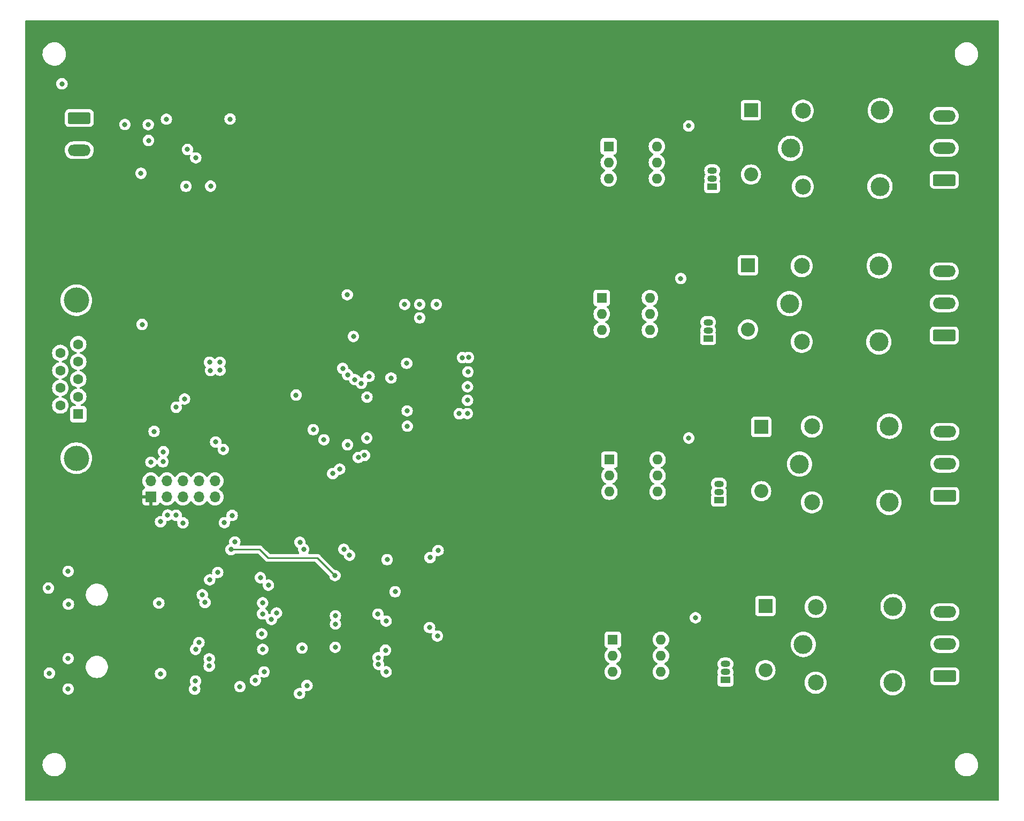
<source format=gbr>
%TF.GenerationSoftware,KiCad,Pcbnew,7.0.10*%
%TF.CreationDate,2025-05-21T01:52:54+02:00*%
%TF.ProjectId,LoadController,4c6f6164-436f-46e7-9472-6f6c6c65722e,rev?*%
%TF.SameCoordinates,Original*%
%TF.FileFunction,Copper,L3,Inr*%
%TF.FilePolarity,Positive*%
%FSLAX46Y46*%
G04 Gerber Fmt 4.6, Leading zero omitted, Abs format (unit mm)*
G04 Created by KiCad (PCBNEW 7.0.10) date 2025-05-21 01:52:54*
%MOMM*%
%LPD*%
G01*
G04 APERTURE LIST*
G04 Aperture macros list*
%AMRoundRect*
0 Rectangle with rounded corners*
0 $1 Rounding radius*
0 $2 $3 $4 $5 $6 $7 $8 $9 X,Y pos of 4 corners*
0 Add a 4 corners polygon primitive as box body*
4,1,4,$2,$3,$4,$5,$6,$7,$8,$9,$2,$3,0*
0 Add four circle primitives for the rounded corners*
1,1,$1+$1,$2,$3*
1,1,$1+$1,$4,$5*
1,1,$1+$1,$6,$7*
1,1,$1+$1,$8,$9*
0 Add four rect primitives between the rounded corners*
20,1,$1+$1,$2,$3,$4,$5,0*
20,1,$1+$1,$4,$5,$6,$7,0*
20,1,$1+$1,$6,$7,$8,$9,0*
20,1,$1+$1,$8,$9,$2,$3,0*%
G04 Aperture macros list end*
%TA.AperFunction,ComponentPad*%
%ADD10R,1.600000X1.600000*%
%TD*%
%TA.AperFunction,ComponentPad*%
%ADD11O,1.600000X1.600000*%
%TD*%
%TA.AperFunction,ComponentPad*%
%ADD12R,2.200000X2.200000*%
%TD*%
%TA.AperFunction,ComponentPad*%
%ADD13O,2.200000X2.200000*%
%TD*%
%TA.AperFunction,ComponentPad*%
%ADD14O,1.700000X1.700000*%
%TD*%
%TA.AperFunction,ComponentPad*%
%ADD15R,1.700000X1.700000*%
%TD*%
%TA.AperFunction,ComponentPad*%
%ADD16RoundRect,0.250000X1.550000X-0.650000X1.550000X0.650000X-1.550000X0.650000X-1.550000X-0.650000X0*%
%TD*%
%TA.AperFunction,ComponentPad*%
%ADD17O,3.600000X1.800000*%
%TD*%
%TA.AperFunction,ComponentPad*%
%ADD18R,1.500000X1.050000*%
%TD*%
%TA.AperFunction,ComponentPad*%
%ADD19O,1.500000X1.050000*%
%TD*%
%TA.AperFunction,ComponentPad*%
%ADD20C,3.000000*%
%TD*%
%TA.AperFunction,ComponentPad*%
%ADD21C,2.500000*%
%TD*%
%TA.AperFunction,ComponentPad*%
%ADD22C,4.000000*%
%TD*%
%TA.AperFunction,ComponentPad*%
%ADD23C,1.600000*%
%TD*%
%TA.AperFunction,ComponentPad*%
%ADD24RoundRect,0.250000X-1.550000X0.650000X-1.550000X-0.650000X1.550000X-0.650000X1.550000X0.650000X0*%
%TD*%
%TA.AperFunction,ViaPad*%
%ADD25C,0.800000*%
%TD*%
%TA.AperFunction,Conductor*%
%ADD26C,0.250000*%
%TD*%
G04 APERTURE END LIST*
D10*
%TO.N,Net-(R19-Pad2)*%
%TO.C,U4*%
X141399999Y-76879999D03*
D11*
%TO.N,GND*%
X141399999Y-79419999D03*
%TO.N,unconnected-(U4-NC-Pad3)*%
X141399999Y-81959999D03*
%TO.N,Net-(R21-Pad1)*%
X149019999Y-81959999D03*
%TO.N,Net-(D7-A)*%
X149019999Y-79419999D03*
%TO.N,unconnected-(U4-Pad6)*%
X149019999Y-76879999D03*
%TD*%
D12*
%TO.N,Net-(D12-A)*%
%TO.C,D14*%
X167292500Y-125620000D03*
D13*
%TO.N,Net-(D14-A)*%
X167292500Y-135780000D03*
%TD*%
D14*
%TO.N,/MCU/SWDIO_R*%
%TO.C,J3*%
X80197500Y-105835000D03*
%TO.N,/MCU/SWCLK_R*%
X80197500Y-108375000D03*
%TO.N,/MCU/SWO_R*%
X77657500Y-105835000D03*
%TO.N,unconnected-(J3-Pin_7-Pad7)*%
X77657500Y-108375000D03*
%TO.N,/MCU/NRST_R*%
X75117500Y-105835000D03*
%TO.N,GND*%
X75117500Y-108375000D03*
%TO.N,unconnected-(J3-Pin_4-Pad4)*%
X72577500Y-105835000D03*
%TO.N,GND*%
X72577500Y-108375000D03*
X70037500Y-105835000D03*
D15*
%TO.N,+3.3VADC*%
X70037500Y-108375000D03*
%TD*%
D10*
%TO.N,Net-(R26-Pad2)*%
%TO.C,U7*%
X143142500Y-130970000D03*
D11*
%TO.N,GND*%
X143142500Y-133510000D03*
%TO.N,unconnected-(U7-NC-Pad3)*%
X143142500Y-136050000D03*
%TO.N,Net-(R28-Pad1)*%
X150762500Y-136050000D03*
%TO.N,Net-(D12-A)*%
X150762500Y-133510000D03*
%TO.N,unconnected-(U7-Pad6)*%
X150762500Y-130970000D03*
%TD*%
D16*
%TO.N,/ACLoadControlStage/NO2*%
%TO.C,J5*%
X195592500Y-82805000D03*
D17*
%TO.N,/ACLoadControlStage/C2*%
X195592500Y-77725000D03*
%TO.N,/ACLoadControlStage/NC2*%
X195592500Y-72645000D03*
%TD*%
D12*
%TO.N,Net-(D11-A)*%
%TO.C,D13*%
X166625000Y-97300000D03*
D13*
%TO.N,Net-(D13-A)*%
X166625000Y-107460000D03*
%TD*%
D10*
%TO.N,Net-(R25-Pad2)*%
%TO.C,U6*%
X142605000Y-102465000D03*
D11*
%TO.N,GND*%
X142605000Y-105005000D03*
%TO.N,unconnected-(U6-NC-Pad3)*%
X142605000Y-107545000D03*
%TO.N,Net-(R27-Pad1)*%
X150225000Y-107545000D03*
%TO.N,Net-(D11-A)*%
X150225000Y-105005000D03*
%TO.N,unconnected-(U6-Pad6)*%
X150225000Y-102465000D03*
%TD*%
D18*
%TO.N,GND*%
%TO.C,Q1*%
X158224999Y-83274999D03*
D19*
%TO.N,Net-(Q1-B)*%
X158224999Y-82004999D03*
%TO.N,Net-(D9-A)*%
X158224999Y-80734999D03*
%TD*%
D10*
%TO.N,Net-(R20-Pad2)*%
%TO.C,U5*%
X142500000Y-52880000D03*
D11*
%TO.N,GND*%
X142500000Y-55420000D03*
%TO.N,unconnected-(U5-NC-Pad3)*%
X142500000Y-57960000D03*
%TO.N,Net-(R22-Pad1)*%
X150120000Y-57960000D03*
%TO.N,Net-(D10-K)*%
X150120000Y-55420000D03*
%TO.N,unconnected-(U5-Pad6)*%
X150120000Y-52880000D03*
%TD*%
D13*
%TO.N,Net-(D10-A)*%
%TO.C,D10*%
X165000000Y-57335000D03*
D12*
%TO.N,Net-(D10-K)*%
X165000000Y-47175000D03*
%TD*%
D20*
%TO.N,/ACLoadControlStage/C4*%
%TO.C,K4*%
X173292500Y-131730000D03*
D21*
%TO.N,Net-(D14-A)*%
X175242500Y-137780000D03*
D20*
%TO.N,/ACLoadControlStage/NO4*%
X187442500Y-137780000D03*
%TO.N,/ACLoadControlStage/NC4*%
X187492500Y-125730000D03*
D21*
%TO.N,Net-(D12-A)*%
X175242500Y-125780000D03*
%TD*%
D20*
%TO.N,/ACLoadControlStage/C3*%
%TO.C,K3*%
X172700000Y-103180000D03*
D21*
%TO.N,Net-(D13-A)*%
X174650000Y-109230000D03*
D20*
%TO.N,/ACLoadControlStage/NO3*%
X186850000Y-109230000D03*
%TO.N,/ACLoadControlStage/NC3*%
X186900000Y-97180000D03*
D21*
%TO.N,Net-(D11-A)*%
X174650000Y-97230000D03*
%TD*%
D18*
%TO.N,GND*%
%TO.C,Q4*%
X160967500Y-137360000D03*
D19*
%TO.N,Net-(Q4-B)*%
X160967500Y-136090000D03*
%TO.N,Net-(D14-A)*%
X160967500Y-134820000D03*
%TD*%
D20*
%TO.N,/ACLoadControlStage/C2*%
%TO.C,K1*%
X171100000Y-77780000D03*
D21*
%TO.N,Net-(D9-A)*%
X173050000Y-83830000D03*
D20*
%TO.N,/ACLoadControlStage/NO2*%
X185250000Y-83830000D03*
%TO.N,/ACLoadControlStage/NC2*%
X185300000Y-71780000D03*
D21*
%TO.N,Net-(D7-A)*%
X173050000Y-71830000D03*
%TD*%
D22*
%TO.N,GND*%
%TO.C,J4*%
X58250331Y-77235000D03*
X58250331Y-102235000D03*
D10*
%TO.N,unconnected-(J4-Pad1)*%
X58550331Y-95275000D03*
D23*
%TO.N,/MCU/RS232_TX*%
X58550331Y-92505000D03*
%TO.N,/MCU/RS232_RX*%
X58550331Y-89735000D03*
%TO.N,unconnected-(J4-Pad4)*%
X58550331Y-86965000D03*
%TO.N,GND*%
X58550331Y-84195000D03*
%TO.N,unconnected-(J4-Pad6)*%
X55710331Y-93890000D03*
%TO.N,unconnected-(J4-Pad7)*%
X55710331Y-91120000D03*
%TO.N,unconnected-(J4-Pad8)*%
X55710331Y-88350000D03*
%TO.N,unconnected-(J4-Pad9)*%
X55710331Y-85580000D03*
%TD*%
D16*
%TO.N,/ACLoadControlStage/NO1*%
%TO.C,J6*%
X195592500Y-58205000D03*
D17*
%TO.N,/ACLoadControlStage/C1*%
X195592500Y-53125000D03*
%TO.N,/ACLoadControlStage/NC1*%
X195592500Y-48045000D03*
%TD*%
D16*
%TO.N,/ACLoadControlStage/NO3*%
%TO.C,J7*%
X195692500Y-108205000D03*
D17*
%TO.N,/ACLoadControlStage/C3*%
X195692500Y-103125000D03*
%TO.N,/ACLoadControlStage/NC3*%
X195692500Y-98045000D03*
%TD*%
D18*
%TO.N,GND*%
%TO.C,Q2*%
X158875000Y-59245000D03*
D19*
%TO.N,Net-(Q2-B)*%
X158875000Y-57975000D03*
%TO.N,Net-(D10-A)*%
X158875000Y-56705000D03*
%TD*%
D24*
%TO.N,+24V*%
%TO.C,J1*%
X58707500Y-48415000D03*
D17*
%TO.N,GND*%
X58707500Y-53495000D03*
%TD*%
D18*
%TO.N,GND*%
%TO.C,Q3*%
X159925000Y-108845000D03*
D19*
%TO.N,Net-(Q3-B)*%
X159925000Y-107575000D03*
%TO.N,Net-(D13-A)*%
X159925000Y-106305000D03*
%TD*%
D16*
%TO.N,/ACLoadControlStage/NO4*%
%TO.C,J8*%
X195692500Y-136755000D03*
D17*
%TO.N,/ACLoadControlStage/C4*%
X195692500Y-131675000D03*
%TO.N,/ACLoadControlStage/NC4*%
X195692500Y-126595000D03*
%TD*%
D12*
%TO.N,Net-(D7-A)*%
%TO.C,D9*%
X164550000Y-71725000D03*
D13*
%TO.N,Net-(D9-A)*%
X164550000Y-81885000D03*
%TD*%
D20*
%TO.N,/ACLoadControlStage/C1*%
%TO.C,K2*%
X171275000Y-53180000D03*
D21*
%TO.N,Net-(D10-A)*%
X173225000Y-59230000D03*
D20*
%TO.N,/ACLoadControlStage/NO1*%
X185425000Y-59230000D03*
%TO.N,/ACLoadControlStage/NC1*%
X185475000Y-47180000D03*
D21*
%TO.N,Net-(D10-K)*%
X173225000Y-47230000D03*
%TD*%
D25*
%TO.N,GND*%
X100400000Y-88025000D03*
%TO.N,+3.3VADC*%
X101175000Y-137400000D03*
X104475000Y-137325000D03*
X105875000Y-120950000D03*
%TO.N,GND*%
X110600000Y-94750000D03*
X110625000Y-97175000D03*
X104250000Y-92575000D03*
X119350000Y-86325000D03*
X118850000Y-95200000D03*
X120125000Y-95175000D03*
X120150000Y-93075000D03*
X120150000Y-90925000D03*
X120225000Y-88575000D03*
X120300000Y-86300000D03*
%TO.N,+3.3VADC*%
X109550000Y-85375000D03*
%TO.N,GND*%
X110525000Y-87225000D03*
X104575000Y-89300000D03*
%TO.N,+3.3VADC*%
X97975000Y-82925000D03*
%TO.N,GND*%
X93025000Y-92250000D03*
%TO.N,+3.3VADC*%
X94475000Y-95250000D03*
X95675000Y-95125000D03*
X95775000Y-93975000D03*
%TO.N,GND*%
X101125000Y-76375000D03*
X102100000Y-82975000D03*
X104225000Y-99050000D03*
X97425000Y-99325000D03*
X95750000Y-97725000D03*
X83325000Y-115500000D03*
%TO.N,/ETHController/LEDA*%
X82725000Y-116700000D03*
X99175000Y-120825000D03*
%TO.N,+3.3VADC*%
X80800000Y-137500000D03*
X103850000Y-123370000D03*
%TO.N,GND*%
X108700000Y-123375000D03*
X107425000Y-118300000D03*
X114225000Y-117975000D03*
X115500000Y-116850000D03*
X114150000Y-129050000D03*
X115400000Y-130400000D03*
X106050000Y-134875000D03*
X107275000Y-136050000D03*
X106000000Y-133825000D03*
X107175000Y-132625000D03*
%TO.N,+3.3VADC*%
X107250000Y-131100000D03*
X107250000Y-129625000D03*
%TO.N,GND*%
X105975000Y-126925000D03*
X107275000Y-128025000D03*
X99225000Y-132175000D03*
X99250000Y-128500000D03*
X99250000Y-127200000D03*
X93975000Y-132300000D03*
X56950000Y-138775000D03*
X53975000Y-136275000D03*
X56950000Y-133950000D03*
X56950000Y-120150000D03*
X53825000Y-122800000D03*
X57000000Y-125350000D03*
X71300000Y-125175000D03*
X71575000Y-136350000D03*
X93575000Y-139500000D03*
X94750000Y-138225000D03*
X86575000Y-137400000D03*
X87950000Y-136075000D03*
X87750000Y-132500000D03*
X87575000Y-130050000D03*
X87375000Y-121150000D03*
X88650000Y-122325000D03*
X87725000Y-125125000D03*
X87725000Y-126875000D03*
%TO.N,+3.3VADC*%
X86300000Y-119325000D03*
X83575000Y-119350000D03*
X84975000Y-118150000D03*
%TO.N,GND*%
X80625000Y-120325000D03*
X79350000Y-121500000D03*
X81675000Y-112450000D03*
X82900000Y-111300000D03*
X75125000Y-112475000D03*
X71575000Y-112300000D03*
X74050000Y-111275000D03*
X72700000Y-111250000D03*
X81500000Y-100850000D03*
X80300000Y-99675000D03*
X74050000Y-94175000D03*
X75375000Y-92875000D03*
X68650000Y-81075000D03*
X55975000Y-42975000D03*
X68475000Y-57150000D03*
X75600000Y-59200000D03*
X79500000Y-59175000D03*
X77150000Y-54700000D03*
X75825000Y-53375000D03*
X72500000Y-48575000D03*
X82575000Y-48550000D03*
X65925000Y-49425000D03*
X69675000Y-51950000D03*
X69625000Y-49450000D03*
X76975000Y-138800000D03*
X89925000Y-126750000D03*
X78175000Y-123850000D03*
X101475000Y-117600000D03*
X93625000Y-115550000D03*
X103850000Y-101800000D03*
X98825000Y-104675000D03*
%TO.N,/ETHController/ETH_MISO*%
X99925000Y-103975000D03*
%TO.N,/ETHController/ETH_INT*%
X94225000Y-116675000D03*
X100575000Y-116675000D03*
%TO.N,+3.3VADC*%
X153250000Y-132150000D03*
X153175000Y-128950000D03*
X152275000Y-103550000D03*
X152300000Y-100500000D03*
X151000000Y-75325000D03*
X151025000Y-78000000D03*
X152375000Y-51100000D03*
X152375000Y-54000000D03*
X73625000Y-53050000D03*
X72350000Y-54625000D03*
X72325000Y-53525000D03*
X72350000Y-52400000D03*
%TO.N,/ETHController/ETH_MOSI*%
X101175000Y-100125000D03*
%TO.N,/ETHController/ETH_SCK*%
X102875000Y-102125000D03*
%TO.N,/ETHController/TCT*%
X77100000Y-137525000D03*
X84125000Y-138400000D03*
%TO.N,/ETHController/TPINN*%
X78600000Y-125075000D03*
X89118910Y-127775000D03*
%TO.N,GND*%
X79275000Y-135150000D03*
X77125000Y-132500000D03*
%TO.N,/ETHController/TPOUTP*%
X79275000Y-134000000D03*
X77650000Y-131425000D03*
%TO.N,/MCU/NRST*%
X70550000Y-98000000D03*
X108050000Y-89550000D03*
%TO.N,/ETHController/ETH_SCK*%
X103350000Y-90375000D03*
%TO.N,/ETHController/ETH_MISO*%
X102300000Y-89800000D03*
%TO.N,/ETHController/ETH_MOSI*%
X101175000Y-89025000D03*
%TO.N,GND*%
X79475000Y-88350000D03*
X80975000Y-88325000D03*
X80975000Y-87050000D03*
X79325000Y-87050000D03*
%TO.N,+3.3VADC*%
X80950000Y-85400000D03*
X81025000Y-83825000D03*
X79475000Y-83850000D03*
X78000000Y-83850000D03*
%TO.N,GND*%
X72025000Y-101225000D03*
X71950000Y-102800000D03*
X70050000Y-102875000D03*
%TO.N,+3.3VADC*%
X109050000Y-94425000D03*
X108950000Y-97650000D03*
X106475000Y-95850000D03*
X106375000Y-94500000D03*
%TO.N,GND*%
X112575000Y-80025000D03*
X115225000Y-77900000D03*
X112575000Y-77900000D03*
X110200000Y-77900000D03*
X155150000Y-49650000D03*
X153900000Y-73800000D03*
X155175000Y-99050000D03*
X156225000Y-127500000D03*
%TD*%
D26*
%TO.N,/ETHController/LEDA*%
X88900000Y-118025000D02*
X88575000Y-118025000D01*
X87250000Y-116700000D02*
X82725000Y-116700000D01*
X96375000Y-118025000D02*
X88900000Y-118025000D01*
X87400000Y-116850000D02*
X87250000Y-116700000D01*
X99175000Y-120825000D02*
X96375000Y-118025000D01*
X88575000Y-118025000D02*
X87400000Y-116850000D01*
%TD*%
%TA.AperFunction,Conductor*%
%TO.N,+3.3VADC*%
G36*
X204167539Y-32950185D02*
G01*
X204213294Y-33002989D01*
X204224500Y-33054500D01*
X204224500Y-156330500D01*
X204204815Y-156397539D01*
X204152011Y-156443294D01*
X204100500Y-156454500D01*
X50274500Y-156454500D01*
X50207461Y-156434815D01*
X50161706Y-156382011D01*
X50150500Y-156330500D01*
X50150500Y-150817763D01*
X52895787Y-150817763D01*
X52925413Y-151087013D01*
X52925415Y-151087024D01*
X52993926Y-151349082D01*
X52993928Y-151349088D01*
X53099870Y-151598390D01*
X53171998Y-151716575D01*
X53240979Y-151829605D01*
X53240986Y-151829615D01*
X53414253Y-152037819D01*
X53414259Y-152037824D01*
X53615998Y-152218582D01*
X53841910Y-152368044D01*
X54087176Y-152483020D01*
X54087183Y-152483022D01*
X54087185Y-152483023D01*
X54346557Y-152561057D01*
X54346564Y-152561058D01*
X54346569Y-152561060D01*
X54614561Y-152600500D01*
X54614566Y-152600500D01*
X54817629Y-152600500D01*
X54817631Y-152600500D01*
X54817636Y-152600499D01*
X54817648Y-152600499D01*
X54855191Y-152597750D01*
X55020156Y-152585677D01*
X55132758Y-152560593D01*
X55284546Y-152526782D01*
X55284548Y-152526781D01*
X55284553Y-152526780D01*
X55537558Y-152430014D01*
X55773777Y-152297441D01*
X55988177Y-152131888D01*
X56176186Y-151936881D01*
X56333799Y-151716579D01*
X56407787Y-151572669D01*
X56457649Y-151475690D01*
X56457651Y-151475684D01*
X56457656Y-151475675D01*
X56545118Y-151219305D01*
X56594319Y-150952933D01*
X56599259Y-150817763D01*
X197270787Y-150817763D01*
X197300413Y-151087013D01*
X197300415Y-151087024D01*
X197368926Y-151349082D01*
X197368928Y-151349088D01*
X197474870Y-151598390D01*
X197546998Y-151716575D01*
X197615979Y-151829605D01*
X197615986Y-151829615D01*
X197789253Y-152037819D01*
X197789259Y-152037824D01*
X197990998Y-152218582D01*
X198216910Y-152368044D01*
X198462176Y-152483020D01*
X198462183Y-152483022D01*
X198462185Y-152483023D01*
X198721557Y-152561057D01*
X198721564Y-152561058D01*
X198721569Y-152561060D01*
X198989561Y-152600500D01*
X198989566Y-152600500D01*
X199192629Y-152600500D01*
X199192631Y-152600500D01*
X199192636Y-152600499D01*
X199192648Y-152600499D01*
X199230191Y-152597750D01*
X199395156Y-152585677D01*
X199507758Y-152560593D01*
X199659546Y-152526782D01*
X199659548Y-152526781D01*
X199659553Y-152526780D01*
X199912558Y-152430014D01*
X200148777Y-152297441D01*
X200363177Y-152131888D01*
X200551186Y-151936881D01*
X200708799Y-151716579D01*
X200782787Y-151572669D01*
X200832649Y-151475690D01*
X200832651Y-151475684D01*
X200832656Y-151475675D01*
X200920118Y-151219305D01*
X200969319Y-150952933D01*
X200979212Y-150682235D01*
X200949586Y-150412982D01*
X200881072Y-150150912D01*
X200775130Y-149901610D01*
X200634018Y-149670390D01*
X200544747Y-149563119D01*
X200460746Y-149462180D01*
X200460740Y-149462175D01*
X200259002Y-149281418D01*
X200033092Y-149131957D01*
X200033090Y-149131956D01*
X199787824Y-149016980D01*
X199787819Y-149016978D01*
X199787814Y-149016976D01*
X199528442Y-148938942D01*
X199528428Y-148938939D01*
X199412791Y-148921921D01*
X199260439Y-148899500D01*
X199057369Y-148899500D01*
X199057351Y-148899500D01*
X198854844Y-148914323D01*
X198854831Y-148914325D01*
X198590453Y-148973217D01*
X198590446Y-148973220D01*
X198337439Y-149069987D01*
X198101226Y-149202557D01*
X197886822Y-149368112D01*
X197698822Y-149563109D01*
X197698816Y-149563116D01*
X197541202Y-149783419D01*
X197541199Y-149783424D01*
X197417350Y-150024309D01*
X197417343Y-150024327D01*
X197329884Y-150280685D01*
X197329881Y-150280699D01*
X197280681Y-150547068D01*
X197280680Y-150547075D01*
X197270787Y-150817763D01*
X56599259Y-150817763D01*
X56604212Y-150682235D01*
X56574586Y-150412982D01*
X56506072Y-150150912D01*
X56400130Y-149901610D01*
X56259018Y-149670390D01*
X56169747Y-149563119D01*
X56085746Y-149462180D01*
X56085740Y-149462175D01*
X55884002Y-149281418D01*
X55658092Y-149131957D01*
X55658090Y-149131956D01*
X55412824Y-149016980D01*
X55412819Y-149016978D01*
X55412814Y-149016976D01*
X55153442Y-148938942D01*
X55153428Y-148938939D01*
X55037791Y-148921921D01*
X54885439Y-148899500D01*
X54682369Y-148899500D01*
X54682351Y-148899500D01*
X54479844Y-148914323D01*
X54479831Y-148914325D01*
X54215453Y-148973217D01*
X54215446Y-148973220D01*
X53962439Y-149069987D01*
X53726226Y-149202557D01*
X53511822Y-149368112D01*
X53323822Y-149563109D01*
X53323816Y-149563116D01*
X53166202Y-149783419D01*
X53166199Y-149783424D01*
X53042350Y-150024309D01*
X53042343Y-150024327D01*
X52954884Y-150280685D01*
X52954881Y-150280699D01*
X52905681Y-150547068D01*
X52905680Y-150547075D01*
X52895787Y-150817763D01*
X50150500Y-150817763D01*
X50150500Y-138775000D01*
X56044540Y-138775000D01*
X56064326Y-138963256D01*
X56064327Y-138963259D01*
X56122818Y-139143277D01*
X56122821Y-139143284D01*
X56217467Y-139307216D01*
X56313671Y-139414061D01*
X56344129Y-139447888D01*
X56497265Y-139559148D01*
X56497270Y-139559151D01*
X56670192Y-139636142D01*
X56670197Y-139636144D01*
X56855354Y-139675500D01*
X56855355Y-139675500D01*
X57044644Y-139675500D01*
X57044646Y-139675500D01*
X57229803Y-139636144D01*
X57402730Y-139559151D01*
X57555871Y-139447888D01*
X57682533Y-139307216D01*
X57777179Y-139143284D01*
X57835674Y-138963256D01*
X57852832Y-138800000D01*
X76069540Y-138800000D01*
X76089326Y-138988256D01*
X76089327Y-138988259D01*
X76147818Y-139168277D01*
X76147821Y-139168284D01*
X76242467Y-139332216D01*
X76316161Y-139414061D01*
X76369129Y-139472888D01*
X76522265Y-139584148D01*
X76522270Y-139584151D01*
X76695192Y-139661142D01*
X76695197Y-139661144D01*
X76880354Y-139700500D01*
X76880355Y-139700500D01*
X77069644Y-139700500D01*
X77069646Y-139700500D01*
X77254803Y-139661144D01*
X77427730Y-139584151D01*
X77543554Y-139500000D01*
X92669540Y-139500000D01*
X92689326Y-139688256D01*
X92689327Y-139688259D01*
X92747818Y-139868277D01*
X92747821Y-139868284D01*
X92842467Y-140032216D01*
X92969129Y-140172888D01*
X93122265Y-140284148D01*
X93122270Y-140284151D01*
X93295192Y-140361142D01*
X93295197Y-140361144D01*
X93480354Y-140400500D01*
X93480355Y-140400500D01*
X93669644Y-140400500D01*
X93669646Y-140400500D01*
X93854803Y-140361144D01*
X94027730Y-140284151D01*
X94180871Y-140172888D01*
X94307533Y-140032216D01*
X94402179Y-139868284D01*
X94460674Y-139688256D01*
X94480460Y-139500000D01*
X94460674Y-139311744D01*
X94447596Y-139271494D01*
X94445601Y-139201653D01*
X94481681Y-139141820D01*
X94544382Y-139110992D01*
X94591304Y-139111885D01*
X94655354Y-139125500D01*
X94655356Y-139125500D01*
X94844644Y-139125500D01*
X94844646Y-139125500D01*
X95029803Y-139086144D01*
X95202730Y-139009151D01*
X95355871Y-138897888D01*
X95482533Y-138757216D01*
X95577179Y-138593284D01*
X95635674Y-138413256D01*
X95655460Y-138225000D01*
X95635674Y-138036744D01*
X95577179Y-137856716D01*
X95482533Y-137692784D01*
X95355871Y-137552112D01*
X95337626Y-137538856D01*
X95202734Y-137440851D01*
X95202729Y-137440848D01*
X95029807Y-137363857D01*
X95029802Y-137363855D01*
X94884001Y-137332865D01*
X94844646Y-137324500D01*
X94655354Y-137324500D01*
X94622897Y-137331398D01*
X94470197Y-137363855D01*
X94470192Y-137363857D01*
X94297270Y-137440848D01*
X94297265Y-137440851D01*
X94144129Y-137552111D01*
X94017466Y-137692785D01*
X93922821Y-137856715D01*
X93922818Y-137856722D01*
X93864327Y-138036740D01*
X93864326Y-138036744D01*
X93848834Y-138184148D01*
X93844540Y-138225000D01*
X93864326Y-138413256D01*
X93877404Y-138453506D01*
X93879398Y-138523348D01*
X93843316Y-138583180D01*
X93780615Y-138614007D01*
X93733692Y-138613113D01*
X93669646Y-138599500D01*
X93480354Y-138599500D01*
X93447897Y-138606398D01*
X93295197Y-138638855D01*
X93295192Y-138638857D01*
X93122270Y-138715848D01*
X93122265Y-138715851D01*
X92969129Y-138827111D01*
X92842466Y-138967785D01*
X92747821Y-139131715D01*
X92747818Y-139131722D01*
X92693066Y-139300232D01*
X92689326Y-139311744D01*
X92669540Y-139500000D01*
X77543554Y-139500000D01*
X77580871Y-139472888D01*
X77707533Y-139332216D01*
X77802179Y-139168284D01*
X77860674Y-138988256D01*
X77880460Y-138800000D01*
X77860674Y-138611744D01*
X77802179Y-138431716D01*
X77783868Y-138400000D01*
X83219540Y-138400000D01*
X83239326Y-138588256D01*
X83239327Y-138588259D01*
X83297818Y-138768277D01*
X83297821Y-138768284D01*
X83392467Y-138932216D01*
X83461737Y-139009148D01*
X83519129Y-139072888D01*
X83672265Y-139184148D01*
X83672270Y-139184151D01*
X83845192Y-139261142D01*
X83845197Y-139261144D01*
X84030354Y-139300500D01*
X84030355Y-139300500D01*
X84219644Y-139300500D01*
X84219646Y-139300500D01*
X84404803Y-139261144D01*
X84577730Y-139184151D01*
X84730871Y-139072888D01*
X84857533Y-138932216D01*
X84952179Y-138768284D01*
X85010674Y-138588256D01*
X85030460Y-138400000D01*
X85010674Y-138211744D01*
X84952179Y-138031716D01*
X84857533Y-137867784D01*
X84730871Y-137727112D01*
X84730870Y-137727111D01*
X84577734Y-137615851D01*
X84577729Y-137615848D01*
X84404807Y-137538857D01*
X84404802Y-137538855D01*
X84259001Y-137507865D01*
X84219646Y-137499500D01*
X84030354Y-137499500D01*
X83997897Y-137506398D01*
X83845197Y-137538855D01*
X83845192Y-137538857D01*
X83672270Y-137615848D01*
X83672265Y-137615851D01*
X83519129Y-137727111D01*
X83392466Y-137867785D01*
X83297821Y-138031715D01*
X83297818Y-138031722D01*
X83243828Y-138197888D01*
X83239326Y-138211744D01*
X83219540Y-138400000D01*
X77783868Y-138400000D01*
X77742758Y-138328796D01*
X77727341Y-138302092D01*
X77710868Y-138234191D01*
X77733721Y-138168165D01*
X77742564Y-138157136D01*
X77832533Y-138057216D01*
X77927179Y-137893284D01*
X77985674Y-137713256D01*
X78005460Y-137525000D01*
X77992322Y-137400000D01*
X85669540Y-137400000D01*
X85689326Y-137588256D01*
X85689327Y-137588259D01*
X85747818Y-137768277D01*
X85747821Y-137768284D01*
X85842467Y-137932216D01*
X85969129Y-138072888D01*
X86122265Y-138184148D01*
X86122270Y-138184151D01*
X86295192Y-138261142D01*
X86295197Y-138261144D01*
X86480354Y-138300500D01*
X86480355Y-138300500D01*
X86669644Y-138300500D01*
X86669646Y-138300500D01*
X86854803Y-138261144D01*
X87027730Y-138184151D01*
X87180871Y-138072888D01*
X87307533Y-137932216D01*
X87402179Y-137768284D01*
X87460674Y-137588256D01*
X87480460Y-137400000D01*
X87460674Y-137211744D01*
X87406606Y-137045343D01*
X87404612Y-136975504D01*
X87440692Y-136915671D01*
X87503393Y-136884843D01*
X87572807Y-136892807D01*
X87574974Y-136893748D01*
X87670192Y-136936142D01*
X87670197Y-136936144D01*
X87855354Y-136975500D01*
X87855355Y-136975500D01*
X88044644Y-136975500D01*
X88044646Y-136975500D01*
X88229803Y-136936144D01*
X88402730Y-136859151D01*
X88555871Y-136747888D01*
X88682533Y-136607216D01*
X88777179Y-136443284D01*
X88835674Y-136263256D01*
X88855460Y-136075000D01*
X88835674Y-135886744D01*
X88777179Y-135706716D01*
X88682533Y-135542784D01*
X88555871Y-135402112D01*
X88555870Y-135402111D01*
X88402734Y-135290851D01*
X88402729Y-135290848D01*
X88229807Y-135213857D01*
X88229802Y-135213855D01*
X88084001Y-135182865D01*
X88044646Y-135174500D01*
X87855354Y-135174500D01*
X87822897Y-135181398D01*
X87670197Y-135213855D01*
X87670192Y-135213857D01*
X87497270Y-135290848D01*
X87497265Y-135290851D01*
X87344129Y-135402111D01*
X87217466Y-135542785D01*
X87122821Y-135706715D01*
X87122818Y-135706722D01*
X87084936Y-135823313D01*
X87064326Y-135886744D01*
X87044540Y-136075000D01*
X87064326Y-136263256D01*
X87064327Y-136263259D01*
X87118392Y-136429654D01*
X87120387Y-136499495D01*
X87084307Y-136559328D01*
X87021606Y-136590156D01*
X86952192Y-136582191D01*
X86950026Y-136581252D01*
X86854802Y-136538855D01*
X86709001Y-136507865D01*
X86669646Y-136499500D01*
X86480354Y-136499500D01*
X86447897Y-136506398D01*
X86295197Y-136538855D01*
X86295192Y-136538857D01*
X86122270Y-136615848D01*
X86122265Y-136615851D01*
X85969129Y-136727111D01*
X85842466Y-136867785D01*
X85747821Y-137031715D01*
X85747818Y-137031722D01*
X85689521Y-137211144D01*
X85689326Y-137211744D01*
X85669540Y-137400000D01*
X77992322Y-137400000D01*
X77985674Y-137336744D01*
X77927179Y-137156716D01*
X77832533Y-136992784D01*
X77705871Y-136852112D01*
X77644077Y-136807216D01*
X77552734Y-136740851D01*
X77552729Y-136740848D01*
X77379807Y-136663857D01*
X77379802Y-136663855D01*
X77234001Y-136632865D01*
X77194646Y-136624500D01*
X77005354Y-136624500D01*
X76972897Y-136631398D01*
X76820197Y-136663855D01*
X76820192Y-136663857D01*
X76647270Y-136740848D01*
X76647265Y-136740851D01*
X76494129Y-136852111D01*
X76367466Y-136992785D01*
X76272821Y-137156715D01*
X76272818Y-137156722D01*
X76218304Y-137324500D01*
X76214326Y-137336744D01*
X76194540Y-137525000D01*
X76214326Y-137713256D01*
X76214327Y-137713259D01*
X76272818Y-137893277D01*
X76272821Y-137893284D01*
X76347658Y-138022906D01*
X76364131Y-138090807D01*
X76341278Y-138156833D01*
X76332422Y-138167877D01*
X76242466Y-138267785D01*
X76147821Y-138431715D01*
X76147818Y-138431722D01*
X76095326Y-138593277D01*
X76089326Y-138611744D01*
X76069540Y-138800000D01*
X57852832Y-138800000D01*
X57855460Y-138775000D01*
X57835674Y-138586744D01*
X57777179Y-138406716D01*
X57682533Y-138242784D01*
X57555871Y-138102112D01*
X57555870Y-138102111D01*
X57402734Y-137990851D01*
X57402729Y-137990848D01*
X57229807Y-137913857D01*
X57229802Y-137913855D01*
X57084001Y-137882865D01*
X57044646Y-137874500D01*
X56855354Y-137874500D01*
X56822897Y-137881398D01*
X56670197Y-137913855D01*
X56670192Y-137913857D01*
X56497270Y-137990848D01*
X56497265Y-137990851D01*
X56344129Y-138102111D01*
X56217466Y-138242785D01*
X56122821Y-138406715D01*
X56122818Y-138406722D01*
X56078980Y-138541643D01*
X56064326Y-138586744D01*
X56044540Y-138775000D01*
X50150500Y-138775000D01*
X50150500Y-136275000D01*
X53069540Y-136275000D01*
X53089326Y-136463256D01*
X53089327Y-136463259D01*
X53147818Y-136643277D01*
X53147821Y-136643284D01*
X53242467Y-136807216D01*
X53339717Y-136915223D01*
X53369129Y-136947888D01*
X53522265Y-137059148D01*
X53522270Y-137059151D01*
X53695192Y-137136142D01*
X53695197Y-137136144D01*
X53880354Y-137175500D01*
X53880355Y-137175500D01*
X54069644Y-137175500D01*
X54069646Y-137175500D01*
X54254803Y-137136144D01*
X54427730Y-137059151D01*
X54580871Y-136947888D01*
X54707533Y-136807216D01*
X54802179Y-136643284D01*
X54860674Y-136463256D01*
X54880460Y-136275000D01*
X54860674Y-136086744D01*
X54802179Y-135906716D01*
X54707533Y-135742784D01*
X54580871Y-135602112D01*
X54530962Y-135565851D01*
X54427734Y-135490851D01*
X54427729Y-135490848D01*
X54271270Y-135421187D01*
X59737000Y-135421187D01*
X59751561Y-135517785D01*
X59776104Y-135680615D01*
X59776105Y-135680617D01*
X59776106Y-135680623D01*
X59853438Y-135931326D01*
X59967267Y-136167696D01*
X59967268Y-136167697D01*
X59967270Y-136167700D01*
X59967272Y-136167704D01*
X60051358Y-136291035D01*
X60115067Y-136384479D01*
X60293514Y-136576801D01*
X60293518Y-136576804D01*
X60293519Y-136576805D01*
X60498643Y-136740386D01*
X60725857Y-136871568D01*
X60970084Y-136967420D01*
X61225870Y-137025802D01*
X61225876Y-137025802D01*
X61225879Y-137025803D01*
X61421984Y-137040499D01*
X61422003Y-137040499D01*
X61422006Y-137040500D01*
X61422008Y-137040500D01*
X61552992Y-137040500D01*
X61552994Y-137040500D01*
X61552996Y-137040499D01*
X61553015Y-137040499D01*
X61749120Y-137025803D01*
X61749122Y-137025802D01*
X61749130Y-137025802D01*
X62004916Y-136967420D01*
X62249143Y-136871568D01*
X62476357Y-136740386D01*
X62681481Y-136576805D01*
X62859933Y-136384479D01*
X62883440Y-136350000D01*
X70669540Y-136350000D01*
X70689326Y-136538256D01*
X70689327Y-136538259D01*
X70747818Y-136718277D01*
X70747821Y-136718284D01*
X70842467Y-136882216D01*
X70919188Y-136967423D01*
X70969129Y-137022888D01*
X71122265Y-137134148D01*
X71122270Y-137134151D01*
X71295192Y-137211142D01*
X71295197Y-137211144D01*
X71480354Y-137250500D01*
X71480355Y-137250500D01*
X71669644Y-137250500D01*
X71669646Y-137250500D01*
X71854803Y-137211144D01*
X72027730Y-137134151D01*
X72180871Y-137022888D01*
X72307533Y-136882216D01*
X72402179Y-136718284D01*
X72460674Y-136538256D01*
X72480460Y-136350000D01*
X72460674Y-136161744D01*
X72402179Y-135981716D01*
X72307533Y-135817784D01*
X72180871Y-135677112D01*
X72156146Y-135659148D01*
X72027734Y-135565851D01*
X72027729Y-135565848D01*
X71854807Y-135488857D01*
X71854802Y-135488855D01*
X71709001Y-135457865D01*
X71669646Y-135449500D01*
X71480354Y-135449500D01*
X71447897Y-135456398D01*
X71295197Y-135488855D01*
X71295192Y-135488857D01*
X71122270Y-135565848D01*
X71122265Y-135565851D01*
X70969129Y-135677111D01*
X70842466Y-135817785D01*
X70747821Y-135981715D01*
X70747818Y-135981722D01*
X70689327Y-136161740D01*
X70689326Y-136161744D01*
X70669540Y-136350000D01*
X62883440Y-136350000D01*
X63007728Y-136167704D01*
X63018211Y-136145937D01*
X63055451Y-136068606D01*
X63121563Y-135931323D01*
X63198896Y-135680615D01*
X63238000Y-135421182D01*
X63238000Y-135158818D01*
X63236671Y-135150000D01*
X78369540Y-135150000D01*
X78389326Y-135338256D01*
X78389327Y-135338259D01*
X78447818Y-135518277D01*
X78447821Y-135518284D01*
X78542467Y-135682216D01*
X78635614Y-135785666D01*
X78669129Y-135822888D01*
X78822265Y-135934148D01*
X78822270Y-135934151D01*
X78995192Y-136011142D01*
X78995197Y-136011144D01*
X79180354Y-136050500D01*
X79180355Y-136050500D01*
X79369644Y-136050500D01*
X79369646Y-136050500D01*
X79554803Y-136011144D01*
X79727730Y-135934151D01*
X79880871Y-135822888D01*
X80007533Y-135682216D01*
X80102179Y-135518284D01*
X80160674Y-135338256D01*
X80180460Y-135150000D01*
X80160674Y-134961744D01*
X80102179Y-134781716D01*
X80018626Y-134636998D01*
X80002154Y-134569100D01*
X80018627Y-134513000D01*
X80036400Y-134482216D01*
X80102179Y-134368284D01*
X80160674Y-134188256D01*
X80180460Y-134000000D01*
X80162067Y-133825000D01*
X105094540Y-133825000D01*
X105114326Y-134013256D01*
X105114327Y-134013259D01*
X105172818Y-134193277D01*
X105172820Y-134193281D01*
X105172821Y-134193284D01*
X105174113Y-134195521D01*
X105252505Y-134331302D01*
X105268977Y-134399202D01*
X105252505Y-134455300D01*
X105222820Y-134506716D01*
X105170540Y-134667618D01*
X105164326Y-134686744D01*
X105144540Y-134875000D01*
X105164326Y-135063256D01*
X105164327Y-135063259D01*
X105222818Y-135243277D01*
X105222821Y-135243284D01*
X105317467Y-135407216D01*
X105426985Y-135528848D01*
X105444129Y-135547888D01*
X105597265Y-135659148D01*
X105597270Y-135659151D01*
X105770192Y-135736142D01*
X105770197Y-135736144D01*
X105955354Y-135775500D01*
X105955355Y-135775500D01*
X106144644Y-135775500D01*
X106144646Y-135775500D01*
X106237247Y-135755817D01*
X106306914Y-135761133D01*
X106362648Y-135803270D01*
X106386753Y-135868850D01*
X106386349Y-135890068D01*
X106371695Y-136029500D01*
X106369540Y-136050000D01*
X106389326Y-136238256D01*
X106389327Y-136238259D01*
X106447818Y-136418277D01*
X106447821Y-136418284D01*
X106542467Y-136582216D01*
X106650982Y-136702734D01*
X106669129Y-136722888D01*
X106822265Y-136834148D01*
X106822270Y-136834151D01*
X106995192Y-136911142D01*
X106995197Y-136911144D01*
X107180354Y-136950500D01*
X107180355Y-136950500D01*
X107369644Y-136950500D01*
X107369646Y-136950500D01*
X107554803Y-136911144D01*
X107727730Y-136834151D01*
X107880871Y-136722888D01*
X108007533Y-136582216D01*
X108102179Y-136418284D01*
X108160674Y-136238256D01*
X108180460Y-136050001D01*
X141837032Y-136050001D01*
X141856864Y-136276686D01*
X141856866Y-136276697D01*
X141915758Y-136496488D01*
X141915761Y-136496497D01*
X142011931Y-136702732D01*
X142011932Y-136702734D01*
X142142454Y-136889141D01*
X142303358Y-137050045D01*
X142303361Y-137050047D01*
X142489766Y-137180568D01*
X142696004Y-137276739D01*
X142915808Y-137335635D01*
X143077730Y-137349801D01*
X143142498Y-137355468D01*
X143142500Y-137355468D01*
X143142502Y-137355468D01*
X143199173Y-137350509D01*
X143369192Y-137335635D01*
X143588996Y-137276739D01*
X143795234Y-137180568D01*
X143981639Y-137050047D01*
X144142547Y-136889139D01*
X144273068Y-136702734D01*
X144369239Y-136496496D01*
X144428135Y-136276692D01*
X144447968Y-136050001D01*
X149457032Y-136050001D01*
X149476864Y-136276686D01*
X149476866Y-136276697D01*
X149535758Y-136496488D01*
X149535761Y-136496497D01*
X149631931Y-136702732D01*
X149631932Y-136702734D01*
X149762454Y-136889141D01*
X149923358Y-137050045D01*
X149923361Y-137050047D01*
X150109766Y-137180568D01*
X150316004Y-137276739D01*
X150535808Y-137335635D01*
X150697730Y-137349801D01*
X150762498Y-137355468D01*
X150762500Y-137355468D01*
X150762502Y-137355468D01*
X150819173Y-137350509D01*
X150989192Y-137335635D01*
X151208996Y-137276739D01*
X151415234Y-137180568D01*
X151601639Y-137050047D01*
X151762547Y-136889139D01*
X151893068Y-136702734D01*
X151989239Y-136496496D01*
X152048135Y-136276692D01*
X152064468Y-136090000D01*
X159712038Y-136090000D01*
X159731837Y-136291031D01*
X159749725Y-136350000D01*
X159778020Y-136443277D01*
X159790806Y-136485424D01*
X159791429Y-136555291D01*
X159777030Y-136584386D01*
X159777952Y-136584890D01*
X159773702Y-136592671D01*
X159723408Y-136727517D01*
X159717001Y-136787116D01*
X159717001Y-136787125D01*
X159717000Y-136787135D01*
X159717000Y-137932870D01*
X159717001Y-137932876D01*
X159723408Y-137992483D01*
X159773702Y-138127328D01*
X159773706Y-138127335D01*
X159859952Y-138242544D01*
X159859955Y-138242547D01*
X159975164Y-138328793D01*
X159975171Y-138328797D01*
X160110017Y-138379091D01*
X160110016Y-138379091D01*
X160116944Y-138379835D01*
X160169627Y-138385500D01*
X161765372Y-138385499D01*
X161824983Y-138379091D01*
X161959831Y-138328796D01*
X162075046Y-138242546D01*
X162161296Y-138127331D01*
X162211591Y-137992483D01*
X162218000Y-137932873D01*
X162218000Y-137780004D01*
X173487092Y-137780004D01*
X173506696Y-138041620D01*
X173506697Y-138041625D01*
X173506697Y-138041629D01*
X173506698Y-138041630D01*
X173515414Y-138079818D01*
X173565076Y-138297402D01*
X173565078Y-138297411D01*
X173565080Y-138297416D01*
X173660932Y-138541643D01*
X173792114Y-138768857D01*
X173868241Y-138864317D01*
X173955698Y-138973985D01*
X174118994Y-139125500D01*
X174148021Y-139152433D01*
X174364796Y-139300228D01*
X174364801Y-139300230D01*
X174364802Y-139300231D01*
X174364803Y-139300232D01*
X174490343Y-139360688D01*
X174601173Y-139414061D01*
X174601174Y-139414061D01*
X174601177Y-139414063D01*
X174851885Y-139491396D01*
X175111318Y-139530500D01*
X175373682Y-139530500D01*
X175633115Y-139491396D01*
X175883823Y-139414063D01*
X176105693Y-139307216D01*
X176120196Y-139300232D01*
X176120196Y-139300231D01*
X176120204Y-139300228D01*
X176336979Y-139152433D01*
X176529305Y-138973981D01*
X176692886Y-138768857D01*
X176824068Y-138541643D01*
X176919920Y-138297416D01*
X176978302Y-138041630D01*
X176978668Y-138036744D01*
X176997908Y-137780004D01*
X176997908Y-137780001D01*
X185436890Y-137780001D01*
X185457304Y-138065433D01*
X185518128Y-138345037D01*
X185518130Y-138345043D01*
X185518131Y-138345046D01*
X185618115Y-138613113D01*
X185618135Y-138613166D01*
X185755270Y-138864309D01*
X185755275Y-138864317D01*
X185926754Y-139093387D01*
X185926770Y-139093405D01*
X186129094Y-139295729D01*
X186129112Y-139295745D01*
X186358182Y-139467224D01*
X186358190Y-139467229D01*
X186609333Y-139604364D01*
X186609332Y-139604364D01*
X186609336Y-139604365D01*
X186609339Y-139604367D01*
X186877454Y-139704369D01*
X186877460Y-139704370D01*
X186877462Y-139704371D01*
X187157066Y-139765195D01*
X187157068Y-139765195D01*
X187157072Y-139765196D01*
X187410720Y-139783337D01*
X187442499Y-139785610D01*
X187442500Y-139785610D01*
X187442501Y-139785610D01*
X187471095Y-139783564D01*
X187727928Y-139765196D01*
X188007546Y-139704369D01*
X188275661Y-139604367D01*
X188526815Y-139467226D01*
X188755895Y-139295739D01*
X188958239Y-139093395D01*
X189129726Y-138864315D01*
X189266867Y-138613161D01*
X189366869Y-138345046D01*
X189385121Y-138261142D01*
X189427695Y-138065433D01*
X189427695Y-138065432D01*
X189427696Y-138065428D01*
X189448110Y-137780000D01*
X189427696Y-137494572D01*
X189419089Y-137455008D01*
X189419087Y-137455001D01*
X193392000Y-137455001D01*
X193392001Y-137455018D01*
X193402500Y-137557796D01*
X193402501Y-137557799D01*
X193421738Y-137615851D01*
X193457686Y-137724334D01*
X193549788Y-137873656D01*
X193673844Y-137997712D01*
X193823166Y-138089814D01*
X193989703Y-138144999D01*
X194092491Y-138155500D01*
X197292508Y-138155499D01*
X197395297Y-138144999D01*
X197561834Y-138089814D01*
X197711156Y-137997712D01*
X197835212Y-137873656D01*
X197927314Y-137724334D01*
X197982499Y-137557797D01*
X197993000Y-137455009D01*
X197992999Y-136054992D01*
X197982499Y-135952203D01*
X197927314Y-135785666D01*
X197835212Y-135636344D01*
X197711156Y-135512288D01*
X197561834Y-135420186D01*
X197395297Y-135365001D01*
X197395295Y-135365000D01*
X197292510Y-135354500D01*
X194092498Y-135354500D01*
X194092481Y-135354501D01*
X193989703Y-135365000D01*
X193989700Y-135365001D01*
X193823168Y-135420185D01*
X193823163Y-135420187D01*
X193673842Y-135512289D01*
X193549789Y-135636342D01*
X193457687Y-135785663D01*
X193457685Y-135785668D01*
X193429849Y-135869670D01*
X193402501Y-135952203D01*
X193402501Y-135952204D01*
X193402500Y-135952204D01*
X193392000Y-136054983D01*
X193392000Y-137455001D01*
X189419087Y-137455001D01*
X189366871Y-137214962D01*
X189366870Y-137214960D01*
X189366869Y-137214954D01*
X189266867Y-136946839D01*
X189249603Y-136915223D01*
X189129729Y-136695690D01*
X189129724Y-136695682D01*
X188958245Y-136466612D01*
X188958229Y-136466594D01*
X188755905Y-136264270D01*
X188755887Y-136264254D01*
X188526817Y-136092775D01*
X188526809Y-136092770D01*
X188275666Y-135955635D01*
X188275667Y-135955635D01*
X188099875Y-135890068D01*
X188007546Y-135855631D01*
X188007543Y-135855630D01*
X188007537Y-135855628D01*
X187727933Y-135794804D01*
X187442501Y-135774390D01*
X187442499Y-135774390D01*
X187157066Y-135794804D01*
X186877462Y-135855628D01*
X186609333Y-135955635D01*
X186358190Y-136092770D01*
X186358182Y-136092775D01*
X186129112Y-136264254D01*
X186129094Y-136264270D01*
X185926770Y-136466594D01*
X185926754Y-136466612D01*
X185755275Y-136695682D01*
X185755270Y-136695690D01*
X185618135Y-136946833D01*
X185518128Y-137214962D01*
X185457304Y-137494566D01*
X185436890Y-137779998D01*
X185436890Y-137780001D01*
X176997908Y-137780001D01*
X176997908Y-137779995D01*
X176978303Y-137518379D01*
X176978302Y-137518374D01*
X176978302Y-137518370D01*
X176919920Y-137262584D01*
X176824068Y-137018357D01*
X176692886Y-136791143D01*
X176529305Y-136586019D01*
X176529304Y-136586018D01*
X176529301Y-136586014D01*
X176336979Y-136407567D01*
X176303115Y-136384479D01*
X176120204Y-136259772D01*
X176120200Y-136259770D01*
X176120197Y-136259768D01*
X176120196Y-136259767D01*
X175883825Y-136145938D01*
X175883827Y-136145938D01*
X175633123Y-136068606D01*
X175633119Y-136068605D01*
X175633115Y-136068604D01*
X175508323Y-136049794D01*
X175373687Y-136029500D01*
X175373682Y-136029500D01*
X175111318Y-136029500D01*
X175111312Y-136029500D01*
X174949747Y-136053853D01*
X174851885Y-136068604D01*
X174851882Y-136068605D01*
X174851876Y-136068606D01*
X174601173Y-136145938D01*
X174364803Y-136259767D01*
X174364802Y-136259768D01*
X174148020Y-136407567D01*
X173955698Y-136586014D01*
X173792114Y-136791143D01*
X173660932Y-137018356D01*
X173565082Y-137262578D01*
X173565076Y-137262597D01*
X173506697Y-137518374D01*
X173506696Y-137518379D01*
X173487092Y-137779995D01*
X173487092Y-137780004D01*
X162218000Y-137780004D01*
X162217999Y-136787128D01*
X162211591Y-136727517D01*
X162209864Y-136722888D01*
X162161297Y-136592671D01*
X162157046Y-136584886D01*
X162159121Y-136583752D01*
X162139171Y-136530274D01*
X162144194Y-136485423D01*
X162144521Y-136484344D01*
X162144523Y-136484341D01*
X162203162Y-136291033D01*
X162222962Y-136090000D01*
X162203162Y-135888967D01*
X162170107Y-135780000D01*
X165687051Y-135780000D01*
X165706817Y-136031151D01*
X165765626Y-136276110D01*
X165862033Y-136508859D01*
X165993660Y-136723653D01*
X165993661Y-136723656D01*
X166047861Y-136787116D01*
X166157276Y-136915224D01*
X166293671Y-137031716D01*
X166348843Y-137078838D01*
X166348846Y-137078839D01*
X166563640Y-137210466D01*
X166796389Y-137306873D01*
X167041352Y-137365683D01*
X167292500Y-137385449D01*
X167543648Y-137365683D01*
X167788611Y-137306873D01*
X168021359Y-137210466D01*
X168236159Y-137078836D01*
X168427724Y-136915224D01*
X168591336Y-136723659D01*
X168722966Y-136508859D01*
X168819373Y-136276111D01*
X168878183Y-136031148D01*
X168897949Y-135780000D01*
X168878183Y-135528852D01*
X168819373Y-135283889D01*
X168790566Y-135214343D01*
X168722966Y-135051140D01*
X168591339Y-134836346D01*
X168591338Y-134836343D01*
X168544687Y-134781722D01*
X168427724Y-134644776D01*
X168295933Y-134532216D01*
X168236156Y-134481161D01*
X168236153Y-134481160D01*
X168021359Y-134349533D01*
X167788610Y-134253126D01*
X167543651Y-134194317D01*
X167292500Y-134174551D01*
X167041348Y-134194317D01*
X166796389Y-134253126D01*
X166563640Y-134349533D01*
X166348846Y-134481160D01*
X166348843Y-134481161D01*
X166157276Y-134644776D01*
X165993661Y-134836343D01*
X165993660Y-134836346D01*
X165862033Y-135051140D01*
X165765626Y-135283889D01*
X165706817Y-135528848D01*
X165687051Y-135780000D01*
X162170107Y-135780000D01*
X162144523Y-135695659D01*
X162049298Y-135517506D01*
X162049294Y-135517502D01*
X162047131Y-135513454D01*
X162032889Y-135445051D01*
X162047131Y-135396546D01*
X162049294Y-135392498D01*
X162049298Y-135392494D01*
X162144523Y-135214341D01*
X162203162Y-135021033D01*
X162222962Y-134820000D01*
X162203162Y-134618967D01*
X162144523Y-134425659D01*
X162144521Y-134425656D01*
X162144521Y-134425654D01*
X162049301Y-134247511D01*
X162049299Y-134247509D01*
X162049298Y-134247506D01*
X162004794Y-134193277D01*
X161921147Y-134091352D01*
X161764995Y-133963203D01*
X161764988Y-133963198D01*
X161586845Y-133867978D01*
X161393531Y-133809337D01*
X161283400Y-133798490D01*
X161242880Y-133794500D01*
X160692120Y-133794500D01*
X160654933Y-133798162D01*
X160541468Y-133809337D01*
X160348154Y-133867978D01*
X160170011Y-133963198D01*
X160170004Y-133963203D01*
X160013852Y-134091352D01*
X159885703Y-134247504D01*
X159885698Y-134247511D01*
X159790478Y-134425654D01*
X159731837Y-134618968D01*
X159712038Y-134820000D01*
X159731837Y-135021031D01*
X159790478Y-135214345D01*
X159887867Y-135396547D01*
X159902109Y-135464950D01*
X159887867Y-135513453D01*
X159790478Y-135695654D01*
X159731837Y-135888968D01*
X159712038Y-136090000D01*
X152064468Y-136090000D01*
X152067968Y-136050000D01*
X152066174Y-136029500D01*
X152059412Y-135952200D01*
X152048135Y-135823308D01*
X151989239Y-135603504D01*
X151893068Y-135397266D01*
X151785245Y-135243277D01*
X151762545Y-135210858D01*
X151601641Y-135049954D01*
X151415234Y-134919432D01*
X151415228Y-134919429D01*
X151357225Y-134892382D01*
X151304785Y-134846210D01*
X151285633Y-134779017D01*
X151305848Y-134712135D01*
X151357225Y-134667618D01*
X151415234Y-134640568D01*
X151601639Y-134510047D01*
X151762547Y-134349139D01*
X151893068Y-134162734D01*
X151989239Y-133956496D01*
X152048135Y-133736692D01*
X152067968Y-133510000D01*
X152048135Y-133283308D01*
X151989239Y-133063504D01*
X151893068Y-132857266D01*
X151762547Y-132670861D01*
X151762545Y-132670858D01*
X151601641Y-132509954D01*
X151415234Y-132379432D01*
X151415228Y-132379429D01*
X151357225Y-132352382D01*
X151304785Y-132306210D01*
X151285633Y-132239017D01*
X151305848Y-132172135D01*
X151357225Y-132127618D01*
X151415234Y-132100568D01*
X151601639Y-131970047D01*
X151762547Y-131809139D01*
X151817960Y-131730001D01*
X171286890Y-131730001D01*
X171307304Y-132015433D01*
X171368128Y-132295037D01*
X171368130Y-132295043D01*
X171368131Y-132295046D01*
X171448602Y-132510796D01*
X171468135Y-132563166D01*
X171605270Y-132814309D01*
X171605275Y-132814317D01*
X171776754Y-133043387D01*
X171776770Y-133043405D01*
X171979094Y-133245729D01*
X171979112Y-133245745D01*
X172208182Y-133417224D01*
X172208190Y-133417229D01*
X172459333Y-133554364D01*
X172459332Y-133554364D01*
X172459336Y-133554365D01*
X172459339Y-133554367D01*
X172727454Y-133654369D01*
X172727460Y-133654370D01*
X172727462Y-133654371D01*
X173007066Y-133715195D01*
X173007068Y-133715195D01*
X173007072Y-133715196D01*
X173260720Y-133733337D01*
X173292499Y-133735610D01*
X173292500Y-133735610D01*
X173292501Y-133735610D01*
X173321095Y-133733564D01*
X173577928Y-133715196D01*
X173857546Y-133654369D01*
X174125661Y-133554367D01*
X174376815Y-133417226D01*
X174605895Y-133245739D01*
X174808239Y-133043395D01*
X174979726Y-132814315D01*
X175116867Y-132563161D01*
X175216869Y-132295046D01*
X175228629Y-132240984D01*
X175277695Y-132015433D01*
X175277695Y-132015432D01*
X175277696Y-132015428D01*
X175298110Y-131730000D01*
X175289910Y-131615346D01*
X193388202Y-131615346D01*
X193398319Y-131853528D01*
X193398319Y-131853532D01*
X193448545Y-132086580D01*
X193537435Y-132307788D01*
X193537436Y-132307790D01*
X193661914Y-132509956D01*
X193662432Y-132510796D01*
X193803304Y-132670858D01*
X193819936Y-132689755D01*
X194005420Y-132839523D01*
X194213546Y-132955790D01*
X194322925Y-132994436D01*
X194438329Y-133035211D01*
X194673290Y-133075499D01*
X194673298Y-133075499D01*
X194673300Y-133075500D01*
X194673301Y-133075500D01*
X196651996Y-133075500D01*
X196651997Y-133075500D01*
X196651998Y-133075499D01*
X196652015Y-133075499D01*
X196830036Y-133060347D01*
X196830039Y-133060346D01*
X196830041Y-133060346D01*
X197060749Y-133000275D01*
X197201828Y-132936503D01*
X197277980Y-132902080D01*
X197277981Y-132902078D01*
X197277986Y-132902077D01*
X197475503Y-132768579D01*
X197647618Y-132603621D01*
X197789379Y-132411947D01*
X197896707Y-132199074D01*
X197966516Y-131971123D01*
X197996798Y-131734654D01*
X197996600Y-131730001D01*
X197986680Y-131496471D01*
X197986680Y-131496467D01*
X197936454Y-131263419D01*
X197925733Y-131236740D01*
X197847564Y-131042210D01*
X197722569Y-130839205D01*
X197565064Y-130660245D01*
X197379580Y-130510477D01*
X197265630Y-130446820D01*
X197171455Y-130394210D01*
X196946670Y-130314788D01*
X196711709Y-130274500D01*
X196711700Y-130274500D01*
X194733003Y-130274500D01*
X194732984Y-130274500D01*
X194554963Y-130289652D01*
X194324251Y-130349724D01*
X194107019Y-130447919D01*
X194107011Y-130447924D01*
X193909506Y-130581413D01*
X193909497Y-130581421D01*
X193737381Y-130746379D01*
X193595623Y-130938050D01*
X193595620Y-130938054D01*
X193488296Y-131150920D01*
X193488293Y-131150926D01*
X193418483Y-131378878D01*
X193388202Y-131615346D01*
X175289910Y-131615346D01*
X175277696Y-131444572D01*
X175276452Y-131438855D01*
X175216871Y-131164962D01*
X175216870Y-131164960D01*
X175216869Y-131164954D01*
X175116867Y-130896839D01*
X175114653Y-130892785D01*
X174979729Y-130645690D01*
X174979724Y-130645682D01*
X174808245Y-130416612D01*
X174808229Y-130416594D01*
X174605905Y-130214270D01*
X174605887Y-130214254D01*
X174376817Y-130042775D01*
X174376809Y-130042770D01*
X174125666Y-129905635D01*
X174125667Y-129905635D01*
X174007980Y-129861740D01*
X173857546Y-129805631D01*
X173857543Y-129805630D01*
X173857537Y-129805628D01*
X173577933Y-129744804D01*
X173292501Y-129724390D01*
X173292499Y-129724390D01*
X173007066Y-129744804D01*
X172727462Y-129805628D01*
X172459333Y-129905635D01*
X172208190Y-130042770D01*
X172208182Y-130042775D01*
X171979112Y-130214254D01*
X171979094Y-130214270D01*
X171776770Y-130416594D01*
X171776754Y-130416612D01*
X171605275Y-130645682D01*
X171605270Y-130645690D01*
X171468135Y-130896833D01*
X171368128Y-131164962D01*
X171307304Y-131444566D01*
X171286890Y-131729998D01*
X171286890Y-131730001D01*
X151817960Y-131730001D01*
X151893068Y-131622734D01*
X151989239Y-131416496D01*
X152048135Y-131196692D01*
X152067968Y-130970000D01*
X152048135Y-130743308D01*
X152003416Y-130576415D01*
X151989241Y-130523511D01*
X151989238Y-130523502D01*
X151940174Y-130418284D01*
X151893068Y-130317266D01*
X151762547Y-130130861D01*
X151762545Y-130130858D01*
X151601641Y-129969954D01*
X151415234Y-129839432D01*
X151415232Y-129839431D01*
X151208997Y-129743261D01*
X151208988Y-129743258D01*
X150989197Y-129684366D01*
X150989193Y-129684365D01*
X150989192Y-129684365D01*
X150989191Y-129684364D01*
X150989186Y-129684364D01*
X150762502Y-129664532D01*
X150762498Y-129664532D01*
X150535813Y-129684364D01*
X150535802Y-129684366D01*
X150316011Y-129743258D01*
X150316002Y-129743261D01*
X150109767Y-129839431D01*
X150109765Y-129839432D01*
X149923358Y-129969954D01*
X149762454Y-130130858D01*
X149631932Y-130317265D01*
X149631931Y-130317267D01*
X149535761Y-130523502D01*
X149535758Y-130523511D01*
X149476866Y-130743302D01*
X149476864Y-130743313D01*
X149457032Y-130969998D01*
X149457032Y-130970001D01*
X149476864Y-131196686D01*
X149476866Y-131196697D01*
X149535758Y-131416488D01*
X149535761Y-131416497D01*
X149631931Y-131622732D01*
X149631932Y-131622734D01*
X149762454Y-131809141D01*
X149923358Y-131970045D01*
X149923361Y-131970047D01*
X150109766Y-132100568D01*
X150167775Y-132127618D01*
X150220214Y-132173791D01*
X150239366Y-132240984D01*
X150219150Y-132307865D01*
X150167775Y-132352382D01*
X150109767Y-132379431D01*
X150109765Y-132379432D01*
X149923358Y-132509954D01*
X149762454Y-132670858D01*
X149631932Y-132857265D01*
X149631931Y-132857267D01*
X149535761Y-133063502D01*
X149535758Y-133063511D01*
X149476866Y-133283302D01*
X149476864Y-133283313D01*
X149457032Y-133509998D01*
X149457032Y-133510001D01*
X149476864Y-133736686D01*
X149476866Y-133736697D01*
X149535758Y-133956488D01*
X149535761Y-133956497D01*
X149631931Y-134162732D01*
X149631932Y-134162734D01*
X149762454Y-134349141D01*
X149923358Y-134510045D01*
X149923361Y-134510047D01*
X150109766Y-134640568D01*
X150167775Y-134667618D01*
X150220214Y-134713791D01*
X150239366Y-134780984D01*
X150219150Y-134847865D01*
X150167775Y-134892382D01*
X150109767Y-134919431D01*
X150109765Y-134919432D01*
X149923358Y-135049954D01*
X149762454Y-135210858D01*
X149631932Y-135397265D01*
X149631931Y-135397267D01*
X149535761Y-135603502D01*
X149535758Y-135603511D01*
X149476866Y-135823302D01*
X149476864Y-135823313D01*
X149457032Y-136049998D01*
X149457032Y-136050001D01*
X144447968Y-136050001D01*
X144447968Y-136050000D01*
X144446174Y-136029500D01*
X144439412Y-135952200D01*
X144428135Y-135823308D01*
X144369239Y-135603504D01*
X144273068Y-135397266D01*
X144165245Y-135243277D01*
X144142545Y-135210858D01*
X143981641Y-135049954D01*
X143795234Y-134919432D01*
X143795228Y-134919429D01*
X143737225Y-134892382D01*
X143684785Y-134846210D01*
X143665633Y-134779017D01*
X143685848Y-134712135D01*
X143737225Y-134667618D01*
X143795234Y-134640568D01*
X143981639Y-134510047D01*
X144142547Y-134349139D01*
X144273068Y-134162734D01*
X144369239Y-133956496D01*
X144428135Y-133736692D01*
X144447968Y-133510000D01*
X144428135Y-133283308D01*
X144369239Y-133063504D01*
X144273068Y-132857266D01*
X144142547Y-132670861D01*
X144142545Y-132670858D01*
X143981643Y-132509956D01*
X143967424Y-132500000D01*
X143957035Y-132492725D01*
X143913412Y-132438149D01*
X143906219Y-132368650D01*
X143937741Y-132306296D01*
X143997971Y-132270882D01*
X144014904Y-132267861D01*
X144049983Y-132264091D01*
X144184831Y-132213796D01*
X144300046Y-132127546D01*
X144386296Y-132012331D01*
X144436591Y-131877483D01*
X144443000Y-131817873D01*
X144442999Y-130122128D01*
X144436591Y-130062517D01*
X144431922Y-130050000D01*
X144386297Y-129927671D01*
X144386293Y-129927664D01*
X144300047Y-129812455D01*
X144300044Y-129812452D01*
X144184835Y-129726206D01*
X144184828Y-129726202D01*
X144049982Y-129675908D01*
X144049983Y-129675908D01*
X143990383Y-129669501D01*
X143990381Y-129669500D01*
X143990373Y-129669500D01*
X143990364Y-129669500D01*
X142294629Y-129669500D01*
X142294623Y-129669501D01*
X142235016Y-129675908D01*
X142100171Y-129726202D01*
X142100164Y-129726206D01*
X141984955Y-129812452D01*
X141984952Y-129812455D01*
X141898706Y-129927664D01*
X141898702Y-129927671D01*
X141848408Y-130062517D01*
X141842001Y-130122116D01*
X141842001Y-130122123D01*
X141842000Y-130122135D01*
X141842000Y-131817870D01*
X141842001Y-131817876D01*
X141848408Y-131877483D01*
X141898702Y-132012328D01*
X141898706Y-132012335D01*
X141984952Y-132127544D01*
X141984955Y-132127547D01*
X142100164Y-132213793D01*
X142100171Y-132213797D01*
X142145118Y-132230561D01*
X142235017Y-132264091D01*
X142270096Y-132267862D01*
X142334644Y-132294599D01*
X142374493Y-132351991D01*
X142376988Y-132421816D01*
X142341336Y-132481905D01*
X142327964Y-132492725D01*
X142303358Y-132509954D01*
X142142454Y-132670858D01*
X142011932Y-132857265D01*
X142011931Y-132857267D01*
X141915761Y-133063502D01*
X141915758Y-133063511D01*
X141856866Y-133283302D01*
X141856864Y-133283313D01*
X141837032Y-133509998D01*
X141837032Y-133510001D01*
X141856864Y-133736686D01*
X141856866Y-133736697D01*
X141915758Y-133956488D01*
X141915761Y-133956497D01*
X142011931Y-134162732D01*
X142011932Y-134162734D01*
X142142454Y-134349141D01*
X142303358Y-134510045D01*
X142303361Y-134510047D01*
X142489766Y-134640568D01*
X142547775Y-134667618D01*
X142600214Y-134713791D01*
X142619366Y-134780984D01*
X142599150Y-134847865D01*
X142547775Y-134892382D01*
X142489767Y-134919431D01*
X142489765Y-134919432D01*
X142303358Y-135049954D01*
X142142454Y-135210858D01*
X142011932Y-135397265D01*
X142011931Y-135397267D01*
X141915761Y-135603502D01*
X141915758Y-135603511D01*
X141856866Y-135823302D01*
X141856864Y-135823313D01*
X141837032Y-136049998D01*
X141837032Y-136050001D01*
X108180460Y-136050001D01*
X108180460Y-136050000D01*
X108160674Y-135861744D01*
X108102894Y-135683916D01*
X108102181Y-135681722D01*
X108102180Y-135681721D01*
X108102179Y-135681716D01*
X108007533Y-135517784D01*
X107880871Y-135377112D01*
X107864202Y-135365001D01*
X107727734Y-135265851D01*
X107727729Y-135265848D01*
X107554807Y-135188857D01*
X107554802Y-135188855D01*
X107409001Y-135157865D01*
X107369646Y-135149500D01*
X107180354Y-135149500D01*
X107124532Y-135161365D01*
X107087750Y-135169183D01*
X107018083Y-135163866D01*
X106962350Y-135121728D01*
X106938246Y-135056148D01*
X106938649Y-135034942D01*
X106955460Y-134875000D01*
X106935674Y-134686744D01*
X106877179Y-134506716D01*
X106797494Y-134368697D01*
X106781021Y-134300796D01*
X106797493Y-134244700D01*
X106827179Y-134193284D01*
X106885674Y-134013256D01*
X106905460Y-133825000D01*
X106887105Y-133650364D01*
X106899674Y-133581638D01*
X106947406Y-133530614D01*
X107015147Y-133513496D01*
X107036203Y-133516115D01*
X107080354Y-133525500D01*
X107080355Y-133525500D01*
X107269644Y-133525500D01*
X107269646Y-133525500D01*
X107454803Y-133486144D01*
X107627730Y-133409151D01*
X107780871Y-133297888D01*
X107907533Y-133157216D01*
X108002179Y-132993284D01*
X108060674Y-132813256D01*
X108080460Y-132625000D01*
X108060674Y-132436744D01*
X108002179Y-132256716D01*
X107907533Y-132092784D01*
X107780871Y-131952112D01*
X107780870Y-131952111D01*
X107627734Y-131840851D01*
X107627729Y-131840848D01*
X107454807Y-131763857D01*
X107454802Y-131763855D01*
X107295526Y-131730001D01*
X107269646Y-131724500D01*
X107080354Y-131724500D01*
X107054474Y-131730001D01*
X106895197Y-131763855D01*
X106895192Y-131763857D01*
X106722270Y-131840848D01*
X106722265Y-131840851D01*
X106569129Y-131952111D01*
X106442466Y-132092785D01*
X106347821Y-132256715D01*
X106347818Y-132256722D01*
X106297383Y-132411947D01*
X106289326Y-132436744D01*
X106276039Y-132563166D01*
X106269540Y-132625000D01*
X106287894Y-132799632D01*
X106275324Y-132868362D01*
X106227592Y-132919385D01*
X106159852Y-132936503D01*
X106138795Y-132933884D01*
X106094646Y-132924500D01*
X105905354Y-132924500D01*
X105872897Y-132931398D01*
X105720197Y-132963855D01*
X105720192Y-132963857D01*
X105547270Y-133040848D01*
X105547265Y-133040851D01*
X105394129Y-133152111D01*
X105267466Y-133292785D01*
X105172821Y-133456715D01*
X105172818Y-133456722D01*
X105114327Y-133636740D01*
X105114326Y-133636744D01*
X105094540Y-133825000D01*
X80162067Y-133825000D01*
X80160674Y-133811744D01*
X80102179Y-133631716D01*
X80007533Y-133467784D01*
X79880871Y-133327112D01*
X79880870Y-133327111D01*
X79727734Y-133215851D01*
X79727729Y-133215848D01*
X79554807Y-133138857D01*
X79554802Y-133138855D01*
X79409001Y-133107865D01*
X79369646Y-133099500D01*
X79180354Y-133099500D01*
X79147897Y-133106398D01*
X78995197Y-133138855D01*
X78995192Y-133138857D01*
X78822270Y-133215848D01*
X78822265Y-133215851D01*
X78669129Y-133327111D01*
X78542466Y-133467785D01*
X78447821Y-133631715D01*
X78447818Y-133631722D01*
X78389327Y-133811740D01*
X78389326Y-133811744D01*
X78369540Y-134000000D01*
X78389326Y-134188256D01*
X78389327Y-134188259D01*
X78447818Y-134368277D01*
X78447820Y-134368281D01*
X78447821Y-134368284D01*
X78498060Y-134455300D01*
X78531373Y-134513001D01*
X78547845Y-134580901D01*
X78531373Y-134636999D01*
X78447820Y-134781718D01*
X78447818Y-134781722D01*
X78403075Y-134919429D01*
X78389326Y-134961744D01*
X78369540Y-135150000D01*
X63236671Y-135150000D01*
X63198896Y-134899385D01*
X63121563Y-134648677D01*
X63083241Y-134569100D01*
X63007732Y-134412303D01*
X63007731Y-134412302D01*
X63007730Y-134412301D01*
X63007728Y-134412296D01*
X62859933Y-134195521D01*
X62806799Y-134138256D01*
X62681485Y-134003198D01*
X62631326Y-133963198D01*
X62476357Y-133839614D01*
X62249143Y-133708432D01*
X62004916Y-133612580D01*
X62004911Y-133612578D01*
X62004902Y-133612576D01*
X61749857Y-133554364D01*
X61749130Y-133554198D01*
X61749129Y-133554197D01*
X61749125Y-133554197D01*
X61749120Y-133554196D01*
X61553015Y-133539500D01*
X61552994Y-133539500D01*
X61422006Y-133539500D01*
X61421984Y-133539500D01*
X61225879Y-133554196D01*
X61225874Y-133554197D01*
X60970097Y-133612576D01*
X60970078Y-133612582D01*
X60725856Y-133708432D01*
X60498643Y-133839614D01*
X60293514Y-134003198D01*
X60115067Y-134195520D01*
X59967268Y-134412302D01*
X59967267Y-134412303D01*
X59853438Y-134648673D01*
X59776106Y-134899376D01*
X59776105Y-134899381D01*
X59776104Y-134899385D01*
X59766705Y-134961744D01*
X59737000Y-135158812D01*
X59737000Y-135421187D01*
X54271270Y-135421187D01*
X54254807Y-135413857D01*
X54254802Y-135413855D01*
X54109001Y-135382865D01*
X54069646Y-135374500D01*
X53880354Y-135374500D01*
X53847897Y-135381398D01*
X53695197Y-135413855D01*
X53695192Y-135413857D01*
X53522270Y-135490848D01*
X53522265Y-135490851D01*
X53369129Y-135602111D01*
X53242466Y-135742785D01*
X53147821Y-135906715D01*
X53147818Y-135906722D01*
X53095219Y-136068606D01*
X53089326Y-136086744D01*
X53069540Y-136275000D01*
X50150500Y-136275000D01*
X50150500Y-133950000D01*
X56044540Y-133950000D01*
X56064326Y-134138256D01*
X56064327Y-134138259D01*
X56122818Y-134318277D01*
X56122821Y-134318284D01*
X56217467Y-134482216D01*
X56306324Y-134580901D01*
X56344129Y-134622888D01*
X56497265Y-134734148D01*
X56497270Y-134734151D01*
X56670192Y-134811142D01*
X56670197Y-134811144D01*
X56855354Y-134850500D01*
X56855355Y-134850500D01*
X57044644Y-134850500D01*
X57044646Y-134850500D01*
X57229803Y-134811144D01*
X57402730Y-134734151D01*
X57555871Y-134622888D01*
X57682533Y-134482216D01*
X57777179Y-134318284D01*
X57835674Y-134138256D01*
X57855460Y-133950000D01*
X57835674Y-133761744D01*
X57777179Y-133581716D01*
X57682533Y-133417784D01*
X57555871Y-133277112D01*
X57512676Y-133245729D01*
X57402734Y-133165851D01*
X57402729Y-133165848D01*
X57229807Y-133088857D01*
X57229802Y-133088855D01*
X57084001Y-133057865D01*
X57044646Y-133049500D01*
X56855354Y-133049500D01*
X56822897Y-133056398D01*
X56670197Y-133088855D01*
X56670192Y-133088857D01*
X56497270Y-133165848D01*
X56497265Y-133165851D01*
X56344129Y-133277111D01*
X56217466Y-133417785D01*
X56122821Y-133581715D01*
X56122818Y-133581722D01*
X56072466Y-133736692D01*
X56064326Y-133761744D01*
X56044540Y-133950000D01*
X50150500Y-133950000D01*
X50150500Y-132500000D01*
X76219540Y-132500000D01*
X76239326Y-132688256D01*
X76239327Y-132688259D01*
X76297818Y-132868277D01*
X76297821Y-132868284D01*
X76392467Y-133032216D01*
X76488487Y-133138857D01*
X76519129Y-133172888D01*
X76672265Y-133284148D01*
X76672270Y-133284151D01*
X76845192Y-133361142D01*
X76845197Y-133361144D01*
X77030354Y-133400500D01*
X77030355Y-133400500D01*
X77219644Y-133400500D01*
X77219646Y-133400500D01*
X77404803Y-133361144D01*
X77577730Y-133284151D01*
X77730871Y-133172888D01*
X77857533Y-133032216D01*
X77952179Y-132868284D01*
X78010674Y-132688256D01*
X78030460Y-132500000D01*
X86844540Y-132500000D01*
X86864326Y-132688256D01*
X86864327Y-132688259D01*
X86922818Y-132868277D01*
X86922821Y-132868284D01*
X87017467Y-133032216D01*
X87113487Y-133138857D01*
X87144129Y-133172888D01*
X87297265Y-133284148D01*
X87297270Y-133284151D01*
X87470192Y-133361142D01*
X87470197Y-133361144D01*
X87655354Y-133400500D01*
X87655355Y-133400500D01*
X87844644Y-133400500D01*
X87844646Y-133400500D01*
X88029803Y-133361144D01*
X88202730Y-133284151D01*
X88355871Y-133172888D01*
X88482533Y-133032216D01*
X88577179Y-132868284D01*
X88635674Y-132688256D01*
X88655460Y-132500000D01*
X88635674Y-132311744D01*
X88631858Y-132300000D01*
X93069540Y-132300000D01*
X93089326Y-132488256D01*
X93089327Y-132488259D01*
X93147818Y-132668277D01*
X93147821Y-132668284D01*
X93242467Y-132832216D01*
X93305373Y-132902080D01*
X93369129Y-132972888D01*
X93522265Y-133084148D01*
X93522270Y-133084151D01*
X93695192Y-133161142D01*
X93695197Y-133161144D01*
X93880354Y-133200500D01*
X93880355Y-133200500D01*
X94069644Y-133200500D01*
X94069646Y-133200500D01*
X94254803Y-133161144D01*
X94427730Y-133084151D01*
X94580871Y-132972888D01*
X94707533Y-132832216D01*
X94802179Y-132668284D01*
X94860674Y-132488256D01*
X94880460Y-132300000D01*
X94867322Y-132175000D01*
X98319540Y-132175000D01*
X98339326Y-132363256D01*
X98339327Y-132363259D01*
X98397818Y-132543277D01*
X98397821Y-132543284D01*
X98492467Y-132707216D01*
X98605016Y-132832214D01*
X98619129Y-132847888D01*
X98772265Y-132959148D01*
X98772270Y-132959151D01*
X98945192Y-133036142D01*
X98945197Y-133036144D01*
X99130354Y-133075500D01*
X99130355Y-133075500D01*
X99319644Y-133075500D01*
X99319646Y-133075500D01*
X99504803Y-133036144D01*
X99677730Y-132959151D01*
X99830871Y-132847888D01*
X99957533Y-132707216D01*
X100052179Y-132543284D01*
X100110674Y-132363256D01*
X100130460Y-132175000D01*
X100110674Y-131986744D01*
X100052179Y-131806716D01*
X99957533Y-131642784D01*
X99830871Y-131502112D01*
X99823103Y-131496468D01*
X99677734Y-131390851D01*
X99677729Y-131390848D01*
X99504807Y-131313857D01*
X99504802Y-131313855D01*
X99359001Y-131282865D01*
X99319646Y-131274500D01*
X99130354Y-131274500D01*
X99097897Y-131281398D01*
X98945197Y-131313855D01*
X98945192Y-131313857D01*
X98772270Y-131390848D01*
X98772265Y-131390851D01*
X98619129Y-131502111D01*
X98492466Y-131642785D01*
X98397821Y-131806715D01*
X98397818Y-131806722D01*
X98339327Y-131986740D01*
X98339326Y-131986744D01*
X98319540Y-132175000D01*
X94867322Y-132175000D01*
X94860674Y-132111744D01*
X94802179Y-131931716D01*
X94707533Y-131767784D01*
X94580871Y-131627112D01*
X94580870Y-131627111D01*
X94427734Y-131515851D01*
X94427729Y-131515848D01*
X94254807Y-131438857D01*
X94254802Y-131438855D01*
X94109001Y-131407865D01*
X94069646Y-131399500D01*
X93880354Y-131399500D01*
X93847897Y-131406398D01*
X93695197Y-131438855D01*
X93695192Y-131438857D01*
X93522270Y-131515848D01*
X93522265Y-131515851D01*
X93369129Y-131627111D01*
X93242466Y-131767785D01*
X93147821Y-131931715D01*
X93147818Y-131931722D01*
X93089327Y-132111740D01*
X93089326Y-132111744D01*
X93069540Y-132300000D01*
X88631858Y-132300000D01*
X88577179Y-132131716D01*
X88482533Y-131967784D01*
X88355871Y-131827112D01*
X88355870Y-131827111D01*
X88202734Y-131715851D01*
X88202729Y-131715848D01*
X88029807Y-131638857D01*
X88029802Y-131638855D01*
X87884001Y-131607865D01*
X87844646Y-131599500D01*
X87655354Y-131599500D01*
X87622897Y-131606398D01*
X87470197Y-131638855D01*
X87470192Y-131638857D01*
X87297270Y-131715848D01*
X87297265Y-131715851D01*
X87144129Y-131827111D01*
X87017466Y-131967785D01*
X86922821Y-132131715D01*
X86922818Y-132131722D01*
X86865586Y-132307865D01*
X86864326Y-132311744D01*
X86844540Y-132500000D01*
X78030460Y-132500000D01*
X78013904Y-132342484D01*
X78026473Y-132273759D01*
X78074205Y-132222735D01*
X78086785Y-132216250D01*
X78102730Y-132209151D01*
X78255871Y-132097888D01*
X78382533Y-131957216D01*
X78477179Y-131793284D01*
X78535674Y-131613256D01*
X78555460Y-131425000D01*
X78535674Y-131236744D01*
X78477179Y-131056716D01*
X78382533Y-130892784D01*
X78255871Y-130752112D01*
X78255870Y-130752111D01*
X78102734Y-130640851D01*
X78102729Y-130640848D01*
X77929807Y-130563857D01*
X77929802Y-130563855D01*
X77784001Y-130532865D01*
X77744646Y-130524500D01*
X77555354Y-130524500D01*
X77522897Y-130531398D01*
X77370197Y-130563855D01*
X77370192Y-130563857D01*
X77197270Y-130640848D01*
X77197265Y-130640851D01*
X77044129Y-130752111D01*
X76917466Y-130892785D01*
X76822821Y-131056715D01*
X76822818Y-131056722D01*
X76777338Y-131196697D01*
X76764326Y-131236744D01*
X76744540Y-131425000D01*
X76754088Y-131515849D01*
X76761095Y-131582511D01*
X76748525Y-131651241D01*
X76700793Y-131702264D01*
X76688213Y-131708750D01*
X76672268Y-131715849D01*
X76519129Y-131827111D01*
X76392466Y-131967785D01*
X76297821Y-132131715D01*
X76297818Y-132131722D01*
X76240586Y-132307865D01*
X76239326Y-132311744D01*
X76219540Y-132500000D01*
X50150500Y-132500000D01*
X50150500Y-130050000D01*
X86669540Y-130050000D01*
X86689326Y-130238256D01*
X86689327Y-130238259D01*
X86747818Y-130418277D01*
X86747821Y-130418284D01*
X86842467Y-130582216D01*
X86912725Y-130660245D01*
X86969129Y-130722888D01*
X87122265Y-130834148D01*
X87122270Y-130834151D01*
X87295192Y-130911142D01*
X87295197Y-130911144D01*
X87480354Y-130950500D01*
X87480355Y-130950500D01*
X87669644Y-130950500D01*
X87669646Y-130950500D01*
X87854803Y-130911144D01*
X88027730Y-130834151D01*
X88180871Y-130722888D01*
X88307533Y-130582216D01*
X88402179Y-130418284D01*
X88460674Y-130238256D01*
X88480460Y-130050000D01*
X88460674Y-129861744D01*
X88402179Y-129681716D01*
X88307533Y-129517784D01*
X88180871Y-129377112D01*
X88158893Y-129361144D01*
X88027734Y-129265851D01*
X88027729Y-129265848D01*
X87854807Y-129188857D01*
X87854802Y-129188855D01*
X87709001Y-129157865D01*
X87669646Y-129149500D01*
X87480354Y-129149500D01*
X87447897Y-129156398D01*
X87295197Y-129188855D01*
X87295192Y-129188857D01*
X87122270Y-129265848D01*
X87122265Y-129265851D01*
X86969129Y-129377111D01*
X86842466Y-129517785D01*
X86747821Y-129681715D01*
X86747818Y-129681722D01*
X86689327Y-129861740D01*
X86689326Y-129861744D01*
X86669540Y-130050000D01*
X50150500Y-130050000D01*
X50150500Y-126875000D01*
X86819540Y-126875000D01*
X86839326Y-127063256D01*
X86839327Y-127063259D01*
X86897818Y-127243277D01*
X86897821Y-127243284D01*
X86992467Y-127407216D01*
X87097278Y-127523620D01*
X87119129Y-127547888D01*
X87272265Y-127659148D01*
X87272270Y-127659151D01*
X87445192Y-127736142D01*
X87445197Y-127736144D01*
X87630354Y-127775500D01*
X87630355Y-127775500D01*
X87819644Y-127775500D01*
X87819646Y-127775500D01*
X88004803Y-127736144D01*
X88044303Y-127718556D01*
X88113553Y-127709271D01*
X88176830Y-127738899D01*
X88214044Y-127798034D01*
X88218061Y-127818874D01*
X88219233Y-127830021D01*
X88233236Y-127963256D01*
X88233237Y-127963259D01*
X88291728Y-128143277D01*
X88291731Y-128143284D01*
X88386377Y-128307216D01*
X88470371Y-128400500D01*
X88513039Y-128447888D01*
X88666175Y-128559148D01*
X88666180Y-128559151D01*
X88839102Y-128636142D01*
X88839107Y-128636144D01*
X89024264Y-128675500D01*
X89024265Y-128675500D01*
X89213554Y-128675500D01*
X89213556Y-128675500D01*
X89398713Y-128636144D01*
X89571640Y-128559151D01*
X89653055Y-128500000D01*
X98344540Y-128500000D01*
X98364326Y-128688256D01*
X98364327Y-128688259D01*
X98422818Y-128868277D01*
X98422821Y-128868284D01*
X98517467Y-129032216D01*
X98623070Y-129149500D01*
X98644129Y-129172888D01*
X98797265Y-129284148D01*
X98797270Y-129284151D01*
X98970192Y-129361142D01*
X98970197Y-129361144D01*
X99155354Y-129400500D01*
X99155355Y-129400500D01*
X99344644Y-129400500D01*
X99344646Y-129400500D01*
X99529803Y-129361144D01*
X99702730Y-129284151D01*
X99855871Y-129172888D01*
X99966520Y-129050000D01*
X113244540Y-129050000D01*
X113264326Y-129238256D01*
X113264327Y-129238259D01*
X113322818Y-129418277D01*
X113322821Y-129418284D01*
X113417467Y-129582216D01*
X113507063Y-129681722D01*
X113544129Y-129722888D01*
X113697265Y-129834148D01*
X113697270Y-129834151D01*
X113870192Y-129911142D01*
X113870197Y-129911144D01*
X114055354Y-129950500D01*
X114055355Y-129950500D01*
X114244644Y-129950500D01*
X114244646Y-129950500D01*
X114415434Y-129914198D01*
X114485099Y-129919514D01*
X114540833Y-129961651D01*
X114564938Y-130027231D01*
X114559144Y-130073806D01*
X114514327Y-130211740D01*
X114514326Y-130211744D01*
X114494540Y-130400000D01*
X114514326Y-130588256D01*
X114514327Y-130588259D01*
X114572818Y-130768277D01*
X114572821Y-130768284D01*
X114667467Y-130932216D01*
X114766507Y-131042211D01*
X114794129Y-131072888D01*
X114947265Y-131184148D01*
X114947270Y-131184151D01*
X115120192Y-131261142D01*
X115120197Y-131261144D01*
X115305354Y-131300500D01*
X115305355Y-131300500D01*
X115494644Y-131300500D01*
X115494646Y-131300500D01*
X115679803Y-131261144D01*
X115852730Y-131184151D01*
X116005871Y-131072888D01*
X116132533Y-130932216D01*
X116227179Y-130768284D01*
X116285674Y-130588256D01*
X116305460Y-130400000D01*
X116285674Y-130211744D01*
X116227179Y-130031716D01*
X116132533Y-129867784D01*
X116005871Y-129727112D01*
X116004624Y-129726206D01*
X115852734Y-129615851D01*
X115852729Y-129615848D01*
X115679807Y-129538857D01*
X115679802Y-129538855D01*
X115534001Y-129507865D01*
X115494646Y-129499500D01*
X115305354Y-129499500D01*
X115305352Y-129499500D01*
X115134566Y-129535801D01*
X115064899Y-129530485D01*
X115009166Y-129488347D01*
X114985061Y-129422767D01*
X114990854Y-129376195D01*
X115035674Y-129238256D01*
X115055460Y-129050000D01*
X115035674Y-128861744D01*
X114977179Y-128681716D01*
X114882533Y-128517784D01*
X114755871Y-128377112D01*
X114733893Y-128361144D01*
X114602734Y-128265851D01*
X114602729Y-128265848D01*
X114429807Y-128188857D01*
X114429802Y-128188855D01*
X114284001Y-128157865D01*
X114244646Y-128149500D01*
X114055354Y-128149500D01*
X114022897Y-128156398D01*
X113870197Y-128188855D01*
X113870192Y-128188857D01*
X113697270Y-128265848D01*
X113697265Y-128265851D01*
X113544129Y-128377111D01*
X113417466Y-128517785D01*
X113322821Y-128681715D01*
X113322818Y-128681722D01*
X113264327Y-128861740D01*
X113264326Y-128861744D01*
X113244540Y-129050000D01*
X99966520Y-129050000D01*
X99982533Y-129032216D01*
X100077179Y-128868284D01*
X100135674Y-128688256D01*
X100155460Y-128500000D01*
X100135674Y-128311744D01*
X100077179Y-128131716D01*
X99982533Y-127967784D01*
X99951188Y-127932972D01*
X99920958Y-127869981D01*
X99929583Y-127800645D01*
X99951188Y-127767028D01*
X99957945Y-127759523D01*
X99982533Y-127732216D01*
X100077179Y-127568284D01*
X100135674Y-127388256D01*
X100155460Y-127200000D01*
X100135674Y-127011744D01*
X100107489Y-126925000D01*
X105069540Y-126925000D01*
X105089326Y-127113256D01*
X105089327Y-127113259D01*
X105147818Y-127293277D01*
X105147821Y-127293284D01*
X105242467Y-127457216D01*
X105369129Y-127597888D01*
X105522265Y-127709148D01*
X105522270Y-127709151D01*
X105695192Y-127786142D01*
X105695197Y-127786144D01*
X105880354Y-127825500D01*
X105880355Y-127825500D01*
X106069644Y-127825500D01*
X106069646Y-127825500D01*
X106230898Y-127791225D01*
X106300565Y-127796541D01*
X106356299Y-127838678D01*
X106380404Y-127904258D01*
X106380000Y-127925476D01*
X106372640Y-127995500D01*
X106369540Y-128025000D01*
X106389326Y-128213256D01*
X106389327Y-128213259D01*
X106447818Y-128393277D01*
X106447821Y-128393284D01*
X106542467Y-128557216D01*
X106648971Y-128675500D01*
X106669129Y-128697888D01*
X106822265Y-128809148D01*
X106822270Y-128809151D01*
X106995192Y-128886142D01*
X106995197Y-128886144D01*
X107180354Y-128925500D01*
X107180355Y-128925500D01*
X107369644Y-128925500D01*
X107369646Y-128925500D01*
X107554803Y-128886144D01*
X107727730Y-128809151D01*
X107880871Y-128697888D01*
X108007533Y-128557216D01*
X108102179Y-128393284D01*
X108160674Y-128213256D01*
X108180460Y-128025000D01*
X108160674Y-127836744D01*
X108102179Y-127656716D01*
X108011699Y-127500000D01*
X155319540Y-127500000D01*
X155339326Y-127688256D01*
X155339327Y-127688259D01*
X155397818Y-127868277D01*
X155397821Y-127868284D01*
X155492467Y-128032216D01*
X155598070Y-128149500D01*
X155619129Y-128172888D01*
X155772265Y-128284148D01*
X155772270Y-128284151D01*
X155945192Y-128361142D01*
X155945197Y-128361144D01*
X156130354Y-128400500D01*
X156130355Y-128400500D01*
X156319644Y-128400500D01*
X156319646Y-128400500D01*
X156504803Y-128361144D01*
X156677730Y-128284151D01*
X156830871Y-128172888D01*
X156957533Y-128032216D01*
X157052179Y-127868284D01*
X157110674Y-127688256D01*
X157130460Y-127500000D01*
X157110674Y-127311744D01*
X157052179Y-127131716D01*
X156957533Y-126967784D01*
X156830871Y-126827112D01*
X156830870Y-126827111D01*
X156749332Y-126767870D01*
X165692000Y-126767870D01*
X165692001Y-126767876D01*
X165698408Y-126827483D01*
X165748702Y-126962328D01*
X165748706Y-126962335D01*
X165834952Y-127077544D01*
X165834955Y-127077547D01*
X165950164Y-127163793D01*
X165950171Y-127163797D01*
X166085017Y-127214091D01*
X166085016Y-127214091D01*
X166091944Y-127214835D01*
X166144627Y-127220500D01*
X168440372Y-127220499D01*
X168499983Y-127214091D01*
X168634831Y-127163796D01*
X168750046Y-127077546D01*
X168836296Y-126962331D01*
X168886591Y-126827483D01*
X168893000Y-126767873D01*
X168893000Y-125780004D01*
X173487092Y-125780004D01*
X173506696Y-126041620D01*
X173506697Y-126041625D01*
X173506697Y-126041629D01*
X173506698Y-126041630D01*
X173511771Y-126063855D01*
X173565076Y-126297402D01*
X173565078Y-126297411D01*
X173565080Y-126297416D01*
X173660932Y-126541643D01*
X173792114Y-126768857D01*
X173905549Y-126911100D01*
X173955698Y-126973985D01*
X174105798Y-127113256D01*
X174148021Y-127152433D01*
X174364796Y-127300228D01*
X174364801Y-127300230D01*
X174364802Y-127300231D01*
X174364803Y-127300232D01*
X174430661Y-127331947D01*
X174601173Y-127414061D01*
X174601174Y-127414061D01*
X174601177Y-127414063D01*
X174851885Y-127491396D01*
X175111318Y-127530500D01*
X175373682Y-127530500D01*
X175633115Y-127491396D01*
X175883823Y-127414063D01*
X176120204Y-127300228D01*
X176336979Y-127152433D01*
X176488610Y-127011740D01*
X176529301Y-126973985D01*
X176529301Y-126973983D01*
X176529305Y-126973981D01*
X176692886Y-126768857D01*
X176824068Y-126541643D01*
X176919920Y-126297416D01*
X176978302Y-126041630D01*
X176978713Y-126036144D01*
X176997908Y-125780004D01*
X176997908Y-125779995D01*
X176994162Y-125730001D01*
X185486890Y-125730001D01*
X185507304Y-126015433D01*
X185568128Y-126295037D01*
X185568130Y-126295043D01*
X185568131Y-126295046D01*
X185668133Y-126563161D01*
X185668135Y-126563166D01*
X185805270Y-126814309D01*
X185805275Y-126814317D01*
X185976754Y-127043387D01*
X185976770Y-127043405D01*
X186179094Y-127245729D01*
X186179112Y-127245745D01*
X186408182Y-127417224D01*
X186408190Y-127417229D01*
X186659333Y-127554364D01*
X186659332Y-127554364D01*
X186659336Y-127554365D01*
X186659339Y-127554367D01*
X186927454Y-127654369D01*
X186927460Y-127654370D01*
X186927462Y-127654371D01*
X187207066Y-127715195D01*
X187207068Y-127715195D01*
X187207072Y-127715196D01*
X187460720Y-127733337D01*
X187492499Y-127735610D01*
X187492500Y-127735610D01*
X187492501Y-127735610D01*
X187521095Y-127733564D01*
X187777928Y-127715196D01*
X187805717Y-127709151D01*
X188057537Y-127654371D01*
X188057537Y-127654370D01*
X188057546Y-127654369D01*
X188325661Y-127554367D01*
X188576815Y-127417226D01*
X188805895Y-127245739D01*
X189008239Y-127043395D01*
X189179726Y-126814315D01*
X189316867Y-126563161D01*
X189327241Y-126535346D01*
X193388202Y-126535346D01*
X193398319Y-126773528D01*
X193398319Y-126773532D01*
X193448545Y-127006580D01*
X193537435Y-127227788D01*
X193537436Y-127227790D01*
X193662431Y-127430795D01*
X193819936Y-127609755D01*
X194005420Y-127759523D01*
X194213546Y-127875790D01*
X194339451Y-127920275D01*
X194438329Y-127955211D01*
X194673290Y-127995499D01*
X194673298Y-127995499D01*
X194673300Y-127995500D01*
X194673301Y-127995500D01*
X196651996Y-127995500D01*
X196651997Y-127995500D01*
X196651998Y-127995499D01*
X196652015Y-127995499D01*
X196830036Y-127980347D01*
X196830039Y-127980346D01*
X196830041Y-127980346D01*
X197060749Y-127920275D01*
X197241261Y-127838678D01*
X197277980Y-127822080D01*
X197277981Y-127822078D01*
X197277986Y-127822077D01*
X197475503Y-127688579D01*
X197647618Y-127523621D01*
X197789379Y-127331947D01*
X197896707Y-127119074D01*
X197966516Y-126891123D01*
X197996798Y-126654654D01*
X197986680Y-126416468D01*
X197986546Y-126415848D01*
X197936454Y-126183419D01*
X197891248Y-126070920D01*
X197847564Y-125962210D01*
X197722569Y-125759205D01*
X197565064Y-125580245D01*
X197379580Y-125430477D01*
X197235521Y-125350000D01*
X197171455Y-125314210D01*
X196946670Y-125234788D01*
X196711709Y-125194500D01*
X196711700Y-125194500D01*
X194733003Y-125194500D01*
X194732984Y-125194500D01*
X194554963Y-125209652D01*
X194324251Y-125269724D01*
X194107019Y-125367919D01*
X194107011Y-125367924D01*
X193909506Y-125501413D01*
X193909497Y-125501421D01*
X193737381Y-125666379D01*
X193595623Y-125858050D01*
X193595620Y-125858054D01*
X193488296Y-126070920D01*
X193488293Y-126070926D01*
X193418483Y-126298878D01*
X193388202Y-126535346D01*
X189327241Y-126535346D01*
X189416869Y-126295046D01*
X189435121Y-126211142D01*
X189477695Y-126015433D01*
X189477695Y-126015432D01*
X189477696Y-126015428D01*
X189498110Y-125730000D01*
X189496480Y-125707216D01*
X189484755Y-125543277D01*
X189477696Y-125444572D01*
X189477414Y-125443277D01*
X189416871Y-125164962D01*
X189416870Y-125164960D01*
X189416869Y-125164954D01*
X189316867Y-124896839D01*
X189267655Y-124806715D01*
X189179729Y-124645690D01*
X189179724Y-124645682D01*
X189008245Y-124416612D01*
X189008229Y-124416594D01*
X188805905Y-124214270D01*
X188805887Y-124214254D01*
X188576817Y-124042775D01*
X188576809Y-124042770D01*
X188325666Y-123905635D01*
X188325667Y-123905635D01*
X188218415Y-123865632D01*
X188057546Y-123805631D01*
X188057543Y-123805630D01*
X188057537Y-123805628D01*
X187777933Y-123744804D01*
X187492501Y-123724390D01*
X187492499Y-123724390D01*
X187207066Y-123744804D01*
X186927462Y-123805628D01*
X186659333Y-123905635D01*
X186408190Y-124042770D01*
X186408182Y-124042775D01*
X186179112Y-124214254D01*
X186179094Y-124214270D01*
X185976770Y-124416594D01*
X185976754Y-124416612D01*
X185805275Y-124645682D01*
X185805270Y-124645690D01*
X185668135Y-124896833D01*
X185568128Y-125164962D01*
X185507304Y-125444566D01*
X185486890Y-125729998D01*
X185486890Y-125730001D01*
X176994162Y-125730001D01*
X176978303Y-125518379D01*
X176978302Y-125518374D01*
X176978302Y-125518370D01*
X176919920Y-125262584D01*
X176824068Y-125018357D01*
X176692886Y-124791143D01*
X176529305Y-124586019D01*
X176529304Y-124586018D01*
X176529301Y-124586014D01*
X176336979Y-124407567D01*
X176328978Y-124402112D01*
X176120204Y-124259772D01*
X176120200Y-124259770D01*
X176120197Y-124259768D01*
X176120196Y-124259767D01*
X175883825Y-124145938D01*
X175883827Y-124145938D01*
X175633123Y-124068606D01*
X175633119Y-124068605D01*
X175633115Y-124068604D01*
X175495676Y-124047888D01*
X175373687Y-124029500D01*
X175373682Y-124029500D01*
X175111318Y-124029500D01*
X175111312Y-124029500D01*
X174949747Y-124053853D01*
X174851885Y-124068604D01*
X174851882Y-124068605D01*
X174851876Y-124068606D01*
X174601173Y-124145938D01*
X174364803Y-124259767D01*
X174364802Y-124259768D01*
X174364796Y-124259771D01*
X174364796Y-124259772D01*
X174343194Y-124274500D01*
X174148020Y-124407567D01*
X173955698Y-124586014D01*
X173792114Y-124791143D01*
X173660932Y-125018356D01*
X173565082Y-125262578D01*
X173565076Y-125262597D01*
X173506697Y-125518374D01*
X173506696Y-125518379D01*
X173487092Y-125779995D01*
X173487092Y-125780004D01*
X168893000Y-125780004D01*
X168892999Y-124472128D01*
X168887031Y-124416612D01*
X168886591Y-124412516D01*
X168836297Y-124277671D01*
X168836293Y-124277664D01*
X168750047Y-124162455D01*
X168750044Y-124162452D01*
X168634835Y-124076206D01*
X168634828Y-124076202D01*
X168499982Y-124025908D01*
X168499983Y-124025908D01*
X168440383Y-124019501D01*
X168440381Y-124019500D01*
X168440373Y-124019500D01*
X168440364Y-124019500D01*
X166144629Y-124019500D01*
X166144623Y-124019501D01*
X166085016Y-124025908D01*
X165950171Y-124076202D01*
X165950164Y-124076206D01*
X165834955Y-124162452D01*
X165834952Y-124162455D01*
X165748706Y-124277664D01*
X165748702Y-124277671D01*
X165698408Y-124412517D01*
X165692001Y-124472116D01*
X165692001Y-124472123D01*
X165692000Y-124472135D01*
X165692000Y-126767870D01*
X156749332Y-126767870D01*
X156677734Y-126715851D01*
X156677729Y-126715848D01*
X156504807Y-126638857D01*
X156504802Y-126638855D01*
X156359001Y-126607865D01*
X156319646Y-126599500D01*
X156130354Y-126599500D01*
X156097897Y-126606398D01*
X155945197Y-126638855D01*
X155945192Y-126638857D01*
X155772270Y-126715848D01*
X155772265Y-126715851D01*
X155619129Y-126827111D01*
X155492466Y-126967785D01*
X155397821Y-127131715D01*
X155397818Y-127131722D01*
X155343066Y-127300232D01*
X155339326Y-127311744D01*
X155319540Y-127500000D01*
X108011699Y-127500000D01*
X108007533Y-127492784D01*
X107880871Y-127352112D01*
X107853119Y-127331949D01*
X107727734Y-127240851D01*
X107727729Y-127240848D01*
X107554807Y-127163857D01*
X107554802Y-127163855D01*
X107403590Y-127131715D01*
X107369646Y-127124500D01*
X107180354Y-127124500D01*
X107061550Y-127149752D01*
X107019100Y-127158775D01*
X106949433Y-127153458D01*
X106893700Y-127111320D01*
X106869595Y-127045740D01*
X106869998Y-127024534D01*
X106880460Y-126925000D01*
X106860674Y-126736744D01*
X106802179Y-126556716D01*
X106707533Y-126392784D01*
X106580871Y-126252112D01*
X106580870Y-126252111D01*
X106427734Y-126140851D01*
X106427729Y-126140848D01*
X106254807Y-126063857D01*
X106254802Y-126063855D01*
X106109001Y-126032865D01*
X106069646Y-126024500D01*
X105880354Y-126024500D01*
X105847897Y-126031398D01*
X105695197Y-126063855D01*
X105695192Y-126063857D01*
X105522270Y-126140848D01*
X105522265Y-126140851D01*
X105369129Y-126252111D01*
X105242466Y-126392785D01*
X105147821Y-126556715D01*
X105147818Y-126556722D01*
X105089327Y-126736740D01*
X105089326Y-126736744D01*
X105069540Y-126925000D01*
X100107489Y-126925000D01*
X100077179Y-126831716D01*
X99982533Y-126667784D01*
X99855871Y-126527112D01*
X99855870Y-126527111D01*
X99702734Y-126415851D01*
X99702729Y-126415848D01*
X99529807Y-126338857D01*
X99529802Y-126338855D01*
X99384001Y-126307865D01*
X99344646Y-126299500D01*
X99155354Y-126299500D01*
X99122897Y-126306398D01*
X98970197Y-126338855D01*
X98970192Y-126338857D01*
X98797270Y-126415848D01*
X98797265Y-126415851D01*
X98644129Y-126527111D01*
X98517466Y-126667785D01*
X98422821Y-126831715D01*
X98422818Y-126831722D01*
X98364327Y-127011740D01*
X98364326Y-127011744D01*
X98344540Y-127200000D01*
X98364326Y-127388256D01*
X98364327Y-127388259D01*
X98422818Y-127568277D01*
X98422821Y-127568284D01*
X98517467Y-127732216D01*
X98534082Y-127750669D01*
X98548812Y-127767029D01*
X98579041Y-127830021D01*
X98570415Y-127899356D01*
X98548812Y-127932971D01*
X98517466Y-127967785D01*
X98422821Y-128131715D01*
X98422818Y-128131722D01*
X98365798Y-128307214D01*
X98364326Y-128311744D01*
X98344540Y-128500000D01*
X89653055Y-128500000D01*
X89724781Y-128447888D01*
X89851443Y-128307216D01*
X89946089Y-128143284D01*
X90004584Y-127963256D01*
X90024370Y-127775000D01*
X90023138Y-127763279D01*
X90035705Y-127694550D01*
X90083436Y-127643525D01*
X90120671Y-127629026D01*
X90204803Y-127611144D01*
X90204807Y-127611142D01*
X90204808Y-127611142D01*
X90301067Y-127568284D01*
X90377730Y-127534151D01*
X90530871Y-127422888D01*
X90657533Y-127282216D01*
X90752179Y-127118284D01*
X90810674Y-126938256D01*
X90830460Y-126750000D01*
X90810674Y-126561744D01*
X90752179Y-126381716D01*
X90657533Y-126217784D01*
X90530871Y-126077112D01*
X90530870Y-126077111D01*
X90377734Y-125965851D01*
X90377729Y-125965848D01*
X90204807Y-125888857D01*
X90204802Y-125888855D01*
X90059001Y-125857865D01*
X90019646Y-125849500D01*
X89830354Y-125849500D01*
X89797897Y-125856398D01*
X89645197Y-125888855D01*
X89645192Y-125888857D01*
X89472270Y-125965848D01*
X89472265Y-125965851D01*
X89319129Y-126077111D01*
X89192466Y-126217785D01*
X89097821Y-126381715D01*
X89097818Y-126381722D01*
X89039327Y-126561740D01*
X89039326Y-126561744D01*
X89023129Y-126715851D01*
X89019540Y-126750001D01*
X89020772Y-126761725D01*
X89008201Y-126830455D01*
X88960468Y-126881478D01*
X88923233Y-126895974D01*
X88839106Y-126913856D01*
X88839102Y-126913857D01*
X88799605Y-126931443D01*
X88730355Y-126940728D01*
X88667078Y-126911100D01*
X88629865Y-126851965D01*
X88625849Y-126831132D01*
X88610674Y-126686744D01*
X88552179Y-126506716D01*
X88457533Y-126342784D01*
X88330871Y-126202112D01*
X88246549Y-126140849D01*
X88190763Y-126100318D01*
X88148097Y-126044988D01*
X88142118Y-125975375D01*
X88174723Y-125913580D01*
X88190763Y-125899682D01*
X88246549Y-125859151D01*
X88330871Y-125797888D01*
X88457533Y-125657216D01*
X88552179Y-125493284D01*
X88610674Y-125313256D01*
X88630460Y-125125000D01*
X88610674Y-124936744D01*
X88552179Y-124756716D01*
X88457533Y-124592784D01*
X88330871Y-124452112D01*
X88327276Y-124449500D01*
X88177734Y-124340851D01*
X88177729Y-124340848D01*
X88004807Y-124263857D01*
X88004802Y-124263855D01*
X87859001Y-124232865D01*
X87819646Y-124224500D01*
X87630354Y-124224500D01*
X87597897Y-124231398D01*
X87445197Y-124263855D01*
X87445192Y-124263857D01*
X87272270Y-124340848D01*
X87272265Y-124340851D01*
X87119129Y-124452111D01*
X86992466Y-124592785D01*
X86897821Y-124756715D01*
X86897818Y-124756722D01*
X86852292Y-124896839D01*
X86839326Y-124936744D01*
X86819540Y-125125000D01*
X86839326Y-125313256D01*
X86839327Y-125313259D01*
X86897818Y-125493277D01*
X86897821Y-125493284D01*
X86992467Y-125657216D01*
X87058003Y-125730001D01*
X87119129Y-125797888D01*
X87259236Y-125899682D01*
X87301902Y-125955012D01*
X87307881Y-126024625D01*
X87275275Y-126086420D01*
X87259236Y-126100318D01*
X87119129Y-126202111D01*
X86992466Y-126342785D01*
X86897821Y-126506715D01*
X86897818Y-126506722D01*
X86845486Y-126667785D01*
X86839326Y-126686744D01*
X86819540Y-126875000D01*
X50150500Y-126875000D01*
X50150500Y-125350000D01*
X56094540Y-125350000D01*
X56114326Y-125538256D01*
X56114327Y-125538259D01*
X56172818Y-125718277D01*
X56172821Y-125718284D01*
X56267467Y-125882216D01*
X56394129Y-126022888D01*
X56547265Y-126134148D01*
X56547270Y-126134151D01*
X56720192Y-126211142D01*
X56720197Y-126211144D01*
X56905354Y-126250500D01*
X56905355Y-126250500D01*
X57094644Y-126250500D01*
X57094646Y-126250500D01*
X57279803Y-126211144D01*
X57452730Y-126134151D01*
X57605871Y-126022888D01*
X57732533Y-125882216D01*
X57827179Y-125718284D01*
X57885674Y-125538256D01*
X57905460Y-125350000D01*
X57885674Y-125161744D01*
X57827179Y-124981716D01*
X57732533Y-124817784D01*
X57605871Y-124677112D01*
X57605870Y-124677111D01*
X57452734Y-124565851D01*
X57452729Y-124565848D01*
X57279807Y-124488857D01*
X57279802Y-124488855D01*
X57134001Y-124457865D01*
X57094646Y-124449500D01*
X56905354Y-124449500D01*
X56872897Y-124456398D01*
X56720197Y-124488855D01*
X56720192Y-124488857D01*
X56547270Y-124565848D01*
X56547265Y-124565851D01*
X56394129Y-124677111D01*
X56267466Y-124817785D01*
X56172821Y-124981715D01*
X56172818Y-124981722D01*
X56119181Y-125146801D01*
X56114326Y-125161744D01*
X56094540Y-125350000D01*
X50150500Y-125350000D01*
X50150500Y-123991187D01*
X59737000Y-123991187D01*
X59757294Y-124125823D01*
X59776104Y-124250615D01*
X59776105Y-124250617D01*
X59776106Y-124250623D01*
X59853438Y-124501326D01*
X59967267Y-124737696D01*
X59967268Y-124737697D01*
X59967270Y-124737700D01*
X59967272Y-124737704D01*
X60115067Y-124954479D01*
X60293514Y-125146801D01*
X60293518Y-125146804D01*
X60293519Y-125146805D01*
X60498643Y-125310386D01*
X60725857Y-125441568D01*
X60970084Y-125537420D01*
X61225870Y-125595802D01*
X61225876Y-125595802D01*
X61225879Y-125595803D01*
X61421984Y-125610499D01*
X61422003Y-125610499D01*
X61422006Y-125610500D01*
X61422008Y-125610500D01*
X61552992Y-125610500D01*
X61552994Y-125610500D01*
X61552996Y-125610499D01*
X61553015Y-125610499D01*
X61749120Y-125595803D01*
X61749122Y-125595802D01*
X61749130Y-125595802D01*
X62004916Y-125537420D01*
X62249143Y-125441568D01*
X62476357Y-125310386D01*
X62646126Y-125175000D01*
X70394540Y-125175000D01*
X70414326Y-125363256D01*
X70414327Y-125363259D01*
X70472818Y-125543277D01*
X70472821Y-125543284D01*
X70567467Y-125707216D01*
X70633006Y-125780004D01*
X70694129Y-125847888D01*
X70847265Y-125959148D01*
X70847270Y-125959151D01*
X71020192Y-126036142D01*
X71020197Y-126036144D01*
X71205354Y-126075500D01*
X71205355Y-126075500D01*
X71394644Y-126075500D01*
X71394646Y-126075500D01*
X71579803Y-126036144D01*
X71752730Y-125959151D01*
X71905871Y-125847888D01*
X72032533Y-125707216D01*
X72127179Y-125543284D01*
X72185674Y-125363256D01*
X72205460Y-125175000D01*
X72185674Y-124986744D01*
X72127179Y-124806716D01*
X72032533Y-124642784D01*
X71905871Y-124502112D01*
X71905870Y-124502111D01*
X71752734Y-124390851D01*
X71752729Y-124390848D01*
X71579807Y-124313857D01*
X71579802Y-124313855D01*
X71434001Y-124282865D01*
X71394646Y-124274500D01*
X71205354Y-124274500D01*
X71172897Y-124281398D01*
X71020197Y-124313855D01*
X71020192Y-124313857D01*
X70847270Y-124390848D01*
X70847265Y-124390851D01*
X70694129Y-124502111D01*
X70567466Y-124642785D01*
X70472821Y-124806715D01*
X70472818Y-124806722D01*
X70414327Y-124986740D01*
X70414326Y-124986744D01*
X70394540Y-125175000D01*
X62646126Y-125175000D01*
X62681481Y-125146805D01*
X62859933Y-124954479D01*
X63007728Y-124737704D01*
X63121563Y-124501323D01*
X63198896Y-124250615D01*
X63238000Y-123991182D01*
X63238000Y-123850000D01*
X77269540Y-123850000D01*
X77289326Y-124038256D01*
X77289327Y-124038259D01*
X77347818Y-124218277D01*
X77347821Y-124218284D01*
X77442467Y-124382216D01*
X77550421Y-124502111D01*
X77569129Y-124522888D01*
X77709355Y-124624768D01*
X77752021Y-124680098D01*
X77758000Y-124749711D01*
X77754401Y-124763404D01*
X77736732Y-124817785D01*
X77714326Y-124886744D01*
X77694540Y-125075000D01*
X77714326Y-125263256D01*
X77714327Y-125263259D01*
X77772818Y-125443277D01*
X77772821Y-125443284D01*
X77867467Y-125607216D01*
X77994129Y-125747888D01*
X78147265Y-125859148D01*
X78147270Y-125859151D01*
X78320192Y-125936142D01*
X78320197Y-125936144D01*
X78505354Y-125975500D01*
X78505355Y-125975500D01*
X78694644Y-125975500D01*
X78694646Y-125975500D01*
X78879803Y-125936144D01*
X79052730Y-125859151D01*
X79205871Y-125747888D01*
X79332533Y-125607216D01*
X79427179Y-125443284D01*
X79485674Y-125263256D01*
X79505460Y-125075000D01*
X79485674Y-124886744D01*
X79427179Y-124706716D01*
X79332533Y-124542784D01*
X79205871Y-124402112D01*
X79190369Y-124390849D01*
X79065644Y-124300231D01*
X79022978Y-124244901D01*
X79016999Y-124175288D01*
X79020594Y-124161607D01*
X79060674Y-124038256D01*
X79080460Y-123850000D01*
X79060674Y-123661744D01*
X79002179Y-123481716D01*
X78940567Y-123375000D01*
X107794540Y-123375000D01*
X107814326Y-123563256D01*
X107814327Y-123563259D01*
X107872818Y-123743277D01*
X107872821Y-123743284D01*
X107967467Y-123907216D01*
X108043071Y-123991182D01*
X108094129Y-124047888D01*
X108247265Y-124159148D01*
X108247270Y-124159151D01*
X108420192Y-124236142D01*
X108420197Y-124236144D01*
X108605354Y-124275500D01*
X108605355Y-124275500D01*
X108794644Y-124275500D01*
X108794646Y-124275500D01*
X108979803Y-124236144D01*
X109152730Y-124159151D01*
X109305871Y-124047888D01*
X109432533Y-123907216D01*
X109527179Y-123743284D01*
X109585674Y-123563256D01*
X109605460Y-123375000D01*
X109585674Y-123186744D01*
X109527179Y-123006716D01*
X109432533Y-122842784D01*
X109305871Y-122702112D01*
X109305870Y-122702111D01*
X109152734Y-122590851D01*
X109152729Y-122590848D01*
X108979807Y-122513857D01*
X108979802Y-122513855D01*
X108834001Y-122482865D01*
X108794646Y-122474500D01*
X108605354Y-122474500D01*
X108572897Y-122481398D01*
X108420197Y-122513855D01*
X108420192Y-122513857D01*
X108247270Y-122590848D01*
X108247265Y-122590851D01*
X108094129Y-122702111D01*
X107967466Y-122842785D01*
X107872821Y-123006715D01*
X107872818Y-123006722D01*
X107814521Y-123186144D01*
X107814326Y-123186744D01*
X107794540Y-123375000D01*
X78940567Y-123375000D01*
X78907533Y-123317784D01*
X78780871Y-123177112D01*
X78780870Y-123177111D01*
X78627734Y-123065851D01*
X78627729Y-123065848D01*
X78454807Y-122988857D01*
X78454802Y-122988855D01*
X78309001Y-122957865D01*
X78269646Y-122949500D01*
X78080354Y-122949500D01*
X78047897Y-122956398D01*
X77895197Y-122988855D01*
X77895192Y-122988857D01*
X77722270Y-123065848D01*
X77722265Y-123065851D01*
X77569129Y-123177111D01*
X77442466Y-123317785D01*
X77347821Y-123481715D01*
X77347818Y-123481722D01*
X77289521Y-123661144D01*
X77289326Y-123661744D01*
X77269540Y-123850000D01*
X63238000Y-123850000D01*
X63238000Y-123728818D01*
X63198896Y-123469385D01*
X63121563Y-123218677D01*
X63047965Y-123065849D01*
X63007732Y-122982303D01*
X63007731Y-122982302D01*
X63007730Y-122982301D01*
X63007728Y-122982296D01*
X62859933Y-122765521D01*
X62849941Y-122754753D01*
X62681485Y-122573198D01*
X62642033Y-122541736D01*
X62476357Y-122409614D01*
X62249143Y-122278432D01*
X62004916Y-122182580D01*
X62004911Y-122182578D01*
X62004902Y-122182576D01*
X61761897Y-122127112D01*
X61749130Y-122124198D01*
X61749129Y-122124197D01*
X61749125Y-122124197D01*
X61749120Y-122124196D01*
X61553015Y-122109500D01*
X61552994Y-122109500D01*
X61422006Y-122109500D01*
X61421984Y-122109500D01*
X61225879Y-122124196D01*
X61225874Y-122124197D01*
X60970097Y-122182576D01*
X60970078Y-122182582D01*
X60725856Y-122278432D01*
X60498643Y-122409614D01*
X60293514Y-122573198D01*
X60115067Y-122765520D01*
X59967268Y-122982302D01*
X59967267Y-122982303D01*
X59853438Y-123218673D01*
X59776106Y-123469376D01*
X59776105Y-123469381D01*
X59776104Y-123469385D01*
X59761353Y-123567247D01*
X59737000Y-123728812D01*
X59737000Y-123991187D01*
X50150500Y-123991187D01*
X50150500Y-122800000D01*
X52919540Y-122800000D01*
X52939326Y-122988256D01*
X52939327Y-122988259D01*
X52997818Y-123168277D01*
X52997821Y-123168284D01*
X53092467Y-123332216D01*
X53215967Y-123469376D01*
X53219129Y-123472888D01*
X53372265Y-123584148D01*
X53372270Y-123584151D01*
X53545192Y-123661142D01*
X53545197Y-123661144D01*
X53730354Y-123700500D01*
X53730355Y-123700500D01*
X53919644Y-123700500D01*
X53919646Y-123700500D01*
X54104803Y-123661144D01*
X54277730Y-123584151D01*
X54430871Y-123472888D01*
X54557533Y-123332216D01*
X54652179Y-123168284D01*
X54710674Y-122988256D01*
X54730460Y-122800000D01*
X54710674Y-122611744D01*
X54652179Y-122431716D01*
X54557533Y-122267784D01*
X54430871Y-122127112D01*
X54430870Y-122127111D01*
X54277734Y-122015851D01*
X54277729Y-122015848D01*
X54104807Y-121938857D01*
X54104802Y-121938855D01*
X53959001Y-121907865D01*
X53919646Y-121899500D01*
X53730354Y-121899500D01*
X53697897Y-121906398D01*
X53545197Y-121938855D01*
X53545192Y-121938857D01*
X53372270Y-122015848D01*
X53372265Y-122015851D01*
X53219129Y-122127111D01*
X53092466Y-122267785D01*
X52997821Y-122431715D01*
X52997818Y-122431722D01*
X52939327Y-122611740D01*
X52939326Y-122611744D01*
X52919540Y-122800000D01*
X50150500Y-122800000D01*
X50150500Y-121500000D01*
X78444540Y-121500000D01*
X78464326Y-121688256D01*
X78464327Y-121688259D01*
X78522818Y-121868277D01*
X78522821Y-121868284D01*
X78617467Y-122032216D01*
X78744129Y-122172888D01*
X78897265Y-122284148D01*
X78897270Y-122284151D01*
X79070192Y-122361142D01*
X79070197Y-122361144D01*
X79255354Y-122400500D01*
X79255355Y-122400500D01*
X79444644Y-122400500D01*
X79444646Y-122400500D01*
X79629803Y-122361144D01*
X79802730Y-122284151D01*
X79955871Y-122172888D01*
X80082533Y-122032216D01*
X80177179Y-121868284D01*
X80235674Y-121688256D01*
X80255460Y-121500000D01*
X80237507Y-121329192D01*
X80250076Y-121260468D01*
X80297808Y-121209444D01*
X80365548Y-121192326D01*
X80386605Y-121194945D01*
X80530354Y-121225500D01*
X80530355Y-121225500D01*
X80719644Y-121225500D01*
X80719646Y-121225500D01*
X80904803Y-121186144D01*
X80985983Y-121150000D01*
X86469540Y-121150000D01*
X86489326Y-121338256D01*
X86489327Y-121338259D01*
X86547818Y-121518277D01*
X86547821Y-121518284D01*
X86642467Y-121682216D01*
X86742023Y-121792784D01*
X86769129Y-121822888D01*
X86922265Y-121934148D01*
X86922270Y-121934151D01*
X87095192Y-122011142D01*
X87095197Y-122011144D01*
X87280354Y-122050500D01*
X87280355Y-122050500D01*
X87469644Y-122050500D01*
X87469646Y-122050500D01*
X87613391Y-122019946D01*
X87683057Y-122025262D01*
X87738791Y-122067399D01*
X87762896Y-122132979D01*
X87762492Y-122154193D01*
X87744540Y-122325000D01*
X87764326Y-122513256D01*
X87764327Y-122513259D01*
X87822818Y-122693277D01*
X87822821Y-122693284D01*
X87917467Y-122857216D01*
X88000560Y-122949500D01*
X88044129Y-122997888D01*
X88197265Y-123109148D01*
X88197270Y-123109151D01*
X88370192Y-123186142D01*
X88370197Y-123186144D01*
X88555354Y-123225500D01*
X88555355Y-123225500D01*
X88744644Y-123225500D01*
X88744646Y-123225500D01*
X88929803Y-123186144D01*
X89102730Y-123109151D01*
X89255871Y-122997888D01*
X89382533Y-122857216D01*
X89477179Y-122693284D01*
X89535674Y-122513256D01*
X89555460Y-122325000D01*
X89535674Y-122136744D01*
X89477179Y-121956716D01*
X89382533Y-121792784D01*
X89255871Y-121652112D01*
X89255870Y-121652111D01*
X89102734Y-121540851D01*
X89102729Y-121540848D01*
X88929807Y-121463857D01*
X88929802Y-121463855D01*
X88784001Y-121432865D01*
X88744646Y-121424500D01*
X88555354Y-121424500D01*
X88555352Y-121424500D01*
X88411608Y-121455053D01*
X88341941Y-121449737D01*
X88286208Y-121407599D01*
X88262103Y-121342019D01*
X88262506Y-121320818D01*
X88280460Y-121150000D01*
X88260674Y-120961744D01*
X88202179Y-120781716D01*
X88107533Y-120617784D01*
X87980871Y-120477112D01*
X87980870Y-120477111D01*
X87827734Y-120365851D01*
X87827729Y-120365848D01*
X87654807Y-120288857D01*
X87654802Y-120288855D01*
X87509001Y-120257865D01*
X87469646Y-120249500D01*
X87280354Y-120249500D01*
X87247897Y-120256398D01*
X87095197Y-120288855D01*
X87095192Y-120288857D01*
X86922270Y-120365848D01*
X86922265Y-120365851D01*
X86769129Y-120477111D01*
X86642466Y-120617785D01*
X86547821Y-120781715D01*
X86547818Y-120781722D01*
X86489327Y-120961740D01*
X86489326Y-120961744D01*
X86469540Y-121150000D01*
X80985983Y-121150000D01*
X81077730Y-121109151D01*
X81230871Y-120997888D01*
X81357533Y-120857216D01*
X81452179Y-120693284D01*
X81510674Y-120513256D01*
X81530460Y-120325000D01*
X81510674Y-120136744D01*
X81452179Y-119956716D01*
X81357533Y-119792784D01*
X81230871Y-119652112D01*
X81183624Y-119617785D01*
X81077734Y-119540851D01*
X81077729Y-119540848D01*
X80904807Y-119463857D01*
X80904802Y-119463855D01*
X80759001Y-119432865D01*
X80719646Y-119424500D01*
X80530354Y-119424500D01*
X80497897Y-119431398D01*
X80345197Y-119463855D01*
X80345192Y-119463857D01*
X80172270Y-119540848D01*
X80172265Y-119540851D01*
X80019129Y-119652111D01*
X79892466Y-119792785D01*
X79797821Y-119956715D01*
X79797818Y-119956722D01*
X79739327Y-120136740D01*
X79739326Y-120136744D01*
X79719540Y-120325000D01*
X79735527Y-120477112D01*
X79737492Y-120495802D01*
X79724922Y-120564531D01*
X79677190Y-120615555D01*
X79609450Y-120632673D01*
X79588391Y-120630053D01*
X79444647Y-120599500D01*
X79444646Y-120599500D01*
X79255354Y-120599500D01*
X79222897Y-120606398D01*
X79070197Y-120638855D01*
X79070192Y-120638857D01*
X78897270Y-120715848D01*
X78897265Y-120715851D01*
X78744129Y-120827111D01*
X78617466Y-120967785D01*
X78522821Y-121131715D01*
X78522818Y-121131722D01*
X78464327Y-121311740D01*
X78464326Y-121311744D01*
X78444540Y-121500000D01*
X50150500Y-121500000D01*
X50150500Y-120150000D01*
X56044540Y-120150000D01*
X56064326Y-120338256D01*
X56064327Y-120338259D01*
X56122818Y-120518277D01*
X56122821Y-120518284D01*
X56217467Y-120682216D01*
X56344129Y-120822888D01*
X56497265Y-120934148D01*
X56497270Y-120934151D01*
X56670192Y-121011142D01*
X56670197Y-121011144D01*
X56855354Y-121050500D01*
X56855355Y-121050500D01*
X57044644Y-121050500D01*
X57044646Y-121050500D01*
X57229803Y-121011144D01*
X57402730Y-120934151D01*
X57555871Y-120822888D01*
X57682533Y-120682216D01*
X57777179Y-120518284D01*
X57835674Y-120338256D01*
X57855460Y-120150000D01*
X57835674Y-119961744D01*
X57777179Y-119781716D01*
X57682533Y-119617784D01*
X57555871Y-119477112D01*
X57537626Y-119463856D01*
X57402734Y-119365851D01*
X57402729Y-119365848D01*
X57229807Y-119288857D01*
X57229802Y-119288855D01*
X57084001Y-119257865D01*
X57044646Y-119249500D01*
X56855354Y-119249500D01*
X56822897Y-119256398D01*
X56670197Y-119288855D01*
X56670192Y-119288857D01*
X56497270Y-119365848D01*
X56497265Y-119365851D01*
X56344129Y-119477111D01*
X56217466Y-119617785D01*
X56122821Y-119781715D01*
X56122818Y-119781722D01*
X56064327Y-119961740D01*
X56064326Y-119961744D01*
X56044540Y-120150000D01*
X50150500Y-120150000D01*
X50150500Y-116700000D01*
X81819540Y-116700000D01*
X81839326Y-116888256D01*
X81839327Y-116888259D01*
X81897818Y-117068277D01*
X81897821Y-117068284D01*
X81992467Y-117232216D01*
X82086305Y-117336433D01*
X82119129Y-117372888D01*
X82272265Y-117484148D01*
X82272270Y-117484151D01*
X82445192Y-117561142D01*
X82445197Y-117561144D01*
X82630354Y-117600500D01*
X82630355Y-117600500D01*
X82819644Y-117600500D01*
X82819646Y-117600500D01*
X83004803Y-117561144D01*
X83177730Y-117484151D01*
X83330871Y-117372888D01*
X83333788Y-117369647D01*
X83336600Y-117366526D01*
X83396087Y-117329879D01*
X83428748Y-117325500D01*
X86939548Y-117325500D01*
X87006587Y-117345185D01*
X87027229Y-117361819D01*
X88074197Y-118408788D01*
X88084022Y-118421051D01*
X88084243Y-118420869D01*
X88089211Y-118426874D01*
X88138222Y-118472899D01*
X88141021Y-118475612D01*
X88160522Y-118495114D01*
X88160526Y-118495117D01*
X88160529Y-118495120D01*
X88163702Y-118497581D01*
X88172574Y-118505159D01*
X88204418Y-118535062D01*
X88221976Y-118544714D01*
X88238233Y-118555393D01*
X88254064Y-118567673D01*
X88283803Y-118580542D01*
X88294152Y-118585021D01*
X88304641Y-118590160D01*
X88328457Y-118603252D01*
X88342908Y-118611197D01*
X88355523Y-118614435D01*
X88362305Y-118616177D01*
X88380719Y-118622481D01*
X88399104Y-118630438D01*
X88442261Y-118637273D01*
X88453656Y-118639632D01*
X88495981Y-118650500D01*
X88516016Y-118650500D01*
X88535413Y-118652026D01*
X88555196Y-118655160D01*
X88598675Y-118651050D01*
X88610344Y-118650500D01*
X88820981Y-118650500D01*
X96064548Y-118650500D01*
X96131587Y-118670185D01*
X96152229Y-118686819D01*
X98236038Y-120770629D01*
X98269523Y-120831952D01*
X98271678Y-120845348D01*
X98279968Y-120924227D01*
X98289326Y-121013256D01*
X98289327Y-121013259D01*
X98347818Y-121193277D01*
X98347821Y-121193284D01*
X98442467Y-121357216D01*
X98538487Y-121463857D01*
X98569129Y-121497888D01*
X98722265Y-121609148D01*
X98722270Y-121609151D01*
X98895192Y-121686142D01*
X98895197Y-121686144D01*
X99080354Y-121725500D01*
X99080355Y-121725500D01*
X99269644Y-121725500D01*
X99269646Y-121725500D01*
X99454803Y-121686144D01*
X99627730Y-121609151D01*
X99780871Y-121497888D01*
X99907533Y-121357216D01*
X100002179Y-121193284D01*
X100060674Y-121013256D01*
X100080460Y-120825000D01*
X100060674Y-120636744D01*
X100002179Y-120456716D01*
X99907533Y-120292784D01*
X99780871Y-120152112D01*
X99759719Y-120136744D01*
X99627734Y-120040851D01*
X99627729Y-120040848D01*
X99454807Y-119963857D01*
X99454802Y-119963855D01*
X99309001Y-119932865D01*
X99269646Y-119924500D01*
X99269645Y-119924500D01*
X99210452Y-119924500D01*
X99143413Y-119904815D01*
X99122771Y-119888181D01*
X96875803Y-117641212D01*
X96865980Y-117628950D01*
X96865759Y-117629134D01*
X96860786Y-117623122D01*
X96811776Y-117577099D01*
X96808977Y-117574386D01*
X96789477Y-117554885D01*
X96789471Y-117554880D01*
X96786286Y-117552409D01*
X96777434Y-117544848D01*
X96745582Y-117514938D01*
X96745580Y-117514936D01*
X96745577Y-117514935D01*
X96728029Y-117505288D01*
X96711763Y-117494604D01*
X96698283Y-117484148D01*
X96695936Y-117482327D01*
X96695935Y-117482326D01*
X96695932Y-117482324D01*
X96655849Y-117464978D01*
X96645363Y-117459841D01*
X96607094Y-117438803D01*
X96607092Y-117438802D01*
X96587693Y-117433822D01*
X96569281Y-117427518D01*
X96550898Y-117419562D01*
X96550892Y-117419560D01*
X96507760Y-117412729D01*
X96496322Y-117410361D01*
X96454020Y-117399500D01*
X96454019Y-117399500D01*
X96433984Y-117399500D01*
X96414586Y-117397973D01*
X96407162Y-117396797D01*
X96394805Y-117394840D01*
X96394804Y-117394840D01*
X96351325Y-117398950D01*
X96339656Y-117399500D01*
X95061194Y-117399500D01*
X94994155Y-117379815D01*
X94948400Y-117327011D01*
X94938456Y-117257853D01*
X94956268Y-117213989D01*
X94954284Y-117212844D01*
X94978071Y-117171642D01*
X95052179Y-117043284D01*
X95110674Y-116863256D01*
X95130460Y-116675000D01*
X99669540Y-116675000D01*
X99689326Y-116863256D01*
X99689327Y-116863259D01*
X99747818Y-117043277D01*
X99747821Y-117043284D01*
X99842467Y-117207216D01*
X99927911Y-117302111D01*
X99969129Y-117347888D01*
X100122265Y-117459148D01*
X100122270Y-117459151D01*
X100295192Y-117536142D01*
X100295197Y-117536144D01*
X100480354Y-117575500D01*
X100480355Y-117575500D01*
X100480821Y-117575599D01*
X100542303Y-117608791D01*
X100576079Y-117669954D01*
X100578360Y-117683924D01*
X100589326Y-117788256D01*
X100589327Y-117788259D01*
X100647818Y-117968277D01*
X100647821Y-117968284D01*
X100742467Y-118132216D01*
X100869129Y-118272888D01*
X101022265Y-118384148D01*
X101022270Y-118384151D01*
X101195192Y-118461142D01*
X101195197Y-118461144D01*
X101380354Y-118500500D01*
X101380355Y-118500500D01*
X101569644Y-118500500D01*
X101569646Y-118500500D01*
X101754803Y-118461144D01*
X101927730Y-118384151D01*
X102043554Y-118300000D01*
X106519540Y-118300000D01*
X106539326Y-118488256D01*
X106539327Y-118488259D01*
X106597818Y-118668277D01*
X106597821Y-118668284D01*
X106692467Y-118832216D01*
X106819129Y-118972888D01*
X106972265Y-119084148D01*
X106972270Y-119084151D01*
X107145192Y-119161142D01*
X107145197Y-119161144D01*
X107330354Y-119200500D01*
X107330355Y-119200500D01*
X107519644Y-119200500D01*
X107519646Y-119200500D01*
X107704803Y-119161144D01*
X107877730Y-119084151D01*
X108030871Y-118972888D01*
X108157533Y-118832216D01*
X108252179Y-118668284D01*
X108310674Y-118488256D01*
X108330460Y-118300000D01*
X108310674Y-118111744D01*
X108266243Y-117975000D01*
X113319540Y-117975000D01*
X113339326Y-118163256D01*
X113339327Y-118163259D01*
X113397818Y-118343277D01*
X113397821Y-118343284D01*
X113492467Y-118507216D01*
X113596253Y-118622482D01*
X113619129Y-118647888D01*
X113772265Y-118759148D01*
X113772270Y-118759151D01*
X113945192Y-118836142D01*
X113945197Y-118836144D01*
X114130354Y-118875500D01*
X114130355Y-118875500D01*
X114319644Y-118875500D01*
X114319646Y-118875500D01*
X114504803Y-118836144D01*
X114677730Y-118759151D01*
X114830871Y-118647888D01*
X114957533Y-118507216D01*
X115052179Y-118343284D01*
X115110674Y-118163256D01*
X115130460Y-117975000D01*
X115117883Y-117855338D01*
X115130453Y-117786611D01*
X115178185Y-117735587D01*
X115245925Y-117718469D01*
X115266984Y-117721088D01*
X115405354Y-117750500D01*
X115405355Y-117750500D01*
X115594644Y-117750500D01*
X115594646Y-117750500D01*
X115779803Y-117711144D01*
X115952730Y-117634151D01*
X116105871Y-117522888D01*
X116232533Y-117382216D01*
X116327179Y-117218284D01*
X116385674Y-117038256D01*
X116405460Y-116850000D01*
X116385674Y-116661744D01*
X116331112Y-116493823D01*
X116327181Y-116481722D01*
X116327180Y-116481721D01*
X116327179Y-116481716D01*
X116232533Y-116317784D01*
X116105871Y-116177112D01*
X116105870Y-116177111D01*
X115952734Y-116065851D01*
X115952729Y-116065848D01*
X115779807Y-115988857D01*
X115779802Y-115988855D01*
X115634001Y-115957865D01*
X115594646Y-115949500D01*
X115405354Y-115949500D01*
X115372897Y-115956398D01*
X115220197Y-115988855D01*
X115220192Y-115988857D01*
X115047270Y-116065848D01*
X115047265Y-116065851D01*
X114894129Y-116177111D01*
X114767466Y-116317785D01*
X114672821Y-116481715D01*
X114672818Y-116481722D01*
X114614327Y-116661740D01*
X114614326Y-116661744D01*
X114598129Y-116815849D01*
X114594540Y-116850000D01*
X114607116Y-116969659D01*
X114594546Y-117038389D01*
X114546814Y-117089413D01*
X114479073Y-117106530D01*
X114458015Y-117103911D01*
X114319646Y-117074500D01*
X114130354Y-117074500D01*
X114097897Y-117081398D01*
X113945197Y-117113855D01*
X113945192Y-117113857D01*
X113772270Y-117190848D01*
X113772265Y-117190851D01*
X113619129Y-117302111D01*
X113492466Y-117442785D01*
X113397821Y-117606715D01*
X113397818Y-117606722D01*
X113345486Y-117767785D01*
X113339326Y-117786744D01*
X113319540Y-117975000D01*
X108266243Y-117975000D01*
X108252179Y-117931716D01*
X108157533Y-117767784D01*
X108030871Y-117627112D01*
X108025381Y-117623123D01*
X107877734Y-117515851D01*
X107877729Y-117515848D01*
X107704807Y-117438857D01*
X107704802Y-117438855D01*
X107559001Y-117407865D01*
X107519646Y-117399500D01*
X107330354Y-117399500D01*
X107297897Y-117406398D01*
X107145197Y-117438855D01*
X107145192Y-117438857D01*
X106972270Y-117515848D01*
X106972265Y-117515851D01*
X106819129Y-117627111D01*
X106692466Y-117767785D01*
X106597821Y-117931715D01*
X106597818Y-117931722D01*
X106539327Y-118111740D01*
X106539326Y-118111744D01*
X106519540Y-118300000D01*
X102043554Y-118300000D01*
X102080871Y-118272888D01*
X102207533Y-118132216D01*
X102302179Y-117968284D01*
X102360674Y-117788256D01*
X102380460Y-117600000D01*
X102360674Y-117411744D01*
X102306112Y-117243823D01*
X102302181Y-117231722D01*
X102302180Y-117231721D01*
X102302179Y-117231716D01*
X102207533Y-117067784D01*
X102080871Y-116927112D01*
X102080870Y-116927111D01*
X101927734Y-116815851D01*
X101927729Y-116815848D01*
X101754807Y-116738857D01*
X101754802Y-116738855D01*
X101569178Y-116699400D01*
X101507696Y-116666208D01*
X101473920Y-116605045D01*
X101471640Y-116591086D01*
X101460674Y-116486744D01*
X101402179Y-116306716D01*
X101307533Y-116142784D01*
X101180871Y-116002112D01*
X101162626Y-115988856D01*
X101027734Y-115890851D01*
X101027729Y-115890848D01*
X100854807Y-115813857D01*
X100854802Y-115813855D01*
X100709001Y-115782865D01*
X100669646Y-115774500D01*
X100480354Y-115774500D01*
X100447897Y-115781398D01*
X100295197Y-115813855D01*
X100295192Y-115813857D01*
X100122270Y-115890848D01*
X100122265Y-115890851D01*
X99969129Y-116002111D01*
X99842466Y-116142785D01*
X99747821Y-116306715D01*
X99747818Y-116306722D01*
X99689327Y-116486740D01*
X99689326Y-116486744D01*
X99669540Y-116675000D01*
X95130460Y-116675000D01*
X95110674Y-116486744D01*
X95052179Y-116306716D01*
X94957533Y-116142784D01*
X94830871Y-116002112D01*
X94812626Y-115988856D01*
X94677734Y-115890851D01*
X94677732Y-115890850D01*
X94585121Y-115849616D01*
X94531885Y-115804365D01*
X94511564Y-115737516D01*
X94512236Y-115723392D01*
X94530460Y-115550000D01*
X94510674Y-115361744D01*
X94452179Y-115181716D01*
X94357533Y-115017784D01*
X94230871Y-114877112D01*
X94162052Y-114827112D01*
X94077734Y-114765851D01*
X94077729Y-114765848D01*
X93904807Y-114688857D01*
X93904802Y-114688855D01*
X93759001Y-114657865D01*
X93719646Y-114649500D01*
X93530354Y-114649500D01*
X93497897Y-114656398D01*
X93345197Y-114688855D01*
X93345192Y-114688857D01*
X93172270Y-114765848D01*
X93172265Y-114765851D01*
X93019129Y-114877111D01*
X92892466Y-115017785D01*
X92797821Y-115181715D01*
X92797818Y-115181722D01*
X92755573Y-115311740D01*
X92739326Y-115361744D01*
X92719540Y-115550000D01*
X92739326Y-115738256D01*
X92739327Y-115738259D01*
X92797818Y-115918277D01*
X92797821Y-115918284D01*
X92892467Y-116082216D01*
X92969513Y-116167784D01*
X93019129Y-116222888D01*
X93172265Y-116334148D01*
X93172270Y-116334151D01*
X93264877Y-116375383D01*
X93318114Y-116420633D01*
X93338435Y-116487482D01*
X93337762Y-116501623D01*
X93319540Y-116675000D01*
X93339326Y-116863256D01*
X93339327Y-116863259D01*
X93397818Y-117043277D01*
X93397821Y-117043284D01*
X93495716Y-117212844D01*
X93493268Y-117214256D01*
X93512601Y-117268373D01*
X93496802Y-117336433D01*
X93446715Y-117385147D01*
X93388806Y-117399500D01*
X88885452Y-117399500D01*
X88818413Y-117379815D01*
X88797771Y-117363181D01*
X88322849Y-116888259D01*
X87814471Y-116379880D01*
X87814468Y-116379877D01*
X87750802Y-116316211D01*
X87740981Y-116303952D01*
X87740760Y-116304135D01*
X87735788Y-116298125D01*
X87686774Y-116252097D01*
X87683976Y-116249385D01*
X87664477Y-116229885D01*
X87664471Y-116229880D01*
X87661286Y-116227409D01*
X87652434Y-116219848D01*
X87620582Y-116189938D01*
X87620580Y-116189936D01*
X87620577Y-116189935D01*
X87603029Y-116180288D01*
X87586763Y-116169604D01*
X87570932Y-116157324D01*
X87530849Y-116139978D01*
X87520363Y-116134841D01*
X87482094Y-116113803D01*
X87482092Y-116113802D01*
X87462693Y-116108822D01*
X87444281Y-116102518D01*
X87425898Y-116094562D01*
X87425892Y-116094560D01*
X87382760Y-116087729D01*
X87371322Y-116085361D01*
X87329020Y-116074500D01*
X87329019Y-116074500D01*
X87308984Y-116074500D01*
X87289586Y-116072973D01*
X87282162Y-116071797D01*
X87269805Y-116069840D01*
X87269804Y-116069840D01*
X87226325Y-116073950D01*
X87214656Y-116074500D01*
X84247894Y-116074500D01*
X84180855Y-116054815D01*
X84135100Y-116002011D01*
X84125156Y-115932853D01*
X84140507Y-115888500D01*
X84152179Y-115868284D01*
X84210674Y-115688256D01*
X84230460Y-115500000D01*
X84210674Y-115311744D01*
X84152179Y-115131716D01*
X84057533Y-114967784D01*
X83930871Y-114827112D01*
X83930870Y-114827111D01*
X83777734Y-114715851D01*
X83777729Y-114715848D01*
X83604807Y-114638857D01*
X83604802Y-114638855D01*
X83459001Y-114607865D01*
X83419646Y-114599500D01*
X83230354Y-114599500D01*
X83197897Y-114606398D01*
X83045197Y-114638855D01*
X83045192Y-114638857D01*
X82872270Y-114715848D01*
X82872265Y-114715851D01*
X82719129Y-114827111D01*
X82592466Y-114967785D01*
X82497821Y-115131715D01*
X82497818Y-115131722D01*
X82439327Y-115311740D01*
X82439326Y-115311744D01*
X82419540Y-115500000D01*
X82439326Y-115688256D01*
X82439327Y-115688259D01*
X82448315Y-115715921D01*
X82450310Y-115785762D01*
X82414230Y-115845595D01*
X82380821Y-115867518D01*
X82272267Y-115915850D01*
X82272265Y-115915851D01*
X82119129Y-116027111D01*
X81992466Y-116167785D01*
X81897821Y-116331715D01*
X81897818Y-116331722D01*
X81839327Y-116511740D01*
X81839326Y-116511744D01*
X81819540Y-116700000D01*
X50150500Y-116700000D01*
X50150500Y-112300000D01*
X70669540Y-112300000D01*
X70689326Y-112488256D01*
X70689327Y-112488259D01*
X70747818Y-112668277D01*
X70747821Y-112668284D01*
X70842467Y-112832216D01*
X70852433Y-112843284D01*
X70969129Y-112972888D01*
X71122265Y-113084148D01*
X71122270Y-113084151D01*
X71295192Y-113161142D01*
X71295197Y-113161144D01*
X71480354Y-113200500D01*
X71480355Y-113200500D01*
X71669644Y-113200500D01*
X71669646Y-113200500D01*
X71854803Y-113161144D01*
X72027730Y-113084151D01*
X72180871Y-112972888D01*
X72307533Y-112832216D01*
X72402179Y-112668284D01*
X72460674Y-112488256D01*
X72480460Y-112300000D01*
X72479142Y-112287460D01*
X72491712Y-112218731D01*
X72539444Y-112167708D01*
X72602463Y-112150500D01*
X72794644Y-112150500D01*
X72794646Y-112150500D01*
X72979803Y-112111144D01*
X73152730Y-112034151D01*
X73285786Y-111937480D01*
X73351591Y-111914001D01*
X73419645Y-111929826D01*
X73441647Y-111945653D01*
X73444135Y-111947893D01*
X73597265Y-112059148D01*
X73597270Y-112059151D01*
X73770192Y-112136142D01*
X73770197Y-112136144D01*
X73955354Y-112175500D01*
X73955355Y-112175500D01*
X74113303Y-112175500D01*
X74180342Y-112195185D01*
X74226097Y-112247989D01*
X74236623Y-112312458D01*
X74219540Y-112475000D01*
X74239326Y-112663256D01*
X74239327Y-112663259D01*
X74297818Y-112843277D01*
X74297821Y-112843284D01*
X74392467Y-113007216D01*
X74461737Y-113084148D01*
X74519129Y-113147888D01*
X74672265Y-113259148D01*
X74672270Y-113259151D01*
X74845192Y-113336142D01*
X74845197Y-113336144D01*
X75030354Y-113375500D01*
X75030355Y-113375500D01*
X75219644Y-113375500D01*
X75219646Y-113375500D01*
X75404803Y-113336144D01*
X75577730Y-113259151D01*
X75730871Y-113147888D01*
X75857533Y-113007216D01*
X75952179Y-112843284D01*
X76010674Y-112663256D01*
X76030460Y-112475000D01*
X76027832Y-112450000D01*
X80769540Y-112450000D01*
X80789326Y-112638256D01*
X80789327Y-112638259D01*
X80847818Y-112818277D01*
X80847821Y-112818284D01*
X80942467Y-112982216D01*
X81034247Y-113084148D01*
X81069129Y-113122888D01*
X81222265Y-113234148D01*
X81222270Y-113234151D01*
X81395192Y-113311142D01*
X81395197Y-113311144D01*
X81580354Y-113350500D01*
X81580355Y-113350500D01*
X81769644Y-113350500D01*
X81769646Y-113350500D01*
X81954803Y-113311144D01*
X82127730Y-113234151D01*
X82280871Y-113122888D01*
X82407533Y-112982216D01*
X82502179Y-112818284D01*
X82560674Y-112638256D01*
X82580460Y-112450000D01*
X82566337Y-112315634D01*
X82578906Y-112246910D01*
X82626638Y-112195886D01*
X82694378Y-112178768D01*
X82715437Y-112181387D01*
X82805354Y-112200500D01*
X82805355Y-112200500D01*
X82994644Y-112200500D01*
X82994646Y-112200500D01*
X83179803Y-112161144D01*
X83352730Y-112084151D01*
X83505871Y-111972888D01*
X83632533Y-111832216D01*
X83727179Y-111668284D01*
X83785674Y-111488256D01*
X83805460Y-111300000D01*
X83785674Y-111111744D01*
X83727179Y-110931716D01*
X83632533Y-110767784D01*
X83505871Y-110627112D01*
X83483692Y-110610998D01*
X83352734Y-110515851D01*
X83352729Y-110515848D01*
X83179807Y-110438857D01*
X83179802Y-110438855D01*
X83034001Y-110407865D01*
X82994646Y-110399500D01*
X82805354Y-110399500D01*
X82772897Y-110406398D01*
X82620197Y-110438855D01*
X82620192Y-110438857D01*
X82447270Y-110515848D01*
X82447265Y-110515851D01*
X82294129Y-110627111D01*
X82167466Y-110767785D01*
X82072821Y-110931715D01*
X82072818Y-110931722D01*
X82030573Y-111061740D01*
X82014326Y-111111744D01*
X81994540Y-111300000D01*
X82008661Y-111434361D01*
X81996092Y-111503089D01*
X81948360Y-111554113D01*
X81880620Y-111571231D01*
X81859562Y-111568612D01*
X81769646Y-111549500D01*
X81580354Y-111549500D01*
X81555349Y-111554815D01*
X81395197Y-111588855D01*
X81395192Y-111588857D01*
X81222270Y-111665848D01*
X81222265Y-111665851D01*
X81069129Y-111777111D01*
X80942466Y-111917785D01*
X80847821Y-112081715D01*
X80847818Y-112081722D01*
X80794146Y-112246910D01*
X80789326Y-112261744D01*
X80769540Y-112450000D01*
X76027832Y-112450000D01*
X76010674Y-112286744D01*
X75952179Y-112106716D01*
X75857533Y-111942784D01*
X75730871Y-111802112D01*
X75730870Y-111802111D01*
X75577734Y-111690851D01*
X75577729Y-111690848D01*
X75404807Y-111613857D01*
X75404802Y-111613855D01*
X75259001Y-111582865D01*
X75219646Y-111574500D01*
X75061697Y-111574500D01*
X74994658Y-111554815D01*
X74948903Y-111502011D01*
X74938376Y-111437541D01*
X74955460Y-111275000D01*
X74935674Y-111086744D01*
X74877179Y-110906716D01*
X74782533Y-110742784D01*
X74655871Y-110602112D01*
X74646319Y-110595172D01*
X74502734Y-110490851D01*
X74502729Y-110490848D01*
X74329807Y-110413857D01*
X74329802Y-110413855D01*
X74184001Y-110382865D01*
X74144646Y-110374500D01*
X73955354Y-110374500D01*
X73922897Y-110381398D01*
X73770197Y-110413855D01*
X73770192Y-110413857D01*
X73597271Y-110490848D01*
X73464214Y-110587519D01*
X73398407Y-110610998D01*
X73330353Y-110595172D01*
X73308353Y-110579347D01*
X73305864Y-110577106D01*
X73152734Y-110465851D01*
X73152729Y-110465848D01*
X72979807Y-110388857D01*
X72979802Y-110388855D01*
X72834001Y-110357865D01*
X72794646Y-110349500D01*
X72605354Y-110349500D01*
X72572897Y-110356398D01*
X72420197Y-110388855D01*
X72420192Y-110388857D01*
X72247270Y-110465848D01*
X72247265Y-110465851D01*
X72094129Y-110577111D01*
X71967466Y-110717785D01*
X71872821Y-110881715D01*
X71872818Y-110881722D01*
X71816724Y-111054364D01*
X71814326Y-111061744D01*
X71809071Y-111111744D01*
X71794540Y-111250000D01*
X71795858Y-111262540D01*
X71783288Y-111331269D01*
X71735555Y-111382293D01*
X71672537Y-111399500D01*
X71669646Y-111399500D01*
X71480354Y-111399500D01*
X71447897Y-111406398D01*
X71295197Y-111438855D01*
X71295192Y-111438857D01*
X71122270Y-111515848D01*
X71122265Y-111515851D01*
X70969129Y-111627111D01*
X70842466Y-111767785D01*
X70747821Y-111931715D01*
X70747818Y-111931722D01*
X70689521Y-112111144D01*
X70689326Y-112111744D01*
X70669540Y-112300000D01*
X50150500Y-112300000D01*
X50150500Y-105835000D01*
X68681841Y-105835000D01*
X68702436Y-106070403D01*
X68702438Y-106070413D01*
X68763594Y-106298655D01*
X68763596Y-106298659D01*
X68763597Y-106298663D01*
X68863465Y-106512830D01*
X68863467Y-106512834D01*
X68885958Y-106544954D01*
X68999001Y-106706396D01*
X68999006Y-106706402D01*
X69121318Y-106828714D01*
X69154803Y-106890037D01*
X69149819Y-106959729D01*
X69107947Y-107015662D01*
X69076971Y-107032577D01*
X68945412Y-107081646D01*
X68945406Y-107081649D01*
X68830312Y-107167809D01*
X68830309Y-107167812D01*
X68744149Y-107282906D01*
X68744145Y-107282913D01*
X68693903Y-107417620D01*
X68693901Y-107417627D01*
X68687500Y-107477155D01*
X68687500Y-108125000D01*
X69603814Y-108125000D01*
X69578007Y-108165156D01*
X69537500Y-108303111D01*
X69537500Y-108446889D01*
X69578007Y-108584844D01*
X69603814Y-108625000D01*
X68687500Y-108625000D01*
X68687500Y-109272844D01*
X68693901Y-109332372D01*
X68693903Y-109332379D01*
X68744145Y-109467086D01*
X68744149Y-109467093D01*
X68830309Y-109582187D01*
X68830312Y-109582190D01*
X68945406Y-109668350D01*
X68945413Y-109668354D01*
X69080120Y-109718596D01*
X69080127Y-109718598D01*
X69139655Y-109724999D01*
X69139672Y-109725000D01*
X69787500Y-109725000D01*
X69787500Y-108810501D01*
X69895185Y-108859680D01*
X70001737Y-108875000D01*
X70073263Y-108875000D01*
X70179815Y-108859680D01*
X70287500Y-108810501D01*
X70287500Y-109725000D01*
X70935328Y-109725000D01*
X70935344Y-109724999D01*
X70994872Y-109718598D01*
X70994879Y-109718596D01*
X71129586Y-109668354D01*
X71129593Y-109668350D01*
X71244687Y-109582190D01*
X71244690Y-109582187D01*
X71330850Y-109467093D01*
X71330854Y-109467086D01*
X71379922Y-109335529D01*
X71421793Y-109279595D01*
X71487257Y-109255178D01*
X71555530Y-109270030D01*
X71583785Y-109291181D01*
X71706099Y-109413495D01*
X71712356Y-109417876D01*
X71899665Y-109549032D01*
X71899667Y-109549033D01*
X71899670Y-109549035D01*
X72113837Y-109648903D01*
X72342092Y-109710063D01*
X72512819Y-109725000D01*
X72577499Y-109730659D01*
X72577500Y-109730659D01*
X72577501Y-109730659D01*
X72642181Y-109725000D01*
X72812908Y-109710063D01*
X73041163Y-109648903D01*
X73255330Y-109549035D01*
X73448901Y-109413495D01*
X73615995Y-109246401D01*
X73745925Y-109060842D01*
X73800502Y-109017217D01*
X73870000Y-109010023D01*
X73932355Y-109041546D01*
X73949075Y-109060842D01*
X74079000Y-109246395D01*
X74079005Y-109246401D01*
X74246099Y-109413495D01*
X74252356Y-109417876D01*
X74439665Y-109549032D01*
X74439667Y-109549033D01*
X74439670Y-109549035D01*
X74653837Y-109648903D01*
X74882092Y-109710063D01*
X75052819Y-109725000D01*
X75117499Y-109730659D01*
X75117500Y-109730659D01*
X75117501Y-109730659D01*
X75182181Y-109725000D01*
X75352908Y-109710063D01*
X75581163Y-109648903D01*
X75795330Y-109549035D01*
X75988901Y-109413495D01*
X76155995Y-109246401D01*
X76285925Y-109060842D01*
X76340502Y-109017217D01*
X76410000Y-109010023D01*
X76472355Y-109041546D01*
X76489075Y-109060842D01*
X76619000Y-109246395D01*
X76619005Y-109246401D01*
X76786099Y-109413495D01*
X76792356Y-109417876D01*
X76979665Y-109549032D01*
X76979667Y-109549033D01*
X76979670Y-109549035D01*
X77193837Y-109648903D01*
X77422092Y-109710063D01*
X77592819Y-109725000D01*
X77657499Y-109730659D01*
X77657500Y-109730659D01*
X77657501Y-109730659D01*
X77722181Y-109725000D01*
X77892908Y-109710063D01*
X78121163Y-109648903D01*
X78335330Y-109549035D01*
X78528901Y-109413495D01*
X78695995Y-109246401D01*
X78825925Y-109060842D01*
X78880502Y-109017217D01*
X78950000Y-109010023D01*
X79012355Y-109041546D01*
X79029075Y-109060842D01*
X79159000Y-109246395D01*
X79159005Y-109246401D01*
X79326099Y-109413495D01*
X79332356Y-109417876D01*
X79519665Y-109549032D01*
X79519667Y-109549033D01*
X79519670Y-109549035D01*
X79733837Y-109648903D01*
X79962092Y-109710063D01*
X80132819Y-109725000D01*
X80197499Y-109730659D01*
X80197500Y-109730659D01*
X80197501Y-109730659D01*
X80262181Y-109725000D01*
X80432908Y-109710063D01*
X80661163Y-109648903D01*
X80875330Y-109549035D01*
X81068901Y-109413495D01*
X81235995Y-109246401D01*
X81371535Y-109052830D01*
X81471403Y-108838663D01*
X81532563Y-108610408D01*
X81553159Y-108375000D01*
X81532563Y-108139592D01*
X81481775Y-107950048D01*
X81471405Y-107911344D01*
X81471404Y-107911343D01*
X81471403Y-107911337D01*
X81371535Y-107697171D01*
X81365925Y-107689158D01*
X81264985Y-107545001D01*
X141299532Y-107545001D01*
X141319364Y-107771686D01*
X141319366Y-107771697D01*
X141378258Y-107991488D01*
X141378261Y-107991497D01*
X141474431Y-108197732D01*
X141474432Y-108197734D01*
X141604954Y-108384141D01*
X141765858Y-108545045D01*
X141765861Y-108545047D01*
X141952266Y-108675568D01*
X142158504Y-108771739D01*
X142378308Y-108830635D01*
X142540230Y-108844801D01*
X142604998Y-108850468D01*
X142605000Y-108850468D01*
X142605002Y-108850468D01*
X142661673Y-108845509D01*
X142831692Y-108830635D01*
X143051496Y-108771739D01*
X143257734Y-108675568D01*
X143444139Y-108545047D01*
X143605047Y-108384139D01*
X143735568Y-108197734D01*
X143831739Y-107991496D01*
X143890635Y-107771692D01*
X143910468Y-107545001D01*
X148919532Y-107545001D01*
X148939364Y-107771686D01*
X148939366Y-107771697D01*
X148998258Y-107991488D01*
X148998261Y-107991497D01*
X149094431Y-108197732D01*
X149094432Y-108197734D01*
X149224954Y-108384141D01*
X149385858Y-108545045D01*
X149385861Y-108545047D01*
X149572266Y-108675568D01*
X149778504Y-108771739D01*
X149998308Y-108830635D01*
X150160230Y-108844801D01*
X150224998Y-108850468D01*
X150225000Y-108850468D01*
X150225002Y-108850468D01*
X150281673Y-108845509D01*
X150451692Y-108830635D01*
X150671496Y-108771739D01*
X150877734Y-108675568D01*
X151064139Y-108545047D01*
X151225047Y-108384139D01*
X151355568Y-108197734D01*
X151451739Y-107991496D01*
X151510635Y-107771692D01*
X151527843Y-107575000D01*
X158669538Y-107575000D01*
X158689337Y-107776031D01*
X158714071Y-107857567D01*
X158743963Y-107956110D01*
X158748306Y-107970424D01*
X158748929Y-108040291D01*
X158734530Y-108069386D01*
X158735452Y-108069890D01*
X158731202Y-108077671D01*
X158680908Y-108212517D01*
X158674501Y-108272116D01*
X158674501Y-108272123D01*
X158674500Y-108272135D01*
X158674500Y-109417870D01*
X158674501Y-109417876D01*
X158680908Y-109477483D01*
X158731202Y-109612328D01*
X158731206Y-109612335D01*
X158817452Y-109727544D01*
X158817455Y-109727547D01*
X158932664Y-109813793D01*
X158932671Y-109813797D01*
X159067517Y-109864091D01*
X159067516Y-109864091D01*
X159074444Y-109864835D01*
X159127127Y-109870500D01*
X160722872Y-109870499D01*
X160782483Y-109864091D01*
X160917331Y-109813796D01*
X161032546Y-109727546D01*
X161118796Y-109612331D01*
X161169091Y-109477483D01*
X161175500Y-109417873D01*
X161175500Y-109230004D01*
X172894592Y-109230004D01*
X172914196Y-109491620D01*
X172914197Y-109491625D01*
X172972576Y-109747402D01*
X172972578Y-109747411D01*
X172972580Y-109747416D01*
X173068432Y-109991643D01*
X173199614Y-110218857D01*
X173323735Y-110374500D01*
X173363198Y-110423985D01*
X173528225Y-110577106D01*
X173555521Y-110602433D01*
X173772296Y-110750228D01*
X173772301Y-110750230D01*
X173772302Y-110750231D01*
X173772303Y-110750232D01*
X173897843Y-110810688D01*
X174008673Y-110864061D01*
X174008674Y-110864061D01*
X174008677Y-110864063D01*
X174259385Y-110941396D01*
X174518818Y-110980500D01*
X174781182Y-110980500D01*
X175040615Y-110941396D01*
X175291323Y-110864063D01*
X175478111Y-110774110D01*
X175527696Y-110750232D01*
X175527696Y-110750231D01*
X175527704Y-110750228D01*
X175744479Y-110602433D01*
X175893733Y-110463945D01*
X175936801Y-110423985D01*
X175936801Y-110423983D01*
X175936805Y-110423981D01*
X176100386Y-110218857D01*
X176231568Y-109991643D01*
X176327420Y-109747416D01*
X176385802Y-109491630D01*
X176387641Y-109467093D01*
X176405408Y-109230004D01*
X176405408Y-109230001D01*
X184844390Y-109230001D01*
X184864804Y-109515433D01*
X184925628Y-109795037D01*
X184925630Y-109795043D01*
X184925631Y-109795046D01*
X184953774Y-109870499D01*
X185025635Y-110063166D01*
X185162770Y-110314309D01*
X185162775Y-110314317D01*
X185334254Y-110543387D01*
X185334270Y-110543405D01*
X185536594Y-110745729D01*
X185536612Y-110745745D01*
X185765682Y-110917224D01*
X185765690Y-110917229D01*
X186016833Y-111054364D01*
X186016832Y-111054364D01*
X186016836Y-111054365D01*
X186016839Y-111054367D01*
X186284954Y-111154369D01*
X186284960Y-111154370D01*
X186284962Y-111154371D01*
X186564566Y-111215195D01*
X186564568Y-111215195D01*
X186564572Y-111215196D01*
X186818220Y-111233337D01*
X186849999Y-111235610D01*
X186850000Y-111235610D01*
X186850001Y-111235610D01*
X186878595Y-111233564D01*
X187135428Y-111215196D01*
X187415046Y-111154369D01*
X187683161Y-111054367D01*
X187934315Y-110917226D01*
X188163395Y-110745739D01*
X188365739Y-110543395D01*
X188537226Y-110314315D01*
X188674367Y-110063161D01*
X188774369Y-109795046D01*
X188784733Y-109747402D01*
X188835195Y-109515433D01*
X188835195Y-109515432D01*
X188835196Y-109515428D01*
X188855610Y-109230000D01*
X188835196Y-108944572D01*
X188826589Y-108905008D01*
X188826587Y-108905001D01*
X193392000Y-108905001D01*
X193392001Y-108905018D01*
X193402500Y-109007796D01*
X193402501Y-109007799D01*
X193421605Y-109065449D01*
X193457686Y-109174334D01*
X193549788Y-109323656D01*
X193673844Y-109447712D01*
X193823166Y-109539814D01*
X193989703Y-109594999D01*
X194092491Y-109605500D01*
X197292508Y-109605499D01*
X197395297Y-109594999D01*
X197561834Y-109539814D01*
X197711156Y-109447712D01*
X197835212Y-109323656D01*
X197927314Y-109174334D01*
X197982499Y-109007797D01*
X197993000Y-108905009D01*
X197992999Y-107504992D01*
X197992856Y-107503597D01*
X197982499Y-107402203D01*
X197982498Y-107402200D01*
X197960727Y-107336501D01*
X197927314Y-107235666D01*
X197835212Y-107086344D01*
X197711156Y-106962288D01*
X197580252Y-106881546D01*
X197561836Y-106870187D01*
X197561831Y-106870185D01*
X197560362Y-106869698D01*
X197395297Y-106815001D01*
X197395295Y-106815000D01*
X197292510Y-106804500D01*
X194092498Y-106804500D01*
X194092481Y-106804501D01*
X193989703Y-106815000D01*
X193989700Y-106815001D01*
X193823168Y-106870185D01*
X193823163Y-106870187D01*
X193673842Y-106962289D01*
X193549789Y-107086342D01*
X193457687Y-107235663D01*
X193457686Y-107235666D01*
X193402501Y-107402203D01*
X193402501Y-107402204D01*
X193402500Y-107402204D01*
X193392000Y-107504983D01*
X193392000Y-108905001D01*
X188826587Y-108905001D01*
X188774371Y-108664962D01*
X188774370Y-108664960D01*
X188774369Y-108664954D01*
X188674367Y-108396839D01*
X188667433Y-108384141D01*
X188537229Y-108145690D01*
X188537224Y-108145682D01*
X188365745Y-107916612D01*
X188365729Y-107916594D01*
X188163405Y-107714270D01*
X188163387Y-107714254D01*
X187934317Y-107542775D01*
X187934309Y-107542770D01*
X187683166Y-107405635D01*
X187683167Y-107405635D01*
X187575915Y-107365632D01*
X187415046Y-107305631D01*
X187415043Y-107305630D01*
X187415037Y-107305628D01*
X187135433Y-107244804D01*
X186850001Y-107224390D01*
X186849999Y-107224390D01*
X186564566Y-107244804D01*
X186284962Y-107305628D01*
X186016833Y-107405635D01*
X185765690Y-107542770D01*
X185765682Y-107542775D01*
X185536612Y-107714254D01*
X185536594Y-107714270D01*
X185334270Y-107916594D01*
X185334254Y-107916612D01*
X185162775Y-108145682D01*
X185162770Y-108145690D01*
X185025635Y-108396833D01*
X184925628Y-108664962D01*
X184864804Y-108944566D01*
X184844390Y-109229998D01*
X184844390Y-109230001D01*
X176405408Y-109230001D01*
X176405408Y-109229995D01*
X176385803Y-108968379D01*
X176385802Y-108968374D01*
X176385802Y-108968370D01*
X176327420Y-108712584D01*
X176231568Y-108468357D01*
X176100386Y-108241143D01*
X175936805Y-108036019D01*
X175936804Y-108036018D01*
X175936801Y-108036014D01*
X175744479Y-107857567D01*
X175527704Y-107709772D01*
X175527700Y-107709770D01*
X175527697Y-107709768D01*
X175527696Y-107709767D01*
X175291325Y-107595938D01*
X175291327Y-107595938D01*
X175040623Y-107518606D01*
X175040619Y-107518605D01*
X175040615Y-107518604D01*
X174915823Y-107499794D01*
X174781187Y-107479500D01*
X174781182Y-107479500D01*
X174518818Y-107479500D01*
X174518812Y-107479500D01*
X174358948Y-107503597D01*
X174259385Y-107518604D01*
X174259382Y-107518605D01*
X174259376Y-107518606D01*
X174008673Y-107595938D01*
X173772303Y-107709767D01*
X173772302Y-107709768D01*
X173772296Y-107709771D01*
X173772296Y-107709772D01*
X173765722Y-107714254D01*
X173555520Y-107857567D01*
X173363198Y-108036014D01*
X173199614Y-108241143D01*
X173068432Y-108468356D01*
X172972582Y-108712578D01*
X172972576Y-108712597D01*
X172914197Y-108968374D01*
X172914196Y-108968379D01*
X172894592Y-109229995D01*
X172894592Y-109230004D01*
X161175500Y-109230004D01*
X161175499Y-108272128D01*
X161169091Y-108212517D01*
X161163577Y-108197734D01*
X161118797Y-108077671D01*
X161114546Y-108069886D01*
X161116621Y-108068752D01*
X161096671Y-108015274D01*
X161101694Y-107970423D01*
X161102021Y-107969344D01*
X161102023Y-107969341D01*
X161160662Y-107776033D01*
X161180462Y-107575000D01*
X161169136Y-107460000D01*
X165019551Y-107460000D01*
X165039317Y-107711151D01*
X165098126Y-107956110D01*
X165194533Y-108188859D01*
X165326160Y-108403653D01*
X165326161Y-108403656D01*
X165326164Y-108403659D01*
X165489776Y-108595224D01*
X165627180Y-108712578D01*
X165681343Y-108758838D01*
X165681346Y-108758839D01*
X165896140Y-108890466D01*
X166084228Y-108968374D01*
X166128889Y-108986873D01*
X166373852Y-109045683D01*
X166625000Y-109065449D01*
X166876148Y-109045683D01*
X167121111Y-108986873D01*
X167353859Y-108890466D01*
X167568659Y-108758836D01*
X167760224Y-108595224D01*
X167923836Y-108403659D01*
X168055466Y-108188859D01*
X168151873Y-107956111D01*
X168210683Y-107711148D01*
X168230449Y-107460000D01*
X168210683Y-107208852D01*
X168151873Y-106963889D01*
X168122206Y-106892266D01*
X168055466Y-106731140D01*
X167923839Y-106516346D01*
X167923838Y-106516343D01*
X167836797Y-106414432D01*
X167760224Y-106324776D01*
X167622484Y-106207135D01*
X167568656Y-106161161D01*
X167568653Y-106161160D01*
X167353859Y-106029533D01*
X167121110Y-105933126D01*
X166876151Y-105874317D01*
X166625000Y-105854551D01*
X166373848Y-105874317D01*
X166128889Y-105933126D01*
X165896140Y-106029533D01*
X165681346Y-106161160D01*
X165681343Y-106161161D01*
X165489776Y-106324776D01*
X165326161Y-106516343D01*
X165326160Y-106516346D01*
X165194533Y-106731140D01*
X165098126Y-106963889D01*
X165039317Y-107208848D01*
X165019551Y-107460000D01*
X161169136Y-107460000D01*
X161160662Y-107373967D01*
X161102023Y-107180659D01*
X161006798Y-107002506D01*
X161006794Y-107002502D01*
X161004631Y-106998454D01*
X160990389Y-106930051D01*
X161004631Y-106881546D01*
X161006794Y-106877498D01*
X161006798Y-106877494D01*
X161102023Y-106699341D01*
X161160662Y-106506033D01*
X161180462Y-106305000D01*
X161160662Y-106103967D01*
X161102023Y-105910659D01*
X161102021Y-105910656D01*
X161102021Y-105910654D01*
X161006801Y-105732511D01*
X161006799Y-105732509D01*
X161006798Y-105732506D01*
X160967824Y-105685016D01*
X160878647Y-105576352D01*
X160722495Y-105448203D01*
X160722488Y-105448198D01*
X160544345Y-105352978D01*
X160351031Y-105294337D01*
X160240900Y-105283490D01*
X160200380Y-105279500D01*
X159649620Y-105279500D01*
X159612433Y-105283162D01*
X159498968Y-105294337D01*
X159305654Y-105352978D01*
X159127511Y-105448198D01*
X159127504Y-105448203D01*
X158971352Y-105576352D01*
X158843203Y-105732504D01*
X158843198Y-105732511D01*
X158747978Y-105910654D01*
X158689337Y-106103968D01*
X158669538Y-106305000D01*
X158689337Y-106506031D01*
X158747978Y-106699345D01*
X158845367Y-106881547D01*
X158859609Y-106949950D01*
X158845367Y-106998453D01*
X158747978Y-107180654D01*
X158689337Y-107373968D01*
X158669538Y-107575000D01*
X151527843Y-107575000D01*
X151530468Y-107545000D01*
X151530273Y-107542775D01*
X151517975Y-107402203D01*
X151510635Y-107318308D01*
X151451739Y-107098504D01*
X151355568Y-106892266D01*
X151225047Y-106705861D01*
X151225045Y-106705858D01*
X151064141Y-106544954D01*
X150877734Y-106414432D01*
X150877728Y-106414429D01*
X150819725Y-106387382D01*
X150767285Y-106341210D01*
X150748133Y-106274017D01*
X150768348Y-106207135D01*
X150819725Y-106162618D01*
X150877734Y-106135568D01*
X151064139Y-106005047D01*
X151225047Y-105844139D01*
X151355568Y-105657734D01*
X151451739Y-105451496D01*
X151510635Y-105231692D01*
X151530468Y-105005000D01*
X151530412Y-105004364D01*
X151519018Y-104874127D01*
X151510635Y-104778308D01*
X151451739Y-104558504D01*
X151355568Y-104352266D01*
X151225047Y-104165861D01*
X151225045Y-104165858D01*
X151064141Y-104004954D01*
X150877734Y-103874432D01*
X150877728Y-103874429D01*
X150819725Y-103847382D01*
X150767285Y-103801210D01*
X150748133Y-103734017D01*
X150768348Y-103667135D01*
X150819725Y-103622618D01*
X150877734Y-103595568D01*
X151064139Y-103465047D01*
X151225047Y-103304139D01*
X151311969Y-103180001D01*
X170694390Y-103180001D01*
X170714804Y-103465433D01*
X170775628Y-103745037D01*
X170775630Y-103745043D01*
X170775631Y-103745046D01*
X170856102Y-103960796D01*
X170875635Y-104013166D01*
X171012770Y-104264309D01*
X171012775Y-104264317D01*
X171184254Y-104493387D01*
X171184270Y-104493405D01*
X171386594Y-104695729D01*
X171386612Y-104695745D01*
X171615682Y-104867224D01*
X171615690Y-104867229D01*
X171866833Y-105004364D01*
X171866832Y-105004364D01*
X171866836Y-105004365D01*
X171866839Y-105004367D01*
X172134954Y-105104369D01*
X172134960Y-105104370D01*
X172134962Y-105104371D01*
X172414566Y-105165195D01*
X172414568Y-105165195D01*
X172414572Y-105165196D01*
X172668220Y-105183337D01*
X172699999Y-105185610D01*
X172700000Y-105185610D01*
X172700001Y-105185610D01*
X172728595Y-105183564D01*
X172985428Y-105165196D01*
X173022319Y-105157171D01*
X173265037Y-105104371D01*
X173265037Y-105104370D01*
X173265046Y-105104369D01*
X173533161Y-105004367D01*
X173784315Y-104867226D01*
X174013395Y-104695739D01*
X174215739Y-104493395D01*
X174387226Y-104264315D01*
X174524367Y-104013161D01*
X174624369Y-103745046D01*
X174626768Y-103734017D01*
X174685195Y-103465433D01*
X174685195Y-103465432D01*
X174685196Y-103465428D01*
X174705610Y-103180000D01*
X174697410Y-103065346D01*
X193388202Y-103065346D01*
X193398319Y-103303528D01*
X193398319Y-103303532D01*
X193448545Y-103536580D01*
X193537435Y-103757788D01*
X193537436Y-103757790D01*
X193662431Y-103960795D01*
X193819936Y-104139755D01*
X194005420Y-104289523D01*
X194213546Y-104405790D01*
X194339451Y-104450275D01*
X194438329Y-104485211D01*
X194673290Y-104525499D01*
X194673298Y-104525499D01*
X194673300Y-104525500D01*
X194673301Y-104525500D01*
X196651996Y-104525500D01*
X196651997Y-104525500D01*
X196651998Y-104525499D01*
X196652015Y-104525499D01*
X196830036Y-104510347D01*
X196830039Y-104510346D01*
X196830041Y-104510346D01*
X197060749Y-104450275D01*
X197277566Y-104352267D01*
X197277980Y-104352080D01*
X197277981Y-104352078D01*
X197277986Y-104352077D01*
X197475503Y-104218579D01*
X197647618Y-104053621D01*
X197789379Y-103861947D01*
X197896707Y-103649074D01*
X197966516Y-103421123D01*
X197996798Y-103184654D01*
X197996600Y-103180001D01*
X197986680Y-102946471D01*
X197986680Y-102946467D01*
X197936454Y-102713419D01*
X197915447Y-102661142D01*
X197847564Y-102492210D01*
X197722569Y-102289205D01*
X197565064Y-102110245D01*
X197379580Y-101960477D01*
X197265630Y-101896820D01*
X197171455Y-101844210D01*
X196946670Y-101764788D01*
X196711709Y-101724500D01*
X196711700Y-101724500D01*
X194733003Y-101724500D01*
X194732984Y-101724500D01*
X194554963Y-101739652D01*
X194324251Y-101799724D01*
X194107019Y-101897919D01*
X194107011Y-101897924D01*
X193909506Y-102031413D01*
X193909497Y-102031421D01*
X193737381Y-102196379D01*
X193595623Y-102388050D01*
X193595620Y-102388054D01*
X193488296Y-102600920D01*
X193488293Y-102600926D01*
X193418483Y-102828878D01*
X193388202Y-103065346D01*
X174697410Y-103065346D01*
X174685196Y-102894572D01*
X174680938Y-102875000D01*
X174624371Y-102614962D01*
X174624370Y-102614960D01*
X174624369Y-102614954D01*
X174524367Y-102346839D01*
X174522153Y-102342785D01*
X174387229Y-102095690D01*
X174387224Y-102095682D01*
X174215745Y-101866612D01*
X174215729Y-101866594D01*
X174013405Y-101664270D01*
X174013387Y-101664254D01*
X173784317Y-101492775D01*
X173784309Y-101492770D01*
X173533166Y-101355635D01*
X173533167Y-101355635D01*
X173418008Y-101312683D01*
X173265046Y-101255631D01*
X173265043Y-101255630D01*
X173265037Y-101255628D01*
X172985433Y-101194804D01*
X172700001Y-101174390D01*
X172699999Y-101174390D01*
X172414566Y-101194804D01*
X172134962Y-101255628D01*
X171866833Y-101355635D01*
X171615690Y-101492770D01*
X171615682Y-101492775D01*
X171386612Y-101664254D01*
X171386594Y-101664270D01*
X171184270Y-101866594D01*
X171184254Y-101866612D01*
X171012775Y-102095682D01*
X171012770Y-102095690D01*
X170875635Y-102346833D01*
X170775628Y-102614962D01*
X170714804Y-102894566D01*
X170694390Y-103179998D01*
X170694390Y-103180001D01*
X151311969Y-103180001D01*
X151355568Y-103117734D01*
X151451739Y-102911496D01*
X151510635Y-102691692D01*
X151530468Y-102465000D01*
X151510635Y-102238308D01*
X151451739Y-102018504D01*
X151355568Y-101812266D01*
X151225047Y-101625861D01*
X151225045Y-101625858D01*
X151064141Y-101464954D01*
X150877734Y-101334432D01*
X150877732Y-101334431D01*
X150671497Y-101238261D01*
X150671488Y-101238258D01*
X150451697Y-101179366D01*
X150451693Y-101179365D01*
X150451692Y-101179365D01*
X150451691Y-101179364D01*
X150451686Y-101179364D01*
X150225002Y-101159532D01*
X150224998Y-101159532D01*
X149998313Y-101179364D01*
X149998302Y-101179366D01*
X149778511Y-101238258D01*
X149778502Y-101238261D01*
X149572267Y-101334431D01*
X149572265Y-101334432D01*
X149385858Y-101464954D01*
X149224954Y-101625858D01*
X149094432Y-101812265D01*
X149094431Y-101812267D01*
X148998261Y-102018502D01*
X148998258Y-102018511D01*
X148939366Y-102238302D01*
X148939364Y-102238313D01*
X148919532Y-102464998D01*
X148919532Y-102465001D01*
X148939364Y-102691686D01*
X148939366Y-102691697D01*
X148998258Y-102911488D01*
X148998261Y-102911497D01*
X149094431Y-103117732D01*
X149094432Y-103117734D01*
X149224954Y-103304141D01*
X149385858Y-103465045D01*
X149385861Y-103465047D01*
X149572266Y-103595568D01*
X149630275Y-103622618D01*
X149682714Y-103668791D01*
X149701866Y-103735984D01*
X149681650Y-103802865D01*
X149630275Y-103847382D01*
X149572267Y-103874431D01*
X149572265Y-103874432D01*
X149385858Y-104004954D01*
X149224954Y-104165858D01*
X149094432Y-104352265D01*
X149094431Y-104352267D01*
X148998261Y-104558502D01*
X148998258Y-104558511D01*
X148939366Y-104778302D01*
X148939364Y-104778313D01*
X148919532Y-105004998D01*
X148919532Y-105005001D01*
X148939364Y-105231686D01*
X148939366Y-105231697D01*
X148998258Y-105451488D01*
X148998261Y-105451497D01*
X149094431Y-105657732D01*
X149094432Y-105657734D01*
X149224954Y-105844141D01*
X149385858Y-106005045D01*
X149385861Y-106005047D01*
X149572266Y-106135568D01*
X149630275Y-106162618D01*
X149682714Y-106208791D01*
X149701866Y-106275984D01*
X149681650Y-106342865D01*
X149630275Y-106387382D01*
X149572267Y-106414431D01*
X149572265Y-106414432D01*
X149385858Y-106544954D01*
X149224954Y-106705858D01*
X149094432Y-106892265D01*
X149094431Y-106892267D01*
X148998261Y-107098502D01*
X148998258Y-107098511D01*
X148939366Y-107318302D01*
X148939364Y-107318313D01*
X148919532Y-107544998D01*
X148919532Y-107545001D01*
X143910468Y-107545001D01*
X143910468Y-107545000D01*
X143910273Y-107542775D01*
X143897975Y-107402203D01*
X143890635Y-107318308D01*
X143831739Y-107098504D01*
X143735568Y-106892266D01*
X143605047Y-106705861D01*
X143605045Y-106705858D01*
X143444141Y-106544954D01*
X143257734Y-106414432D01*
X143257728Y-106414429D01*
X143199725Y-106387382D01*
X143147285Y-106341210D01*
X143128133Y-106274017D01*
X143148348Y-106207135D01*
X143199725Y-106162618D01*
X143257734Y-106135568D01*
X143444139Y-106005047D01*
X143605047Y-105844139D01*
X143735568Y-105657734D01*
X143831739Y-105451496D01*
X143890635Y-105231692D01*
X143910468Y-105005000D01*
X143910412Y-105004364D01*
X143899018Y-104874127D01*
X143890635Y-104778308D01*
X143831739Y-104558504D01*
X143735568Y-104352266D01*
X143605047Y-104165861D01*
X143605045Y-104165858D01*
X143444143Y-104004956D01*
X143440081Y-104002112D01*
X143419535Y-103987725D01*
X143375912Y-103933149D01*
X143368719Y-103863650D01*
X143400241Y-103801296D01*
X143460471Y-103765882D01*
X143477404Y-103762861D01*
X143512483Y-103759091D01*
X143647331Y-103708796D01*
X143762546Y-103622546D01*
X143848796Y-103507331D01*
X143899091Y-103372483D01*
X143905500Y-103312873D01*
X143905499Y-101617128D01*
X143899091Y-101557517D01*
X143886175Y-101522888D01*
X143848797Y-101422671D01*
X143848793Y-101422664D01*
X143762547Y-101307455D01*
X143762544Y-101307452D01*
X143647335Y-101221206D01*
X143647328Y-101221202D01*
X143512482Y-101170908D01*
X143512483Y-101170908D01*
X143452883Y-101164501D01*
X143452881Y-101164500D01*
X143452873Y-101164500D01*
X143452864Y-101164500D01*
X141757129Y-101164500D01*
X141757123Y-101164501D01*
X141697516Y-101170908D01*
X141562671Y-101221202D01*
X141562664Y-101221206D01*
X141447455Y-101307452D01*
X141447452Y-101307455D01*
X141361206Y-101422664D01*
X141361202Y-101422671D01*
X141310908Y-101557517D01*
X141304501Y-101617116D01*
X141304501Y-101617123D01*
X141304500Y-101617135D01*
X141304500Y-103312870D01*
X141304501Y-103312876D01*
X141310908Y-103372483D01*
X141361202Y-103507328D01*
X141361206Y-103507335D01*
X141447452Y-103622544D01*
X141447455Y-103622547D01*
X141562664Y-103708793D01*
X141562671Y-103708797D01*
X141607618Y-103725561D01*
X141697517Y-103759091D01*
X141732596Y-103762862D01*
X141797144Y-103789599D01*
X141836993Y-103846991D01*
X141839488Y-103916816D01*
X141803836Y-103976905D01*
X141790464Y-103987725D01*
X141765858Y-104004954D01*
X141604954Y-104165858D01*
X141474432Y-104352265D01*
X141474431Y-104352267D01*
X141378261Y-104558502D01*
X141378258Y-104558511D01*
X141319366Y-104778302D01*
X141319364Y-104778313D01*
X141299532Y-105004998D01*
X141299532Y-105005001D01*
X141319364Y-105231686D01*
X141319366Y-105231697D01*
X141378258Y-105451488D01*
X141378261Y-105451497D01*
X141474431Y-105657732D01*
X141474432Y-105657734D01*
X141604954Y-105844141D01*
X141765858Y-106005045D01*
X141765861Y-106005047D01*
X141952266Y-106135568D01*
X142010275Y-106162618D01*
X142062714Y-106208791D01*
X142081866Y-106275984D01*
X142061650Y-106342865D01*
X142010275Y-106387382D01*
X141952267Y-106414431D01*
X141952265Y-106414432D01*
X141765858Y-106544954D01*
X141604954Y-106705858D01*
X141474432Y-106892265D01*
X141474431Y-106892267D01*
X141378261Y-107098502D01*
X141378258Y-107098511D01*
X141319366Y-107318302D01*
X141319364Y-107318313D01*
X141299532Y-107544998D01*
X141299532Y-107545001D01*
X81264985Y-107545001D01*
X81235994Y-107503597D01*
X81068902Y-107336506D01*
X81068896Y-107336501D01*
X80883342Y-107206575D01*
X80839717Y-107151998D01*
X80832523Y-107082500D01*
X80864046Y-107020145D01*
X80883342Y-107003425D01*
X80942090Y-106962289D01*
X81068901Y-106873495D01*
X81235995Y-106706401D01*
X81371535Y-106512830D01*
X81471403Y-106298663D01*
X81532563Y-106070408D01*
X81553159Y-105835000D01*
X81532563Y-105599592D01*
X81471403Y-105371337D01*
X81371535Y-105157171D01*
X81365925Y-105149158D01*
X81235994Y-104963597D01*
X81068902Y-104796506D01*
X81068895Y-104796501D01*
X80895375Y-104675000D01*
X97919540Y-104675000D01*
X97939326Y-104863256D01*
X97939327Y-104863259D01*
X97997818Y-105043277D01*
X97997821Y-105043284D01*
X98092467Y-105207216D01*
X98219129Y-105347888D01*
X98372265Y-105459148D01*
X98372270Y-105459151D01*
X98545192Y-105536142D01*
X98545197Y-105536144D01*
X98730354Y-105575500D01*
X98730355Y-105575500D01*
X98919644Y-105575500D01*
X98919646Y-105575500D01*
X99104803Y-105536144D01*
X99277730Y-105459151D01*
X99430871Y-105347888D01*
X99557533Y-105207216D01*
X99652179Y-105043284D01*
X99680182Y-104957097D01*
X99719619Y-104899423D01*
X99783977Y-104872224D01*
X99823892Y-104874126D01*
X99830354Y-104875500D01*
X99830359Y-104875500D01*
X100019644Y-104875500D01*
X100019646Y-104875500D01*
X100204803Y-104836144D01*
X100377730Y-104759151D01*
X100530871Y-104647888D01*
X100657533Y-104507216D01*
X100752179Y-104343284D01*
X100810674Y-104163256D01*
X100830460Y-103975000D01*
X100810674Y-103786744D01*
X100752179Y-103606716D01*
X100657533Y-103442784D01*
X100530871Y-103302112D01*
X100530870Y-103302111D01*
X100377734Y-103190851D01*
X100377729Y-103190848D01*
X100204807Y-103113857D01*
X100204802Y-103113855D01*
X100059001Y-103082865D01*
X100019646Y-103074500D01*
X99830354Y-103074500D01*
X99797897Y-103081398D01*
X99645197Y-103113855D01*
X99645192Y-103113857D01*
X99472270Y-103190848D01*
X99472265Y-103190851D01*
X99319129Y-103302111D01*
X99192466Y-103442785D01*
X99097821Y-103606715D01*
X99097819Y-103606719D01*
X99069817Y-103692902D01*
X99030379Y-103750577D01*
X98966020Y-103777775D01*
X98926111Y-103775874D01*
X98919646Y-103774500D01*
X98730354Y-103774500D01*
X98712660Y-103778261D01*
X98545197Y-103813855D01*
X98545192Y-103813857D01*
X98372270Y-103890848D01*
X98372265Y-103890851D01*
X98219129Y-104002111D01*
X98092466Y-104142785D01*
X97997821Y-104306715D01*
X97997818Y-104306722D01*
X97941731Y-104479341D01*
X97939326Y-104486744D01*
X97919540Y-104675000D01*
X80895375Y-104675000D01*
X80875334Y-104660967D01*
X80875330Y-104660965D01*
X80782801Y-104617818D01*
X80661163Y-104561097D01*
X80661159Y-104561096D01*
X80661155Y-104561094D01*
X80432913Y-104499938D01*
X80432903Y-104499936D01*
X80197501Y-104479341D01*
X80197499Y-104479341D01*
X79962096Y-104499936D01*
X79962086Y-104499938D01*
X79733844Y-104561094D01*
X79733835Y-104561098D01*
X79519671Y-104660964D01*
X79519669Y-104660965D01*
X79326097Y-104796505D01*
X79159005Y-104963597D01*
X79029075Y-105149158D01*
X78974498Y-105192783D01*
X78905000Y-105199977D01*
X78842645Y-105168454D01*
X78825925Y-105149158D01*
X78695994Y-104963597D01*
X78528902Y-104796506D01*
X78528895Y-104796501D01*
X78335334Y-104660967D01*
X78335330Y-104660965D01*
X78242801Y-104617818D01*
X78121163Y-104561097D01*
X78121159Y-104561096D01*
X78121155Y-104561094D01*
X77892913Y-104499938D01*
X77892903Y-104499936D01*
X77657501Y-104479341D01*
X77657499Y-104479341D01*
X77422096Y-104499936D01*
X77422086Y-104499938D01*
X77193844Y-104561094D01*
X77193835Y-104561098D01*
X76979671Y-104660964D01*
X76979669Y-104660965D01*
X76786097Y-104796505D01*
X76619005Y-104963597D01*
X76489075Y-105149158D01*
X76434498Y-105192783D01*
X76365000Y-105199977D01*
X76302645Y-105168454D01*
X76285925Y-105149158D01*
X76155994Y-104963597D01*
X75988902Y-104796506D01*
X75988895Y-104796501D01*
X75795334Y-104660967D01*
X75795330Y-104660965D01*
X75702801Y-104617818D01*
X75581163Y-104561097D01*
X75581159Y-104561096D01*
X75581155Y-104561094D01*
X75352913Y-104499938D01*
X75352903Y-104499936D01*
X75117501Y-104479341D01*
X75117499Y-104479341D01*
X74882096Y-104499936D01*
X74882086Y-104499938D01*
X74653844Y-104561094D01*
X74653835Y-104561098D01*
X74439671Y-104660964D01*
X74439669Y-104660965D01*
X74246097Y-104796505D01*
X74079005Y-104963597D01*
X73949075Y-105149158D01*
X73894498Y-105192783D01*
X73825000Y-105199977D01*
X73762645Y-105168454D01*
X73745925Y-105149158D01*
X73615994Y-104963597D01*
X73448902Y-104796506D01*
X73448895Y-104796501D01*
X73255334Y-104660967D01*
X73255330Y-104660965D01*
X73162801Y-104617818D01*
X73041163Y-104561097D01*
X73041159Y-104561096D01*
X73041155Y-104561094D01*
X72812913Y-104499938D01*
X72812903Y-104499936D01*
X72577501Y-104479341D01*
X72577499Y-104479341D01*
X72342096Y-104499936D01*
X72342086Y-104499938D01*
X72113844Y-104561094D01*
X72113835Y-104561098D01*
X71899671Y-104660964D01*
X71899669Y-104660965D01*
X71706097Y-104796505D01*
X71539005Y-104963597D01*
X71409075Y-105149158D01*
X71354498Y-105192783D01*
X71285000Y-105199977D01*
X71222645Y-105168454D01*
X71205925Y-105149158D01*
X71075994Y-104963597D01*
X70908902Y-104796506D01*
X70908895Y-104796501D01*
X70715334Y-104660967D01*
X70715330Y-104660965D01*
X70622801Y-104617818D01*
X70501163Y-104561097D01*
X70501159Y-104561096D01*
X70501155Y-104561094D01*
X70272913Y-104499938D01*
X70272903Y-104499936D01*
X70037501Y-104479341D01*
X70037499Y-104479341D01*
X69802096Y-104499936D01*
X69802086Y-104499938D01*
X69573844Y-104561094D01*
X69573835Y-104561098D01*
X69359671Y-104660964D01*
X69359669Y-104660965D01*
X69166097Y-104796505D01*
X68999005Y-104963597D01*
X68863465Y-105157169D01*
X68863464Y-105157171D01*
X68763598Y-105371335D01*
X68763594Y-105371344D01*
X68702438Y-105599586D01*
X68702436Y-105599596D01*
X68681841Y-105834999D01*
X68681841Y-105835000D01*
X50150500Y-105835000D01*
X50150500Y-102235005D01*
X55744887Y-102235005D01*
X55764641Y-102549004D01*
X55764642Y-102549011D01*
X55777223Y-102614962D01*
X55818029Y-102828877D01*
X55823601Y-102858083D01*
X55920828Y-103157316D01*
X55920830Y-103157321D01*
X56054792Y-103442003D01*
X56054795Y-103442009D01*
X56223382Y-103707661D01*
X56223385Y-103707665D01*
X56423937Y-103950090D01*
X56423939Y-103950092D01*
X56423941Y-103950094D01*
X56629136Y-104142785D01*
X56653299Y-104165476D01*
X56653309Y-104165484D01*
X56907835Y-104350408D01*
X56907840Y-104350410D01*
X56907847Y-104350416D01*
X57183565Y-104501994D01*
X57183570Y-104501996D01*
X57183572Y-104501997D01*
X57183573Y-104501998D01*
X57476102Y-104617818D01*
X57476105Y-104617819D01*
X57644156Y-104660967D01*
X57780858Y-104696066D01*
X57846341Y-104704338D01*
X58093001Y-104735499D01*
X58093010Y-104735499D01*
X58093013Y-104735500D01*
X58093015Y-104735500D01*
X58407647Y-104735500D01*
X58407649Y-104735500D01*
X58407652Y-104735499D01*
X58407660Y-104735499D01*
X58593924Y-104711968D01*
X58719804Y-104696066D01*
X59024556Y-104617819D01*
X59024559Y-104617818D01*
X59317088Y-104501998D01*
X59317089Y-104501997D01*
X59317087Y-104501997D01*
X59317097Y-104501994D01*
X59592815Y-104350416D01*
X59847361Y-104165478D01*
X60076721Y-103950094D01*
X60277278Y-103707663D01*
X60445868Y-103442007D01*
X60579834Y-103157315D01*
X60671564Y-102875000D01*
X69144540Y-102875000D01*
X69164326Y-103063256D01*
X69164327Y-103063259D01*
X69222818Y-103243277D01*
X69222820Y-103243281D01*
X69222821Y-103243284D01*
X69317467Y-103407216D01*
X69369886Y-103465433D01*
X69444129Y-103547888D01*
X69597265Y-103659148D01*
X69597270Y-103659151D01*
X69770192Y-103736142D01*
X69770197Y-103736144D01*
X69955354Y-103775500D01*
X69955355Y-103775500D01*
X70144644Y-103775500D01*
X70144646Y-103775500D01*
X70329803Y-103736144D01*
X70502730Y-103659151D01*
X70655871Y-103547888D01*
X70782533Y-103407216D01*
X70877179Y-103243284D01*
X70895168Y-103187918D01*
X70934603Y-103130246D01*
X70998961Y-103103047D01*
X71067807Y-103114960D01*
X71119284Y-103162203D01*
X71120485Y-103164238D01*
X71122821Y-103168284D01*
X71217467Y-103332216D01*
X71344129Y-103472888D01*
X71497265Y-103584148D01*
X71497270Y-103584151D01*
X71670192Y-103661142D01*
X71670197Y-103661144D01*
X71855354Y-103700500D01*
X71855355Y-103700500D01*
X72044644Y-103700500D01*
X72044646Y-103700500D01*
X72229803Y-103661144D01*
X72402730Y-103584151D01*
X72555871Y-103472888D01*
X72682533Y-103332216D01*
X72777179Y-103168284D01*
X72835674Y-102988256D01*
X72855460Y-102800000D01*
X72835674Y-102611744D01*
X72777179Y-102431716D01*
X72682533Y-102267784D01*
X72555871Y-102127112D01*
X72555869Y-102127110D01*
X72553969Y-102125000D01*
X101969540Y-102125000D01*
X101989326Y-102313256D01*
X101989327Y-102313259D01*
X102047818Y-102493277D01*
X102047821Y-102493284D01*
X102142467Y-102657216D01*
X102193073Y-102713419D01*
X102269129Y-102797888D01*
X102422265Y-102909148D01*
X102422270Y-102909151D01*
X102595192Y-102986142D01*
X102595197Y-102986144D01*
X102780354Y-103025500D01*
X102780355Y-103025500D01*
X102969644Y-103025500D01*
X102969646Y-103025500D01*
X103154803Y-102986144D01*
X103327730Y-102909151D01*
X103480871Y-102797888D01*
X103550663Y-102720375D01*
X103610147Y-102683728D01*
X103668590Y-102682058D01*
X103755354Y-102700500D01*
X103755355Y-102700500D01*
X103944644Y-102700500D01*
X103944646Y-102700500D01*
X104129803Y-102661144D01*
X104302730Y-102584151D01*
X104455871Y-102472888D01*
X104582533Y-102332216D01*
X104677179Y-102168284D01*
X104735674Y-101988256D01*
X104755460Y-101800000D01*
X104735674Y-101611744D01*
X104677179Y-101431716D01*
X104582533Y-101267784D01*
X104455871Y-101127112D01*
X104455863Y-101127106D01*
X104302734Y-101015851D01*
X104302729Y-101015848D01*
X104129807Y-100938857D01*
X104129802Y-100938855D01*
X103984001Y-100907865D01*
X103944646Y-100899500D01*
X103755354Y-100899500D01*
X103722897Y-100906398D01*
X103570197Y-100938855D01*
X103570192Y-100938857D01*
X103397270Y-101015848D01*
X103397265Y-101015851D01*
X103244135Y-101127106D01*
X103244128Y-101127112D01*
X103174336Y-101204623D01*
X103114849Y-101241271D01*
X103056407Y-101242940D01*
X102969651Y-101224500D01*
X102969646Y-101224500D01*
X102780354Y-101224500D01*
X102747897Y-101231398D01*
X102595197Y-101263855D01*
X102595192Y-101263857D01*
X102422270Y-101340848D01*
X102422265Y-101340851D01*
X102269129Y-101452111D01*
X102142466Y-101592785D01*
X102047821Y-101756715D01*
X102047818Y-101756722D01*
X101994446Y-101920985D01*
X101989326Y-101936744D01*
X101969540Y-102125000D01*
X72553969Y-102125000D01*
X72552909Y-102123823D01*
X72522679Y-102060832D01*
X72531304Y-101991497D01*
X72572173Y-101940534D01*
X72630871Y-101897888D01*
X72757533Y-101757216D01*
X72852179Y-101593284D01*
X72910674Y-101413256D01*
X72930460Y-101225000D01*
X72910674Y-101036744D01*
X72852179Y-100856716D01*
X72757533Y-100692784D01*
X72630871Y-100552112D01*
X72608893Y-100536144D01*
X72477734Y-100440851D01*
X72477729Y-100440848D01*
X72304807Y-100363857D01*
X72304802Y-100363855D01*
X72159001Y-100332865D01*
X72119646Y-100324500D01*
X71930354Y-100324500D01*
X71897897Y-100331398D01*
X71745197Y-100363855D01*
X71745192Y-100363857D01*
X71572270Y-100440848D01*
X71572265Y-100440851D01*
X71419129Y-100552111D01*
X71292466Y-100692785D01*
X71197821Y-100856715D01*
X71197818Y-100856722D01*
X71142979Y-101025500D01*
X71139326Y-101036744D01*
X71119540Y-101225000D01*
X71139326Y-101413256D01*
X71139327Y-101413259D01*
X71197818Y-101593277D01*
X71197821Y-101593284D01*
X71292467Y-101757216D01*
X71419129Y-101897888D01*
X71422090Y-101901176D01*
X71452320Y-101964167D01*
X71443695Y-102033502D01*
X71402826Y-102084466D01*
X71344127Y-102127113D01*
X71217466Y-102267785D01*
X71122821Y-102431715D01*
X71122818Y-102431722D01*
X71104832Y-102487079D01*
X71065394Y-102544755D01*
X71001036Y-102571953D01*
X70932189Y-102560038D01*
X70880714Y-102512794D01*
X70879514Y-102510761D01*
X70869420Y-102493277D01*
X70782533Y-102342784D01*
X70655871Y-102202112D01*
X70655870Y-102202111D01*
X70502734Y-102090851D01*
X70502729Y-102090848D01*
X70329807Y-102013857D01*
X70329802Y-102013855D01*
X70184001Y-101982865D01*
X70144646Y-101974500D01*
X69955354Y-101974500D01*
X69922897Y-101981398D01*
X69770197Y-102013855D01*
X69770192Y-102013857D01*
X69597270Y-102090848D01*
X69597265Y-102090851D01*
X69444129Y-102202111D01*
X69317466Y-102342785D01*
X69222821Y-102506715D01*
X69222818Y-102506722D01*
X69165306Y-102683728D01*
X69164326Y-102686744D01*
X69144540Y-102875000D01*
X60671564Y-102875000D01*
X60677062Y-102858079D01*
X60736019Y-102549015D01*
X60738680Y-102506722D01*
X60755775Y-102235005D01*
X60755775Y-102234994D01*
X60736020Y-101920995D01*
X60736019Y-101920988D01*
X60736019Y-101920985D01*
X60677062Y-101611921D01*
X60579834Y-101312685D01*
X60577372Y-101307454D01*
X60492507Y-101127106D01*
X60445868Y-101027993D01*
X60389300Y-100938856D01*
X60277279Y-100762338D01*
X60277276Y-100762334D01*
X60076724Y-100519909D01*
X60076722Y-100519907D01*
X60048372Y-100493284D01*
X59847361Y-100304522D01*
X59847358Y-100304520D01*
X59847352Y-100304515D01*
X59592826Y-100119591D01*
X59592819Y-100119586D01*
X59592815Y-100119584D01*
X59317097Y-99968006D01*
X59317094Y-99968004D01*
X59317089Y-99968002D01*
X59317088Y-99968001D01*
X59024559Y-99852181D01*
X59024556Y-99852180D01*
X58719807Y-99773934D01*
X58719794Y-99773932D01*
X58407660Y-99734500D01*
X58407649Y-99734500D01*
X58093013Y-99734500D01*
X58093001Y-99734500D01*
X57780867Y-99773932D01*
X57780854Y-99773934D01*
X57476105Y-99852180D01*
X57476102Y-99852181D01*
X57183573Y-99968001D01*
X57183572Y-99968002D01*
X56907847Y-100119584D01*
X56907835Y-100119591D01*
X56653309Y-100304515D01*
X56653299Y-100304523D01*
X56423939Y-100519907D01*
X56423937Y-100519909D01*
X56223385Y-100762334D01*
X56223382Y-100762338D01*
X56054795Y-101027990D01*
X56054792Y-101027996D01*
X55920830Y-101312678D01*
X55920828Y-101312683D01*
X55823601Y-101611916D01*
X55764642Y-101920988D01*
X55764641Y-101920995D01*
X55744887Y-102234994D01*
X55744887Y-102235005D01*
X50150500Y-102235005D01*
X50150500Y-99675000D01*
X79394540Y-99675000D01*
X79414326Y-99863256D01*
X79414327Y-99863259D01*
X79472818Y-100043277D01*
X79472821Y-100043284D01*
X79567467Y-100207216D01*
X79655076Y-100304515D01*
X79694129Y-100347888D01*
X79847265Y-100459148D01*
X79847270Y-100459151D01*
X80020192Y-100536142D01*
X80020197Y-100536144D01*
X80205354Y-100575500D01*
X80205355Y-100575500D01*
X80394644Y-100575500D01*
X80394646Y-100575500D01*
X80461677Y-100561252D01*
X80531343Y-100566568D01*
X80587077Y-100608705D01*
X80611182Y-100674285D01*
X80610778Y-100695501D01*
X80594540Y-100850000D01*
X80614326Y-101038256D01*
X80614327Y-101038259D01*
X80672818Y-101218277D01*
X80672821Y-101218284D01*
X80767467Y-101382216D01*
X80812043Y-101431722D01*
X80894129Y-101522888D01*
X81047265Y-101634148D01*
X81047270Y-101634151D01*
X81220192Y-101711142D01*
X81220197Y-101711144D01*
X81405354Y-101750500D01*
X81405355Y-101750500D01*
X81594644Y-101750500D01*
X81594646Y-101750500D01*
X81779803Y-101711144D01*
X81952730Y-101634151D01*
X82105871Y-101522888D01*
X82232533Y-101382216D01*
X82327179Y-101218284D01*
X82385674Y-101038256D01*
X82405460Y-100850000D01*
X82385674Y-100661744D01*
X82327179Y-100481716D01*
X82232533Y-100317784D01*
X82105871Y-100177112D01*
X82034145Y-100125000D01*
X81952734Y-100065851D01*
X81952729Y-100065848D01*
X81779807Y-99988857D01*
X81779802Y-99988855D01*
X81634001Y-99957865D01*
X81594646Y-99949500D01*
X81405354Y-99949500D01*
X81363337Y-99958431D01*
X81338321Y-99963748D01*
X81268654Y-99958431D01*
X81212921Y-99916293D01*
X81188817Y-99850712D01*
X81189220Y-99829510D01*
X81205460Y-99675000D01*
X81185674Y-99486744D01*
X81133120Y-99325000D01*
X96519540Y-99325000D01*
X96539326Y-99513256D01*
X96539327Y-99513259D01*
X96597818Y-99693277D01*
X96597821Y-99693284D01*
X96692467Y-99857216D01*
X96792223Y-99968006D01*
X96819129Y-99997888D01*
X96972265Y-100109148D01*
X96972270Y-100109151D01*
X97145192Y-100186142D01*
X97145197Y-100186144D01*
X97330354Y-100225500D01*
X97330355Y-100225500D01*
X97519644Y-100225500D01*
X97519646Y-100225500D01*
X97704803Y-100186144D01*
X97842133Y-100125000D01*
X100269540Y-100125000D01*
X100289326Y-100313256D01*
X100289327Y-100313259D01*
X100347818Y-100493277D01*
X100347821Y-100493284D01*
X100442467Y-100657216D01*
X100474493Y-100692784D01*
X100569129Y-100797888D01*
X100722265Y-100909148D01*
X100722270Y-100909151D01*
X100895192Y-100986142D01*
X100895197Y-100986144D01*
X101080354Y-101025500D01*
X101080355Y-101025500D01*
X101269644Y-101025500D01*
X101269646Y-101025500D01*
X101454803Y-100986144D01*
X101627730Y-100909151D01*
X101780871Y-100797888D01*
X101907533Y-100657216D01*
X102002179Y-100493284D01*
X102060674Y-100313256D01*
X102080460Y-100125000D01*
X102060674Y-99936744D01*
X102002179Y-99756716D01*
X101907533Y-99592784D01*
X101780871Y-99452112D01*
X101780870Y-99452111D01*
X101627734Y-99340851D01*
X101627729Y-99340848D01*
X101454807Y-99263857D01*
X101454802Y-99263855D01*
X101309001Y-99232865D01*
X101269646Y-99224500D01*
X101080354Y-99224500D01*
X101047897Y-99231398D01*
X100895197Y-99263855D01*
X100895192Y-99263857D01*
X100722270Y-99340848D01*
X100722265Y-99340851D01*
X100569129Y-99452111D01*
X100442466Y-99592785D01*
X100347821Y-99756715D01*
X100347818Y-99756722D01*
X100297644Y-99911144D01*
X100289326Y-99936744D01*
X100269540Y-100125000D01*
X97842133Y-100125000D01*
X97877730Y-100109151D01*
X98030871Y-99997888D01*
X98157533Y-99857216D01*
X98252179Y-99693284D01*
X98310674Y-99513256D01*
X98330460Y-99325000D01*
X98310674Y-99136744D01*
X98282489Y-99050000D01*
X103319540Y-99050000D01*
X103339326Y-99238256D01*
X103339327Y-99238259D01*
X103397818Y-99418277D01*
X103397821Y-99418284D01*
X103492467Y-99582216D01*
X103619129Y-99722888D01*
X103772265Y-99834148D01*
X103772270Y-99834151D01*
X103945192Y-99911142D01*
X103945197Y-99911144D01*
X104130354Y-99950500D01*
X104130355Y-99950500D01*
X104319644Y-99950500D01*
X104319646Y-99950500D01*
X104504803Y-99911144D01*
X104677730Y-99834151D01*
X104830871Y-99722888D01*
X104957533Y-99582216D01*
X105052179Y-99418284D01*
X105110674Y-99238256D01*
X105130460Y-99050000D01*
X154269540Y-99050000D01*
X154289326Y-99238256D01*
X154289327Y-99238259D01*
X154347818Y-99418277D01*
X154347821Y-99418284D01*
X154442467Y-99582216D01*
X154569129Y-99722888D01*
X154722265Y-99834148D01*
X154722270Y-99834151D01*
X154895192Y-99911142D01*
X154895197Y-99911144D01*
X155080354Y-99950500D01*
X155080355Y-99950500D01*
X155269644Y-99950500D01*
X155269646Y-99950500D01*
X155454803Y-99911144D01*
X155627730Y-99834151D01*
X155780871Y-99722888D01*
X155907533Y-99582216D01*
X156002179Y-99418284D01*
X156060674Y-99238256D01*
X156080460Y-99050000D01*
X156060674Y-98861744D01*
X156002179Y-98681716D01*
X155907533Y-98517784D01*
X155844582Y-98447870D01*
X165024500Y-98447870D01*
X165024501Y-98447876D01*
X165030908Y-98507483D01*
X165081202Y-98642328D01*
X165081206Y-98642335D01*
X165167452Y-98757544D01*
X165167455Y-98757547D01*
X165282664Y-98843793D01*
X165282671Y-98843797D01*
X165417517Y-98894091D01*
X165417516Y-98894091D01*
X165424444Y-98894835D01*
X165477127Y-98900500D01*
X167772872Y-98900499D01*
X167832483Y-98894091D01*
X167967331Y-98843796D01*
X168082546Y-98757546D01*
X168168796Y-98642331D01*
X168219091Y-98507483D01*
X168225500Y-98447873D01*
X168225499Y-97230004D01*
X172894592Y-97230004D01*
X172914196Y-97491620D01*
X172914197Y-97491625D01*
X172972576Y-97747402D01*
X172972578Y-97747411D01*
X172972580Y-97747416D01*
X173068432Y-97991643D01*
X173199614Y-98218857D01*
X173297118Y-98341123D01*
X173363198Y-98423985D01*
X173489148Y-98540848D01*
X173555521Y-98602433D01*
X173772296Y-98750228D01*
X173772301Y-98750230D01*
X173772302Y-98750231D01*
X173772303Y-98750232D01*
X173897843Y-98810688D01*
X174008673Y-98864061D01*
X174008674Y-98864061D01*
X174008677Y-98864063D01*
X174259385Y-98941396D01*
X174518818Y-98980500D01*
X174781182Y-98980500D01*
X175040615Y-98941396D01*
X175291323Y-98864063D01*
X175527704Y-98750228D01*
X175744479Y-98602433D01*
X175893831Y-98463855D01*
X175936801Y-98423985D01*
X175936801Y-98423983D01*
X175936805Y-98423981D01*
X176100386Y-98218857D01*
X176231568Y-97991643D01*
X176327420Y-97747416D01*
X176385802Y-97491630D01*
X176387766Y-97465428D01*
X176405408Y-97230004D01*
X176405408Y-97229995D01*
X176401662Y-97180001D01*
X184894390Y-97180001D01*
X184914804Y-97465433D01*
X184975628Y-97745037D01*
X184975630Y-97745043D01*
X184975631Y-97745046D01*
X185055487Y-97959148D01*
X185075635Y-98013166D01*
X185212770Y-98264309D01*
X185212775Y-98264317D01*
X185384254Y-98493387D01*
X185384270Y-98493405D01*
X185586594Y-98695729D01*
X185586612Y-98695745D01*
X185815682Y-98867224D01*
X185815690Y-98867229D01*
X186066833Y-99004364D01*
X186066832Y-99004364D01*
X186066836Y-99004365D01*
X186066839Y-99004367D01*
X186334954Y-99104369D01*
X186334960Y-99104370D01*
X186334962Y-99104371D01*
X186614566Y-99165195D01*
X186614568Y-99165195D01*
X186614572Y-99165196D01*
X186868220Y-99183337D01*
X186899999Y-99185610D01*
X186900000Y-99185610D01*
X186900001Y-99185610D01*
X186928595Y-99183564D01*
X187185428Y-99165196D01*
X187307790Y-99138578D01*
X187465037Y-99104371D01*
X187465037Y-99104370D01*
X187465046Y-99104369D01*
X187733161Y-99004367D01*
X187984315Y-98867226D01*
X188213395Y-98695739D01*
X188415739Y-98493395D01*
X188587226Y-98264315D01*
X188724367Y-98013161D01*
X188734741Y-97985346D01*
X193388202Y-97985346D01*
X193398319Y-98223528D01*
X193398319Y-98223532D01*
X193448545Y-98456580D01*
X193535466Y-98672888D01*
X193537436Y-98677790D01*
X193662431Y-98880795D01*
X193819936Y-99059755D01*
X194005420Y-99209523D01*
X194213546Y-99325790D01*
X194256173Y-99340851D01*
X194438329Y-99405211D01*
X194673290Y-99445499D01*
X194673298Y-99445499D01*
X194673300Y-99445500D01*
X194673301Y-99445500D01*
X196651996Y-99445500D01*
X196651997Y-99445500D01*
X196651998Y-99445499D01*
X196652015Y-99445499D01*
X196830036Y-99430347D01*
X196830039Y-99430346D01*
X196830041Y-99430346D01*
X197060749Y-99370275D01*
X197201359Y-99306715D01*
X197277980Y-99272080D01*
X197277981Y-99272078D01*
X197277986Y-99272077D01*
X197469280Y-99142785D01*
X197475493Y-99138586D01*
X197475494Y-99138584D01*
X197475503Y-99138579D01*
X197647618Y-98973621D01*
X197789379Y-98781947D01*
X197896707Y-98569074D01*
X197966516Y-98341123D01*
X197996798Y-98104654D01*
X197986680Y-97866468D01*
X197936454Y-97633419D01*
X197847564Y-97412210D01*
X197722569Y-97209205D01*
X197565064Y-97030245D01*
X197379580Y-96880477D01*
X197265630Y-96816820D01*
X197171455Y-96764210D01*
X196946670Y-96684788D01*
X196711709Y-96644500D01*
X196711700Y-96644500D01*
X194733003Y-96644500D01*
X194732984Y-96644500D01*
X194554963Y-96659652D01*
X194324251Y-96719724D01*
X194107019Y-96817919D01*
X194107011Y-96817924D01*
X193909506Y-96951413D01*
X193909497Y-96951421D01*
X193737381Y-97116379D01*
X193595623Y-97308050D01*
X193595620Y-97308054D01*
X193488296Y-97520920D01*
X193488293Y-97520926D01*
X193418483Y-97748878D01*
X193388202Y-97985346D01*
X188734741Y-97985346D01*
X188824369Y-97745046D01*
X188873123Y-97520926D01*
X188885195Y-97465433D01*
X188885195Y-97465432D01*
X188885196Y-97465428D01*
X188905610Y-97180000D01*
X188905252Y-97175000D01*
X188891788Y-96986740D01*
X188885196Y-96894572D01*
X188878514Y-96863857D01*
X188824371Y-96614962D01*
X188824370Y-96614960D01*
X188824369Y-96614954D01*
X188724367Y-96346839D01*
X188708254Y-96317331D01*
X188587229Y-96095690D01*
X188587224Y-96095682D01*
X188415745Y-95866612D01*
X188415729Y-95866594D01*
X188213405Y-95664270D01*
X188213387Y-95664254D01*
X187984317Y-95492775D01*
X187984309Y-95492770D01*
X187733166Y-95355635D01*
X187733167Y-95355635D01*
X187625915Y-95315632D01*
X187465046Y-95255631D01*
X187465043Y-95255630D01*
X187465037Y-95255628D01*
X187185433Y-95194804D01*
X186900001Y-95174390D01*
X186899999Y-95174390D01*
X186614566Y-95194804D01*
X186334962Y-95255628D01*
X186066833Y-95355635D01*
X185815690Y-95492770D01*
X185815682Y-95492775D01*
X185586612Y-95664254D01*
X185586594Y-95664270D01*
X185384270Y-95866594D01*
X185384254Y-95866612D01*
X185212775Y-96095682D01*
X185212770Y-96095690D01*
X185075635Y-96346833D01*
X184975628Y-96614962D01*
X184914804Y-96894566D01*
X184894390Y-97179998D01*
X184894390Y-97180001D01*
X176401662Y-97180001D01*
X176385803Y-96968379D01*
X176385802Y-96968374D01*
X176385802Y-96968370D01*
X176327420Y-96712584D01*
X176231568Y-96468357D01*
X176100386Y-96241143D01*
X175936805Y-96036019D01*
X175936804Y-96036018D01*
X175936801Y-96036014D01*
X175744479Y-95857567D01*
X175527704Y-95709772D01*
X175527700Y-95709770D01*
X175527697Y-95709768D01*
X175527696Y-95709767D01*
X175291325Y-95595938D01*
X175291327Y-95595938D01*
X175040623Y-95518606D01*
X175040619Y-95518605D01*
X175040615Y-95518604D01*
X174915823Y-95499794D01*
X174781187Y-95479500D01*
X174781182Y-95479500D01*
X174518818Y-95479500D01*
X174518812Y-95479500D01*
X174357247Y-95503853D01*
X174259385Y-95518604D01*
X174259382Y-95518605D01*
X174259376Y-95518606D01*
X174008673Y-95595938D01*
X173772303Y-95709767D01*
X173772302Y-95709768D01*
X173555520Y-95857567D01*
X173363198Y-96036014D01*
X173199614Y-96241143D01*
X173068432Y-96468356D01*
X172972582Y-96712578D01*
X172972576Y-96712597D01*
X172914197Y-96968374D01*
X172914196Y-96968379D01*
X172894592Y-97229995D01*
X172894592Y-97230004D01*
X168225499Y-97230004D01*
X168225499Y-96152128D01*
X168219091Y-96092517D01*
X168198065Y-96036144D01*
X168168797Y-95957671D01*
X168168793Y-95957664D01*
X168082547Y-95842455D01*
X168082544Y-95842452D01*
X167967335Y-95756206D01*
X167967328Y-95756202D01*
X167832482Y-95705908D01*
X167832483Y-95705908D01*
X167772883Y-95699501D01*
X167772881Y-95699500D01*
X167772873Y-95699500D01*
X167772864Y-95699500D01*
X165477129Y-95699500D01*
X165477123Y-95699501D01*
X165417516Y-95705908D01*
X165282671Y-95756202D01*
X165282664Y-95756206D01*
X165167455Y-95842452D01*
X165167452Y-95842455D01*
X165081206Y-95957664D01*
X165081202Y-95957671D01*
X165030908Y-96092517D01*
X165027644Y-96122883D01*
X165024501Y-96152123D01*
X165024500Y-96152135D01*
X165024500Y-98447870D01*
X155844582Y-98447870D01*
X155780871Y-98377112D01*
X155780870Y-98377111D01*
X155627734Y-98265851D01*
X155627729Y-98265848D01*
X155454807Y-98188857D01*
X155454802Y-98188855D01*
X155309001Y-98157865D01*
X155269646Y-98149500D01*
X155080354Y-98149500D01*
X155047897Y-98156398D01*
X154895197Y-98188855D01*
X154895192Y-98188857D01*
X154722270Y-98265848D01*
X154722265Y-98265851D01*
X154569129Y-98377111D01*
X154442466Y-98517785D01*
X154347821Y-98681715D01*
X154347818Y-98681722D01*
X154289521Y-98861144D01*
X154289326Y-98861744D01*
X154269540Y-99050000D01*
X105130460Y-99050000D01*
X105110674Y-98861744D01*
X105052179Y-98681716D01*
X104957533Y-98517784D01*
X104830871Y-98377112D01*
X104830870Y-98377111D01*
X104677734Y-98265851D01*
X104677729Y-98265848D01*
X104504807Y-98188857D01*
X104504802Y-98188855D01*
X104359001Y-98157865D01*
X104319646Y-98149500D01*
X104130354Y-98149500D01*
X104097897Y-98156398D01*
X103945197Y-98188855D01*
X103945192Y-98188857D01*
X103772270Y-98265848D01*
X103772265Y-98265851D01*
X103619129Y-98377111D01*
X103492466Y-98517785D01*
X103397821Y-98681715D01*
X103397818Y-98681722D01*
X103339521Y-98861144D01*
X103339326Y-98861744D01*
X103319540Y-99050000D01*
X98282489Y-99050000D01*
X98252179Y-98956716D01*
X98157533Y-98792784D01*
X98030871Y-98652112D01*
X98030870Y-98652111D01*
X97877734Y-98540851D01*
X97877729Y-98540848D01*
X97704807Y-98463857D01*
X97704802Y-98463855D01*
X97559001Y-98432865D01*
X97519646Y-98424500D01*
X97330354Y-98424500D01*
X97297897Y-98431398D01*
X97145197Y-98463855D01*
X97145192Y-98463857D01*
X96972270Y-98540848D01*
X96972265Y-98540851D01*
X96819129Y-98652111D01*
X96692466Y-98792785D01*
X96597821Y-98956715D01*
X96597818Y-98956722D01*
X96539327Y-99136740D01*
X96539326Y-99136744D01*
X96519540Y-99325000D01*
X81133120Y-99325000D01*
X81127179Y-99306716D01*
X81032533Y-99142784D01*
X80905871Y-99002112D01*
X80876125Y-98980500D01*
X80752734Y-98890851D01*
X80752729Y-98890848D01*
X80579807Y-98813857D01*
X80579802Y-98813855D01*
X80429672Y-98781945D01*
X80394646Y-98774500D01*
X80205354Y-98774500D01*
X80172897Y-98781398D01*
X80020197Y-98813855D01*
X80020192Y-98813857D01*
X79847270Y-98890848D01*
X79847265Y-98890851D01*
X79694129Y-99002111D01*
X79567466Y-99142785D01*
X79472821Y-99306715D01*
X79472818Y-99306722D01*
X79414327Y-99486740D01*
X79414326Y-99486744D01*
X79394540Y-99675000D01*
X50150500Y-99675000D01*
X50150500Y-98000000D01*
X69644540Y-98000000D01*
X69664326Y-98188256D01*
X69664327Y-98188259D01*
X69722818Y-98368277D01*
X69722821Y-98368284D01*
X69817467Y-98532216D01*
X69880690Y-98602432D01*
X69944129Y-98672888D01*
X70097265Y-98784148D01*
X70097270Y-98784151D01*
X70270192Y-98861142D01*
X70270197Y-98861144D01*
X70455354Y-98900500D01*
X70455355Y-98900500D01*
X70644644Y-98900500D01*
X70644646Y-98900500D01*
X70829803Y-98861144D01*
X71002730Y-98784151D01*
X71155871Y-98672888D01*
X71282533Y-98532216D01*
X71377179Y-98368284D01*
X71435674Y-98188256D01*
X71455460Y-98000000D01*
X71435674Y-97811744D01*
X71407489Y-97725000D01*
X94844540Y-97725000D01*
X94864326Y-97913256D01*
X94864327Y-97913259D01*
X94922818Y-98093277D01*
X94922821Y-98093284D01*
X95017467Y-98257216D01*
X95125421Y-98377111D01*
X95144129Y-98397888D01*
X95297265Y-98509148D01*
X95297270Y-98509151D01*
X95470192Y-98586142D01*
X95470197Y-98586144D01*
X95655354Y-98625500D01*
X95655355Y-98625500D01*
X95844644Y-98625500D01*
X95844646Y-98625500D01*
X96029803Y-98586144D01*
X96202730Y-98509151D01*
X96355871Y-98397888D01*
X96482533Y-98257216D01*
X96577179Y-98093284D01*
X96635674Y-97913256D01*
X96655460Y-97725000D01*
X96635674Y-97536744D01*
X96577179Y-97356716D01*
X96482533Y-97192784D01*
X96466520Y-97175000D01*
X109719540Y-97175000D01*
X109739326Y-97363256D01*
X109739327Y-97363259D01*
X109797818Y-97543277D01*
X109797821Y-97543284D01*
X109892467Y-97707216D01*
X109928668Y-97747421D01*
X110019129Y-97847888D01*
X110172265Y-97959148D01*
X110172270Y-97959151D01*
X110345192Y-98036142D01*
X110345197Y-98036144D01*
X110530354Y-98075500D01*
X110530355Y-98075500D01*
X110719644Y-98075500D01*
X110719646Y-98075500D01*
X110904803Y-98036144D01*
X111077730Y-97959151D01*
X111230871Y-97847888D01*
X111357533Y-97707216D01*
X111452179Y-97543284D01*
X111510674Y-97363256D01*
X111530460Y-97175000D01*
X111510674Y-96986744D01*
X111452179Y-96806716D01*
X111357533Y-96642784D01*
X111230871Y-96502112D01*
X111230870Y-96502111D01*
X111077734Y-96390851D01*
X111077729Y-96390848D01*
X110904807Y-96313857D01*
X110904802Y-96313855D01*
X110759001Y-96282865D01*
X110719646Y-96274500D01*
X110530354Y-96274500D01*
X110497897Y-96281398D01*
X110345197Y-96313855D01*
X110345192Y-96313857D01*
X110172270Y-96390848D01*
X110172265Y-96390851D01*
X110019129Y-96502111D01*
X109892466Y-96642785D01*
X109797821Y-96806715D01*
X109797818Y-96806722D01*
X109745293Y-96968379D01*
X109739326Y-96986744D01*
X109719540Y-97175000D01*
X96466520Y-97175000D01*
X96355871Y-97052112D01*
X96325774Y-97030245D01*
X96202734Y-96940851D01*
X96202729Y-96940848D01*
X96029807Y-96863857D01*
X96029802Y-96863855D01*
X95884001Y-96832865D01*
X95844646Y-96824500D01*
X95655354Y-96824500D01*
X95622897Y-96831398D01*
X95470197Y-96863855D01*
X95470192Y-96863857D01*
X95297270Y-96940848D01*
X95297265Y-96940851D01*
X95144129Y-97052111D01*
X95017466Y-97192785D01*
X94922821Y-97356715D01*
X94922818Y-97356722D01*
X94864327Y-97536740D01*
X94864326Y-97536744D01*
X94844540Y-97725000D01*
X71407489Y-97725000D01*
X71377179Y-97631716D01*
X71282533Y-97467784D01*
X71155871Y-97327112D01*
X71129640Y-97308054D01*
X71002734Y-97215851D01*
X71002729Y-97215848D01*
X70829807Y-97138857D01*
X70829802Y-97138855D01*
X70684001Y-97107865D01*
X70644646Y-97099500D01*
X70455354Y-97099500D01*
X70422897Y-97106398D01*
X70270197Y-97138855D01*
X70270192Y-97138857D01*
X70097270Y-97215848D01*
X70097265Y-97215851D01*
X69944129Y-97327111D01*
X69817466Y-97467785D01*
X69722821Y-97631715D01*
X69722818Y-97631722D01*
X69664327Y-97811740D01*
X69664326Y-97811744D01*
X69644540Y-98000000D01*
X50150500Y-98000000D01*
X50150500Y-93890001D01*
X54404863Y-93890001D01*
X54424695Y-94116686D01*
X54424697Y-94116697D01*
X54483589Y-94336488D01*
X54483592Y-94336497D01*
X54579762Y-94542732D01*
X54579763Y-94542734D01*
X54710285Y-94729141D01*
X54871189Y-94890045D01*
X54871192Y-94890047D01*
X55057597Y-95020568D01*
X55263835Y-95116739D01*
X55483639Y-95175635D01*
X55645561Y-95189801D01*
X55710329Y-95195468D01*
X55710331Y-95195468D01*
X55710333Y-95195468D01*
X55767004Y-95190509D01*
X55937023Y-95175635D01*
X56156827Y-95116739D01*
X56363065Y-95020568D01*
X56549470Y-94890047D01*
X56710378Y-94729139D01*
X56840899Y-94542734D01*
X56937070Y-94336496D01*
X56995966Y-94116692D01*
X57015799Y-93890000D01*
X56995966Y-93663308D01*
X56937070Y-93443504D01*
X56840899Y-93237266D01*
X56710378Y-93050861D01*
X56710376Y-93050858D01*
X56549472Y-92889954D01*
X56363065Y-92759432D01*
X56363063Y-92759431D01*
X56156828Y-92663261D01*
X56156819Y-92663258D01*
X56034297Y-92630429D01*
X56013193Y-92624774D01*
X55953533Y-92588410D01*
X55923004Y-92525563D01*
X55925463Y-92505001D01*
X57244863Y-92505001D01*
X57264695Y-92731686D01*
X57264697Y-92731697D01*
X57323589Y-92951488D01*
X57323592Y-92951497D01*
X57419762Y-93157732D01*
X57419763Y-93157734D01*
X57550285Y-93344141D01*
X57711189Y-93505045D01*
X57711192Y-93505047D01*
X57897597Y-93635568D01*
X58103835Y-93731739D01*
X58103837Y-93731739D01*
X58108929Y-93733593D01*
X58108167Y-93735684D01*
X58159674Y-93767047D01*
X58190233Y-93829880D01*
X58181970Y-93899260D01*
X58137510Y-93953158D01*
X58070968Y-93974463D01*
X58067959Y-93974500D01*
X57702461Y-93974500D01*
X57702454Y-93974501D01*
X57642847Y-93980908D01*
X57508002Y-94031202D01*
X57507995Y-94031206D01*
X57392786Y-94117452D01*
X57392783Y-94117455D01*
X57306537Y-94232664D01*
X57306533Y-94232671D01*
X57256239Y-94367517D01*
X57251043Y-94415851D01*
X57249832Y-94427123D01*
X57249831Y-94427135D01*
X57249831Y-96122870D01*
X57249832Y-96122876D01*
X57256239Y-96182483D01*
X57306533Y-96317328D01*
X57306537Y-96317335D01*
X57392783Y-96432544D01*
X57392786Y-96432547D01*
X57507995Y-96518793D01*
X57508002Y-96518797D01*
X57642848Y-96569091D01*
X57642847Y-96569091D01*
X57649775Y-96569835D01*
X57702458Y-96575500D01*
X59398203Y-96575499D01*
X59457814Y-96569091D01*
X59592662Y-96518796D01*
X59707877Y-96432546D01*
X59794127Y-96317331D01*
X59844422Y-96182483D01*
X59850831Y-96122873D01*
X59850830Y-94427128D01*
X59844422Y-94367517D01*
X59832852Y-94336497D01*
X59794128Y-94232671D01*
X59794124Y-94232664D01*
X59750956Y-94175000D01*
X73144540Y-94175000D01*
X73164326Y-94363256D01*
X73164327Y-94363259D01*
X73222818Y-94543277D01*
X73222821Y-94543284D01*
X73317467Y-94707216D01*
X73407063Y-94806722D01*
X73444129Y-94847888D01*
X73597265Y-94959148D01*
X73597270Y-94959151D01*
X73770192Y-95036142D01*
X73770197Y-95036144D01*
X73955354Y-95075500D01*
X73955355Y-95075500D01*
X74144644Y-95075500D01*
X74144646Y-95075500D01*
X74329803Y-95036144D01*
X74502730Y-94959151D01*
X74655871Y-94847888D01*
X74744010Y-94750000D01*
X109694540Y-94750000D01*
X109714326Y-94938256D01*
X109714327Y-94938259D01*
X109772818Y-95118277D01*
X109772821Y-95118284D01*
X109867467Y-95282216D01*
X109933574Y-95355635D01*
X109994129Y-95422888D01*
X110147265Y-95534148D01*
X110147270Y-95534151D01*
X110320192Y-95611142D01*
X110320197Y-95611144D01*
X110505354Y-95650500D01*
X110505355Y-95650500D01*
X110694644Y-95650500D01*
X110694646Y-95650500D01*
X110879803Y-95611144D01*
X111052730Y-95534151D01*
X111205871Y-95422888D01*
X111332533Y-95282216D01*
X111380000Y-95200000D01*
X117944540Y-95200000D01*
X117964326Y-95388256D01*
X117964327Y-95388259D01*
X118022818Y-95568277D01*
X118022821Y-95568284D01*
X118117467Y-95732216D01*
X118216724Y-95842452D01*
X118244129Y-95872888D01*
X118397265Y-95984148D01*
X118397270Y-95984151D01*
X118570192Y-96061142D01*
X118570197Y-96061144D01*
X118755354Y-96100500D01*
X118755355Y-96100500D01*
X118944644Y-96100500D01*
X118944646Y-96100500D01*
X119129803Y-96061144D01*
X119302730Y-95984151D01*
X119431821Y-95890360D01*
X119497624Y-95866882D01*
X119565678Y-95882707D01*
X119577589Y-95890362D01*
X119672265Y-95959148D01*
X119672270Y-95959151D01*
X119845192Y-96036142D01*
X119845197Y-96036144D01*
X120030354Y-96075500D01*
X120030355Y-96075500D01*
X120219644Y-96075500D01*
X120219646Y-96075500D01*
X120404803Y-96036144D01*
X120577730Y-95959151D01*
X120730871Y-95847888D01*
X120857533Y-95707216D01*
X120952179Y-95543284D01*
X121010674Y-95363256D01*
X121030460Y-95175000D01*
X121010674Y-94986744D01*
X120952179Y-94806716D01*
X120857533Y-94642784D01*
X120730871Y-94502112D01*
X120730870Y-94502111D01*
X120577734Y-94390851D01*
X120577729Y-94390848D01*
X120404807Y-94313857D01*
X120404802Y-94313855D01*
X120259001Y-94282865D01*
X120219646Y-94274500D01*
X120030354Y-94274500D01*
X119997897Y-94281398D01*
X119845197Y-94313855D01*
X119845192Y-94313857D01*
X119672270Y-94390848D01*
X119672265Y-94390851D01*
X119543180Y-94484637D01*
X119477374Y-94508117D01*
X119409320Y-94492291D01*
X119397410Y-94484637D01*
X119302734Y-94415851D01*
X119302729Y-94415848D01*
X119129807Y-94338857D01*
X119129802Y-94338855D01*
X118984001Y-94307865D01*
X118944646Y-94299500D01*
X118755354Y-94299500D01*
X118722897Y-94306398D01*
X118570197Y-94338855D01*
X118570192Y-94338857D01*
X118397270Y-94415848D01*
X118397265Y-94415851D01*
X118244129Y-94527111D01*
X118117466Y-94667785D01*
X118022821Y-94831715D01*
X118022818Y-94831722D01*
X117972450Y-94986740D01*
X117964326Y-95011744D01*
X117944540Y-95200000D01*
X111380000Y-95200000D01*
X111427179Y-95118284D01*
X111485674Y-94938256D01*
X111505460Y-94750000D01*
X111485674Y-94561744D01*
X111427179Y-94381716D01*
X111332533Y-94217784D01*
X111205871Y-94077112D01*
X111142687Y-94031206D01*
X111052734Y-93965851D01*
X111052729Y-93965848D01*
X110879807Y-93888857D01*
X110879802Y-93888855D01*
X110734001Y-93857865D01*
X110694646Y-93849500D01*
X110505354Y-93849500D01*
X110472897Y-93856398D01*
X110320197Y-93888855D01*
X110320192Y-93888857D01*
X110147270Y-93965848D01*
X110147265Y-93965851D01*
X109994129Y-94077111D01*
X109867466Y-94217785D01*
X109772821Y-94381715D01*
X109772818Y-94381722D01*
X109714327Y-94561740D01*
X109714326Y-94561744D01*
X109694540Y-94750000D01*
X74744010Y-94750000D01*
X74782533Y-94707216D01*
X74877179Y-94543284D01*
X74935674Y-94363256D01*
X74955460Y-94175000D01*
X74935674Y-93986744D01*
X74899561Y-93875600D01*
X74897566Y-93805759D01*
X74933646Y-93745926D01*
X74996347Y-93715098D01*
X75065761Y-93723063D01*
X75067898Y-93723989D01*
X75095197Y-93736144D01*
X75280354Y-93775500D01*
X75280355Y-93775500D01*
X75469644Y-93775500D01*
X75469646Y-93775500D01*
X75654803Y-93736144D01*
X75827730Y-93659151D01*
X75980871Y-93547888D01*
X76107533Y-93407216D01*
X76202179Y-93243284D01*
X76260674Y-93063256D01*
X76280460Y-92875000D01*
X76260674Y-92686744D01*
X76202179Y-92506716D01*
X76107533Y-92342784D01*
X76023990Y-92250000D01*
X92119540Y-92250000D01*
X92139326Y-92438256D01*
X92139327Y-92438259D01*
X92197818Y-92618277D01*
X92197821Y-92618284D01*
X92292467Y-92782216D01*
X92386581Y-92886740D01*
X92419129Y-92922888D01*
X92572265Y-93034148D01*
X92572270Y-93034151D01*
X92745192Y-93111142D01*
X92745197Y-93111144D01*
X92930354Y-93150500D01*
X92930355Y-93150500D01*
X93119644Y-93150500D01*
X93119646Y-93150500D01*
X93304803Y-93111144D01*
X93477730Y-93034151D01*
X93630871Y-92922888D01*
X93757533Y-92782216D01*
X93852179Y-92618284D01*
X93866243Y-92575000D01*
X103344540Y-92575000D01*
X103364326Y-92763256D01*
X103364327Y-92763259D01*
X103422818Y-92943277D01*
X103422821Y-92943284D01*
X103517467Y-93107216D01*
X103562952Y-93157732D01*
X103644129Y-93247888D01*
X103797265Y-93359148D01*
X103797270Y-93359151D01*
X103970192Y-93436142D01*
X103970197Y-93436144D01*
X104155354Y-93475500D01*
X104155355Y-93475500D01*
X104344644Y-93475500D01*
X104344646Y-93475500D01*
X104529803Y-93436144D01*
X104702730Y-93359151D01*
X104855871Y-93247888D01*
X104982533Y-93107216D01*
X105001133Y-93075000D01*
X119244540Y-93075000D01*
X119264326Y-93263256D01*
X119264327Y-93263259D01*
X119322818Y-93443277D01*
X119322821Y-93443284D01*
X119417467Y-93607216D01*
X119533553Y-93736142D01*
X119544129Y-93747888D01*
X119697265Y-93859148D01*
X119697270Y-93859151D01*
X119870192Y-93936142D01*
X119870197Y-93936144D01*
X120055354Y-93975500D01*
X120055355Y-93975500D01*
X120244644Y-93975500D01*
X120244646Y-93975500D01*
X120429803Y-93936144D01*
X120602730Y-93859151D01*
X120755871Y-93747888D01*
X120882533Y-93607216D01*
X120977179Y-93443284D01*
X121035674Y-93263256D01*
X121055460Y-93075000D01*
X121035674Y-92886744D01*
X120977179Y-92706716D01*
X120882533Y-92542784D01*
X120755871Y-92402112D01*
X120734719Y-92386744D01*
X120602734Y-92290851D01*
X120602729Y-92290848D01*
X120429807Y-92213857D01*
X120429802Y-92213855D01*
X120284001Y-92182865D01*
X120244646Y-92174500D01*
X120055354Y-92174500D01*
X120022897Y-92181398D01*
X119870197Y-92213855D01*
X119870192Y-92213857D01*
X119697270Y-92290848D01*
X119697265Y-92290851D01*
X119544129Y-92402111D01*
X119417466Y-92542785D01*
X119322821Y-92706715D01*
X119322818Y-92706722D01*
X119298289Y-92782216D01*
X119264326Y-92886744D01*
X119244540Y-93075000D01*
X105001133Y-93075000D01*
X105077179Y-92943284D01*
X105135674Y-92763256D01*
X105155460Y-92575000D01*
X105135674Y-92386744D01*
X105077179Y-92206716D01*
X104982533Y-92042784D01*
X104855871Y-91902112D01*
X104855870Y-91902111D01*
X104702734Y-91790851D01*
X104702729Y-91790848D01*
X104529807Y-91713857D01*
X104529802Y-91713855D01*
X104384001Y-91682865D01*
X104344646Y-91674500D01*
X104155354Y-91674500D01*
X104122897Y-91681398D01*
X103970197Y-91713855D01*
X103970192Y-91713857D01*
X103797270Y-91790848D01*
X103797265Y-91790851D01*
X103644129Y-91902111D01*
X103517466Y-92042785D01*
X103422821Y-92206715D01*
X103422818Y-92206722D01*
X103364327Y-92386740D01*
X103364326Y-92386744D01*
X103344540Y-92575000D01*
X93866243Y-92575000D01*
X93910674Y-92438256D01*
X93930460Y-92250000D01*
X93910674Y-92061744D01*
X93852179Y-91881716D01*
X93757533Y-91717784D01*
X93630871Y-91577112D01*
X93616261Y-91566497D01*
X93477734Y-91465851D01*
X93477729Y-91465848D01*
X93304807Y-91388857D01*
X93304802Y-91388855D01*
X93159001Y-91357865D01*
X93119646Y-91349500D01*
X92930354Y-91349500D01*
X92897897Y-91356398D01*
X92745197Y-91388855D01*
X92745192Y-91388857D01*
X92572270Y-91465848D01*
X92572265Y-91465851D01*
X92419129Y-91577111D01*
X92292466Y-91717785D01*
X92197821Y-91881715D01*
X92197818Y-91881722D01*
X92140376Y-92058511D01*
X92139326Y-92061744D01*
X92119540Y-92250000D01*
X76023990Y-92250000D01*
X75980871Y-92202112D01*
X75980870Y-92202111D01*
X75827734Y-92090851D01*
X75827729Y-92090848D01*
X75654807Y-92013857D01*
X75654802Y-92013855D01*
X75509001Y-91982865D01*
X75469646Y-91974500D01*
X75280354Y-91974500D01*
X75247897Y-91981398D01*
X75095197Y-92013855D01*
X75095192Y-92013857D01*
X74922270Y-92090848D01*
X74922265Y-92090851D01*
X74769129Y-92202111D01*
X74642466Y-92342785D01*
X74547821Y-92506715D01*
X74547818Y-92506722D01*
X74515012Y-92607690D01*
X74489326Y-92686744D01*
X74469540Y-92875000D01*
X74489326Y-93063256D01*
X74489327Y-93063259D01*
X74525438Y-93174399D01*
X74527433Y-93244241D01*
X74491352Y-93304073D01*
X74428651Y-93334901D01*
X74359237Y-93326936D01*
X74357071Y-93325996D01*
X74329807Y-93313857D01*
X74329802Y-93313855D01*
X74184001Y-93282865D01*
X74144646Y-93274500D01*
X73955354Y-93274500D01*
X73922897Y-93281398D01*
X73770197Y-93313855D01*
X73770192Y-93313857D01*
X73597270Y-93390848D01*
X73597265Y-93390851D01*
X73444129Y-93502111D01*
X73317466Y-93642785D01*
X73222821Y-93806715D01*
X73222818Y-93806722D01*
X73168316Y-93974463D01*
X73164326Y-93986744D01*
X73144540Y-94175000D01*
X59750956Y-94175000D01*
X59707878Y-94117455D01*
X59707875Y-94117452D01*
X59592666Y-94031206D01*
X59592659Y-94031202D01*
X59457813Y-93980908D01*
X59457814Y-93980908D01*
X59398214Y-93974501D01*
X59398212Y-93974500D01*
X59398204Y-93974500D01*
X59398196Y-93974500D01*
X59032704Y-93974500D01*
X58965665Y-93954815D01*
X58919910Y-93902011D01*
X58909966Y-93832853D01*
X58938991Y-93769297D01*
X58992266Y-93735059D01*
X58991733Y-93733593D01*
X58996820Y-93731740D01*
X58996827Y-93731739D01*
X59203065Y-93635568D01*
X59389470Y-93505047D01*
X59550378Y-93344139D01*
X59680899Y-93157734D01*
X59777070Y-92951496D01*
X59835966Y-92731692D01*
X59855799Y-92505000D01*
X59851528Y-92456188D01*
X59845453Y-92386744D01*
X59835966Y-92278308D01*
X59777070Y-92058504D01*
X59680899Y-91852266D01*
X59550378Y-91665861D01*
X59550376Y-91665858D01*
X59389472Y-91504954D01*
X59203065Y-91374432D01*
X59203063Y-91374431D01*
X58996828Y-91278261D01*
X58996819Y-91278258D01*
X58874297Y-91245429D01*
X58853193Y-91239774D01*
X58793533Y-91203410D01*
X58763004Y-91140563D01*
X58771299Y-91071188D01*
X58815784Y-91017310D01*
X58853193Y-91000225D01*
X58996827Y-90961739D01*
X59203065Y-90865568D01*
X59389470Y-90735047D01*
X59550378Y-90574139D01*
X59680899Y-90387734D01*
X59777070Y-90181496D01*
X59835966Y-89961692D01*
X59855799Y-89735000D01*
X59851528Y-89686188D01*
X59840245Y-89557216D01*
X59835966Y-89508308D01*
X59777070Y-89288504D01*
X59680899Y-89082266D01*
X59550378Y-88895861D01*
X59550376Y-88895858D01*
X59389472Y-88734954D01*
X59203065Y-88604432D01*
X59203063Y-88604431D01*
X58996828Y-88508261D01*
X58996819Y-88508258D01*
X58874297Y-88475429D01*
X58853193Y-88469774D01*
X58793533Y-88433410D01*
X58763004Y-88370563D01*
X58771299Y-88301188D01*
X58815784Y-88247310D01*
X58853193Y-88230225D01*
X58996827Y-88191739D01*
X59203065Y-88095568D01*
X59389470Y-87965047D01*
X59550378Y-87804139D01*
X59680899Y-87617734D01*
X59777070Y-87411496D01*
X59835966Y-87191692D01*
X59848362Y-87050000D01*
X78419540Y-87050000D01*
X78439326Y-87238256D01*
X78439327Y-87238259D01*
X78497818Y-87418277D01*
X78497821Y-87418284D01*
X78592467Y-87582216D01*
X78706449Y-87708805D01*
X78736679Y-87771796D01*
X78728054Y-87841131D01*
X78721686Y-87853776D01*
X78647823Y-87981710D01*
X78647818Y-87981722D01*
X78597450Y-88136740D01*
X78589326Y-88161744D01*
X78569540Y-88350000D01*
X78589326Y-88538256D01*
X78589327Y-88538259D01*
X78647818Y-88718277D01*
X78647821Y-88718284D01*
X78742467Y-88882216D01*
X78850982Y-89002734D01*
X78869129Y-89022888D01*
X79022265Y-89134148D01*
X79022270Y-89134151D01*
X79195192Y-89211142D01*
X79195197Y-89211144D01*
X79380354Y-89250500D01*
X79380355Y-89250500D01*
X79569644Y-89250500D01*
X79569646Y-89250500D01*
X79754803Y-89211144D01*
X79927730Y-89134151D01*
X80080871Y-89022888D01*
X80144106Y-88952658D01*
X80203592Y-88916011D01*
X80273449Y-88917342D01*
X80328404Y-88952659D01*
X80369128Y-88997887D01*
X80369129Y-88997888D01*
X80522265Y-89109148D01*
X80522270Y-89109151D01*
X80695192Y-89186142D01*
X80695197Y-89186144D01*
X80880354Y-89225500D01*
X80880355Y-89225500D01*
X81069644Y-89225500D01*
X81069646Y-89225500D01*
X81254803Y-89186144D01*
X81427730Y-89109151D01*
X81580871Y-88997888D01*
X81707533Y-88857216D01*
X81802179Y-88693284D01*
X81860674Y-88513256D01*
X81880460Y-88325000D01*
X81860674Y-88136744D01*
X81824366Y-88025000D01*
X99494540Y-88025000D01*
X99514326Y-88213256D01*
X99514327Y-88213259D01*
X99572818Y-88393277D01*
X99572821Y-88393284D01*
X99667467Y-88557216D01*
X99757062Y-88656721D01*
X99794129Y-88697888D01*
X99947265Y-88809148D01*
X99947270Y-88809151D01*
X100120192Y-88886142D01*
X100120197Y-88886144D01*
X100171341Y-88897015D01*
X100232823Y-88930207D01*
X100266599Y-88991370D01*
X100268199Y-89018502D01*
X100269540Y-89018502D01*
X100269540Y-89024997D01*
X100269540Y-89025000D01*
X100289326Y-89213256D01*
X100289327Y-89213259D01*
X100347818Y-89393277D01*
X100347821Y-89393284D01*
X100442467Y-89557216D01*
X100558594Y-89686188D01*
X100569129Y-89697888D01*
X100722265Y-89809148D01*
X100722270Y-89809151D01*
X100895192Y-89886142D01*
X100895197Y-89886144D01*
X101080354Y-89925500D01*
X101080355Y-89925500D01*
X101269643Y-89925500D01*
X101269646Y-89925500D01*
X101276692Y-89924002D01*
X101346356Y-89929315D01*
X101402092Y-89971449D01*
X101420407Y-90006973D01*
X101472818Y-90168277D01*
X101472821Y-90168284D01*
X101567467Y-90332216D01*
X101673971Y-90450500D01*
X101694129Y-90472888D01*
X101847265Y-90584148D01*
X101847270Y-90584151D01*
X102020192Y-90661142D01*
X102020197Y-90661144D01*
X102205354Y-90700500D01*
X102205355Y-90700500D01*
X102394645Y-90700500D01*
X102394646Y-90700500D01*
X102398686Y-90699641D01*
X102401079Y-90699823D01*
X102401105Y-90699821D01*
X102401105Y-90699825D01*
X102468354Y-90704957D01*
X102524087Y-90747093D01*
X102531853Y-90758928D01*
X102617467Y-90907216D01*
X102719590Y-91020635D01*
X102744129Y-91047888D01*
X102897265Y-9115914
... [113561 chars truncated]
</source>
